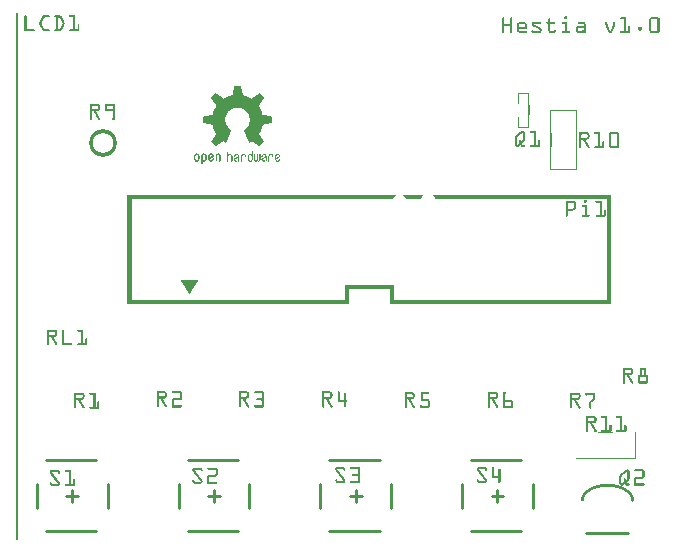
<source format=gto>
G04 MADE WITH FRITZING*
G04 WWW.FRITZING.ORG*
G04 DOUBLE SIDED*
G04 HOLES PLATED*
G04 CONTOUR ON CENTER OF CONTOUR VECTOR*
%ASAXBY*%
%FSLAX23Y23*%
%MOIN*%
%OFA0B0*%
%SFA1.0B1.0*%
%ADD10C,0.092000X0.068*%
%ADD11C,0.010000*%
%ADD12R,0.001000X0.001000*%
%LNSILK1*%
G90*
G70*
G54D10*
X294Y1329D03*
G54D11*
X73Y113D02*
X73Y192D01*
D02*
X270Y34D02*
X102Y34D01*
D02*
X270Y270D02*
X102Y270D01*
D02*
X309Y113D02*
X309Y192D01*
D02*
X191Y133D02*
X191Y172D01*
D02*
X171Y152D02*
X211Y152D01*
D02*
X545Y113D02*
X545Y192D01*
D02*
X742Y34D02*
X575Y34D01*
D02*
X742Y270D02*
X575Y270D01*
D02*
X781Y113D02*
X781Y192D01*
D02*
X663Y133D02*
X663Y172D01*
D02*
X644Y152D02*
X683Y152D01*
D02*
X2044Y27D02*
X1904Y27D01*
D02*
X1018Y113D02*
X1018Y192D01*
D02*
X1215Y34D02*
X1047Y34D01*
D02*
X1215Y270D02*
X1047Y270D01*
D02*
X1254Y113D02*
X1254Y192D01*
D02*
X1136Y133D02*
X1136Y172D01*
D02*
X1116Y152D02*
X1155Y152D01*
D02*
X1490Y113D02*
X1490Y192D01*
D02*
X1687Y34D02*
X1520Y34D01*
D02*
X1687Y270D02*
X1520Y270D01*
D02*
X1726Y113D02*
X1726Y192D01*
D02*
X1608Y133D02*
X1608Y172D01*
D02*
X1589Y152D02*
X1628Y152D01*
G54D12*
X4Y1760D02*
X11Y1760D01*
X4Y1759D02*
X11Y1759D01*
X4Y1758D02*
X11Y1758D01*
X4Y1757D02*
X11Y1757D01*
X4Y1756D02*
X11Y1756D01*
X4Y1755D02*
X11Y1755D01*
X4Y1754D02*
X11Y1754D01*
X4Y1753D02*
X11Y1753D01*
X33Y1753D02*
X37Y1753D01*
X95Y1753D02*
X114Y1753D01*
X133Y1753D02*
X151Y1753D01*
X182Y1753D02*
X201Y1753D01*
X4Y1752D02*
X11Y1752D01*
X33Y1752D02*
X38Y1752D01*
X94Y1752D02*
X115Y1752D01*
X132Y1752D02*
X153Y1752D01*
X182Y1752D02*
X201Y1752D01*
X4Y1751D02*
X11Y1751D01*
X32Y1751D02*
X38Y1751D01*
X92Y1751D02*
X115Y1751D01*
X132Y1751D02*
X154Y1751D01*
X181Y1751D02*
X201Y1751D01*
X4Y1750D02*
X11Y1750D01*
X32Y1750D02*
X38Y1750D01*
X91Y1750D02*
X115Y1750D01*
X132Y1750D02*
X155Y1750D01*
X181Y1750D02*
X201Y1750D01*
X1833Y1750D02*
X1838Y1750D01*
X4Y1749D02*
X11Y1749D01*
X32Y1749D02*
X38Y1749D01*
X91Y1749D02*
X115Y1749D01*
X132Y1749D02*
X156Y1749D01*
X182Y1749D02*
X201Y1749D01*
X1832Y1749D02*
X1839Y1749D01*
X4Y1748D02*
X11Y1748D01*
X32Y1748D02*
X38Y1748D01*
X90Y1748D02*
X114Y1748D01*
X133Y1748D02*
X156Y1748D01*
X182Y1748D02*
X201Y1748D01*
X1831Y1748D02*
X1840Y1748D01*
X4Y1747D02*
X11Y1747D01*
X32Y1747D02*
X38Y1747D01*
X90Y1747D02*
X98Y1747D01*
X138Y1747D02*
X145Y1747D01*
X148Y1747D02*
X157Y1747D01*
X194Y1747D02*
X201Y1747D01*
X1626Y1747D02*
X1628Y1747D01*
X1653Y1747D02*
X1655Y1747D01*
X1831Y1747D02*
X1840Y1747D01*
X2019Y1747D02*
X2036Y1747D01*
X2120Y1747D02*
X2143Y1747D01*
X4Y1746D02*
X11Y1746D01*
X32Y1746D02*
X38Y1746D01*
X89Y1746D02*
X96Y1746D01*
X138Y1746D02*
X144Y1746D01*
X150Y1746D02*
X157Y1746D01*
X195Y1746D02*
X201Y1746D01*
X1625Y1746D02*
X1629Y1746D01*
X1652Y1746D02*
X1656Y1746D01*
X1831Y1746D02*
X1840Y1746D01*
X2018Y1746D02*
X2036Y1746D01*
X2118Y1746D02*
X2145Y1746D01*
X4Y1745D02*
X11Y1745D01*
X32Y1745D02*
X38Y1745D01*
X89Y1745D02*
X96Y1745D01*
X138Y1745D02*
X144Y1745D01*
X151Y1745D02*
X158Y1745D01*
X195Y1745D02*
X201Y1745D01*
X1624Y1745D02*
X1630Y1745D01*
X1651Y1745D02*
X1657Y1745D01*
X1831Y1745D02*
X1840Y1745D01*
X2017Y1745D02*
X2036Y1745D01*
X2117Y1745D02*
X2146Y1745D01*
X4Y1744D02*
X11Y1744D01*
X32Y1744D02*
X38Y1744D01*
X88Y1744D02*
X95Y1744D01*
X138Y1744D02*
X144Y1744D01*
X151Y1744D02*
X158Y1744D01*
X195Y1744D02*
X201Y1744D01*
X1624Y1744D02*
X1630Y1744D01*
X1651Y1744D02*
X1657Y1744D01*
X1780Y1744D02*
X1782Y1744D01*
X1831Y1744D02*
X1840Y1744D01*
X2017Y1744D02*
X2036Y1744D01*
X2116Y1744D02*
X2147Y1744D01*
X4Y1743D02*
X11Y1743D01*
X32Y1743D02*
X38Y1743D01*
X88Y1743D02*
X95Y1743D01*
X138Y1743D02*
X144Y1743D01*
X152Y1743D02*
X159Y1743D01*
X195Y1743D02*
X201Y1743D01*
X1624Y1743D02*
X1630Y1743D01*
X1651Y1743D02*
X1657Y1743D01*
X1779Y1743D02*
X1783Y1743D01*
X1831Y1743D02*
X1840Y1743D01*
X2017Y1743D02*
X2036Y1743D01*
X2116Y1743D02*
X2148Y1743D01*
X4Y1742D02*
X11Y1742D01*
X32Y1742D02*
X38Y1742D01*
X87Y1742D02*
X94Y1742D01*
X138Y1742D02*
X144Y1742D01*
X152Y1742D02*
X159Y1742D01*
X195Y1742D02*
X201Y1742D01*
X1624Y1742D02*
X1630Y1742D01*
X1651Y1742D02*
X1657Y1742D01*
X1778Y1742D02*
X1784Y1742D01*
X1831Y1742D02*
X1839Y1742D01*
X2018Y1742D02*
X2036Y1742D01*
X2116Y1742D02*
X2148Y1742D01*
X4Y1741D02*
X11Y1741D01*
X32Y1741D02*
X38Y1741D01*
X87Y1741D02*
X94Y1741D01*
X138Y1741D02*
X144Y1741D01*
X153Y1741D02*
X160Y1741D01*
X195Y1741D02*
X201Y1741D01*
X1624Y1741D02*
X1630Y1741D01*
X1651Y1741D02*
X1657Y1741D01*
X1778Y1741D02*
X1784Y1741D01*
X1832Y1741D02*
X1838Y1741D01*
X2019Y1741D02*
X2036Y1741D01*
X2115Y1741D02*
X2148Y1741D01*
X4Y1740D02*
X11Y1740D01*
X32Y1740D02*
X38Y1740D01*
X86Y1740D02*
X93Y1740D01*
X138Y1740D02*
X144Y1740D01*
X153Y1740D02*
X160Y1740D01*
X195Y1740D02*
X201Y1740D01*
X1624Y1740D02*
X1630Y1740D01*
X1651Y1740D02*
X1657Y1740D01*
X1778Y1740D02*
X1784Y1740D01*
X2031Y1740D02*
X2036Y1740D01*
X2115Y1740D02*
X2121Y1740D01*
X2142Y1740D02*
X2148Y1740D01*
X4Y1739D02*
X11Y1739D01*
X32Y1739D02*
X38Y1739D01*
X86Y1739D02*
X93Y1739D01*
X138Y1739D02*
X144Y1739D01*
X154Y1739D02*
X161Y1739D01*
X195Y1739D02*
X201Y1739D01*
X1624Y1739D02*
X1630Y1739D01*
X1651Y1739D02*
X1657Y1739D01*
X1778Y1739D02*
X1784Y1739D01*
X2031Y1739D02*
X2036Y1739D01*
X2115Y1739D02*
X2121Y1739D01*
X2142Y1739D02*
X2148Y1739D01*
X4Y1738D02*
X11Y1738D01*
X32Y1738D02*
X38Y1738D01*
X85Y1738D02*
X92Y1738D01*
X138Y1738D02*
X144Y1738D01*
X154Y1738D02*
X161Y1738D01*
X195Y1738D02*
X201Y1738D01*
X1624Y1738D02*
X1630Y1738D01*
X1651Y1738D02*
X1657Y1738D01*
X1778Y1738D02*
X1784Y1738D01*
X2031Y1738D02*
X2036Y1738D01*
X2115Y1738D02*
X2121Y1738D01*
X2142Y1738D02*
X2148Y1738D01*
X4Y1737D02*
X11Y1737D01*
X32Y1737D02*
X38Y1737D01*
X85Y1737D02*
X92Y1737D01*
X138Y1737D02*
X144Y1737D01*
X155Y1737D02*
X162Y1737D01*
X195Y1737D02*
X201Y1737D01*
X1624Y1737D02*
X1630Y1737D01*
X1651Y1737D02*
X1657Y1737D01*
X1778Y1737D02*
X1784Y1737D01*
X2031Y1737D02*
X2036Y1737D01*
X2115Y1737D02*
X2121Y1737D01*
X2142Y1737D02*
X2148Y1737D01*
X4Y1736D02*
X11Y1736D01*
X32Y1736D02*
X38Y1736D01*
X84Y1736D02*
X91Y1736D01*
X138Y1736D02*
X144Y1736D01*
X155Y1736D02*
X162Y1736D01*
X195Y1736D02*
X201Y1736D01*
X1624Y1736D02*
X1630Y1736D01*
X1651Y1736D02*
X1657Y1736D01*
X1778Y1736D02*
X1784Y1736D01*
X2031Y1736D02*
X2036Y1736D01*
X2115Y1736D02*
X2121Y1736D01*
X2142Y1736D02*
X2148Y1736D01*
X4Y1735D02*
X11Y1735D01*
X32Y1735D02*
X38Y1735D01*
X84Y1735D02*
X91Y1735D01*
X138Y1735D02*
X144Y1735D01*
X156Y1735D02*
X163Y1735D01*
X195Y1735D02*
X201Y1735D01*
X1624Y1735D02*
X1630Y1735D01*
X1651Y1735D02*
X1657Y1735D01*
X1778Y1735D02*
X1784Y1735D01*
X2031Y1735D02*
X2036Y1735D01*
X2115Y1735D02*
X2121Y1735D01*
X2142Y1735D02*
X2148Y1735D01*
X4Y1734D02*
X11Y1734D01*
X32Y1734D02*
X38Y1734D01*
X83Y1734D02*
X90Y1734D01*
X138Y1734D02*
X144Y1734D01*
X156Y1734D02*
X163Y1734D01*
X195Y1734D02*
X201Y1734D01*
X1624Y1734D02*
X1630Y1734D01*
X1651Y1734D02*
X1657Y1734D01*
X1778Y1734D02*
X1784Y1734D01*
X2031Y1734D02*
X2036Y1734D01*
X2115Y1734D02*
X2121Y1734D01*
X2142Y1734D02*
X2148Y1734D01*
X4Y1733D02*
X11Y1733D01*
X32Y1733D02*
X38Y1733D01*
X83Y1733D02*
X90Y1733D01*
X138Y1733D02*
X144Y1733D01*
X157Y1733D02*
X164Y1733D01*
X195Y1733D02*
X201Y1733D01*
X1624Y1733D02*
X1630Y1733D01*
X1651Y1733D02*
X1657Y1733D01*
X1778Y1733D02*
X1784Y1733D01*
X2031Y1733D02*
X2036Y1733D01*
X2115Y1733D02*
X2121Y1733D01*
X2142Y1733D02*
X2148Y1733D01*
X4Y1732D02*
X11Y1732D01*
X32Y1732D02*
X38Y1732D01*
X83Y1732D02*
X89Y1732D01*
X138Y1732D02*
X144Y1732D01*
X157Y1732D02*
X164Y1732D01*
X195Y1732D02*
X201Y1732D01*
X1624Y1732D02*
X1630Y1732D01*
X1651Y1732D02*
X1657Y1732D01*
X1682Y1732D02*
X1698Y1732D01*
X1728Y1732D02*
X1750Y1732D01*
X1773Y1732D02*
X1800Y1732D01*
X1825Y1732D02*
X1839Y1732D01*
X1878Y1732D02*
X1896Y1732D01*
X1969Y1732D02*
X1973Y1732D01*
X1996Y1732D02*
X2000Y1732D01*
X2031Y1732D02*
X2036Y1732D01*
X2115Y1732D02*
X2121Y1732D01*
X2142Y1732D02*
X2148Y1732D01*
X4Y1731D02*
X11Y1731D01*
X32Y1731D02*
X38Y1731D01*
X82Y1731D02*
X89Y1731D01*
X138Y1731D02*
X144Y1731D01*
X158Y1731D02*
X164Y1731D01*
X195Y1731D02*
X201Y1731D01*
X1624Y1731D02*
X1630Y1731D01*
X1651Y1731D02*
X1657Y1731D01*
X1680Y1731D02*
X1699Y1731D01*
X1726Y1731D02*
X1751Y1731D01*
X1772Y1731D02*
X1800Y1731D01*
X1824Y1731D02*
X1840Y1731D01*
X1877Y1731D02*
X1898Y1731D01*
X1968Y1731D02*
X1973Y1731D01*
X1995Y1731D02*
X2000Y1731D01*
X2031Y1731D02*
X2036Y1731D01*
X2115Y1731D02*
X2121Y1731D01*
X2142Y1731D02*
X2148Y1731D01*
X4Y1730D02*
X11Y1730D01*
X32Y1730D02*
X38Y1730D01*
X82Y1730D02*
X88Y1730D01*
X138Y1730D02*
X144Y1730D01*
X158Y1730D02*
X164Y1730D01*
X195Y1730D02*
X201Y1730D01*
X1624Y1730D02*
X1630Y1730D01*
X1651Y1730D02*
X1657Y1730D01*
X1679Y1730D02*
X1700Y1730D01*
X1725Y1730D02*
X1752Y1730D01*
X1772Y1730D02*
X1801Y1730D01*
X1824Y1730D02*
X1840Y1730D01*
X1876Y1730D02*
X1899Y1730D01*
X1968Y1730D02*
X1974Y1730D01*
X1995Y1730D02*
X2001Y1730D01*
X2031Y1730D02*
X2036Y1730D01*
X2115Y1730D02*
X2121Y1730D01*
X2142Y1730D02*
X2148Y1730D01*
X4Y1729D02*
X11Y1729D01*
X32Y1729D02*
X38Y1729D01*
X82Y1729D02*
X88Y1729D01*
X138Y1729D02*
X144Y1729D01*
X159Y1729D02*
X165Y1729D01*
X195Y1729D02*
X201Y1729D01*
X1624Y1729D02*
X1630Y1729D01*
X1651Y1729D02*
X1657Y1729D01*
X1677Y1729D02*
X1702Y1729D01*
X1724Y1729D02*
X1753Y1729D01*
X1772Y1729D02*
X1801Y1729D01*
X1824Y1729D02*
X1840Y1729D01*
X1876Y1729D02*
X1900Y1729D01*
X1968Y1729D02*
X1974Y1729D01*
X1995Y1729D02*
X2001Y1729D01*
X2031Y1729D02*
X2036Y1729D01*
X2115Y1729D02*
X2121Y1729D01*
X2142Y1729D02*
X2148Y1729D01*
X4Y1728D02*
X11Y1728D01*
X32Y1728D02*
X38Y1728D01*
X82Y1728D02*
X88Y1728D01*
X138Y1728D02*
X144Y1728D01*
X159Y1728D02*
X165Y1728D01*
X195Y1728D02*
X201Y1728D01*
X1624Y1728D02*
X1630Y1728D01*
X1651Y1728D02*
X1657Y1728D01*
X1676Y1728D02*
X1703Y1728D01*
X1724Y1728D02*
X1754Y1728D01*
X1772Y1728D02*
X1800Y1728D01*
X1824Y1728D02*
X1840Y1728D01*
X1877Y1728D02*
X1901Y1728D01*
X1968Y1728D02*
X1974Y1728D01*
X1995Y1728D02*
X2001Y1728D01*
X2031Y1728D02*
X2036Y1728D01*
X2115Y1728D02*
X2121Y1728D01*
X2142Y1728D02*
X2148Y1728D01*
X4Y1727D02*
X11Y1727D01*
X32Y1727D02*
X38Y1727D01*
X82Y1727D02*
X88Y1727D01*
X138Y1727D02*
X144Y1727D01*
X159Y1727D02*
X165Y1727D01*
X195Y1727D02*
X201Y1727D01*
X1624Y1727D02*
X1630Y1727D01*
X1651Y1727D02*
X1657Y1727D01*
X1675Y1727D02*
X1704Y1727D01*
X1723Y1727D02*
X1754Y1727D01*
X1773Y1727D02*
X1800Y1727D01*
X1825Y1727D02*
X1840Y1727D01*
X1877Y1727D02*
X1901Y1727D01*
X1968Y1727D02*
X1974Y1727D01*
X1995Y1727D02*
X2001Y1727D01*
X2031Y1727D02*
X2036Y1727D01*
X2115Y1727D02*
X2121Y1727D01*
X2142Y1727D02*
X2148Y1727D01*
X4Y1726D02*
X11Y1726D01*
X32Y1726D02*
X38Y1726D01*
X82Y1726D02*
X88Y1726D01*
X138Y1726D02*
X144Y1726D01*
X159Y1726D02*
X165Y1726D01*
X195Y1726D02*
X201Y1726D01*
X1624Y1726D02*
X1630Y1726D01*
X1651Y1726D02*
X1657Y1726D01*
X1675Y1726D02*
X1684Y1726D01*
X1695Y1726D02*
X1704Y1726D01*
X1723Y1726D02*
X1731Y1726D01*
X1747Y1726D02*
X1754Y1726D01*
X1778Y1726D02*
X1784Y1726D01*
X1834Y1726D02*
X1840Y1726D01*
X1893Y1726D02*
X1902Y1726D01*
X1968Y1726D02*
X1974Y1726D01*
X1995Y1726D02*
X2001Y1726D01*
X2031Y1726D02*
X2036Y1726D01*
X2115Y1726D02*
X2121Y1726D01*
X2142Y1726D02*
X2148Y1726D01*
X4Y1725D02*
X11Y1725D01*
X32Y1725D02*
X38Y1725D01*
X82Y1725D02*
X88Y1725D01*
X138Y1725D02*
X144Y1725D01*
X158Y1725D02*
X165Y1725D01*
X195Y1725D02*
X201Y1725D01*
X1624Y1725D02*
X1630Y1725D01*
X1651Y1725D02*
X1657Y1725D01*
X1674Y1725D02*
X1682Y1725D01*
X1697Y1725D02*
X1705Y1725D01*
X1723Y1725D02*
X1729Y1725D01*
X1749Y1725D02*
X1754Y1725D01*
X1778Y1725D02*
X1784Y1725D01*
X1834Y1725D02*
X1840Y1725D01*
X1895Y1725D02*
X1902Y1725D01*
X1968Y1725D02*
X1974Y1725D01*
X1995Y1725D02*
X2001Y1725D01*
X2031Y1725D02*
X2036Y1725D01*
X2115Y1725D02*
X2121Y1725D01*
X2142Y1725D02*
X2148Y1725D01*
X4Y1724D02*
X11Y1724D01*
X32Y1724D02*
X38Y1724D01*
X82Y1724D02*
X88Y1724D01*
X138Y1724D02*
X144Y1724D01*
X158Y1724D02*
X164Y1724D01*
X195Y1724D02*
X201Y1724D01*
X210Y1724D02*
X213Y1724D01*
X1624Y1724D02*
X1657Y1724D01*
X1674Y1724D02*
X1681Y1724D01*
X1698Y1724D02*
X1705Y1724D01*
X1723Y1724D02*
X1729Y1724D01*
X1750Y1724D02*
X1753Y1724D01*
X1778Y1724D02*
X1784Y1724D01*
X1834Y1724D02*
X1840Y1724D01*
X1895Y1724D02*
X1902Y1724D01*
X1968Y1724D02*
X1974Y1724D01*
X1995Y1724D02*
X2001Y1724D01*
X2031Y1724D02*
X2036Y1724D01*
X2115Y1724D02*
X2121Y1724D01*
X2142Y1724D02*
X2148Y1724D01*
X4Y1723D02*
X11Y1723D01*
X32Y1723D02*
X38Y1723D01*
X82Y1723D02*
X89Y1723D01*
X138Y1723D02*
X144Y1723D01*
X158Y1723D02*
X164Y1723D01*
X195Y1723D02*
X201Y1723D01*
X209Y1723D02*
X214Y1723D01*
X1624Y1723D02*
X1657Y1723D01*
X1673Y1723D02*
X1680Y1723D01*
X1699Y1723D02*
X1706Y1723D01*
X1723Y1723D02*
X1729Y1723D01*
X1778Y1723D02*
X1784Y1723D01*
X1834Y1723D02*
X1840Y1723D01*
X1896Y1723D02*
X1902Y1723D01*
X1968Y1723D02*
X1975Y1723D01*
X1994Y1723D02*
X2001Y1723D01*
X2031Y1723D02*
X2036Y1723D01*
X2115Y1723D02*
X2121Y1723D01*
X2142Y1723D02*
X2148Y1723D01*
X4Y1722D02*
X11Y1722D01*
X32Y1722D02*
X38Y1722D01*
X83Y1722D02*
X89Y1722D01*
X138Y1722D02*
X144Y1722D01*
X157Y1722D02*
X164Y1722D01*
X195Y1722D02*
X201Y1722D01*
X209Y1722D02*
X214Y1722D01*
X1624Y1722D02*
X1657Y1722D01*
X1673Y1722D02*
X1679Y1722D01*
X1700Y1722D02*
X1706Y1722D01*
X1723Y1722D02*
X1731Y1722D01*
X1778Y1722D02*
X1784Y1722D01*
X1834Y1722D02*
X1840Y1722D01*
X1896Y1722D02*
X1902Y1722D01*
X1968Y1722D02*
X1975Y1722D01*
X1994Y1722D02*
X2000Y1722D01*
X2031Y1722D02*
X2036Y1722D01*
X2115Y1722D02*
X2121Y1722D01*
X2142Y1722D02*
X2148Y1722D01*
X4Y1721D02*
X11Y1721D01*
X32Y1721D02*
X38Y1721D01*
X83Y1721D02*
X90Y1721D01*
X138Y1721D02*
X144Y1721D01*
X157Y1721D02*
X163Y1721D01*
X195Y1721D02*
X201Y1721D01*
X209Y1721D02*
X214Y1721D01*
X1624Y1721D02*
X1657Y1721D01*
X1673Y1721D02*
X1679Y1721D01*
X1700Y1721D02*
X1706Y1721D01*
X1724Y1721D02*
X1733Y1721D01*
X1778Y1721D02*
X1784Y1721D01*
X1834Y1721D02*
X1840Y1721D01*
X1896Y1721D02*
X1902Y1721D01*
X1969Y1721D02*
X1975Y1721D01*
X1993Y1721D02*
X2000Y1721D01*
X2031Y1721D02*
X2036Y1721D01*
X2115Y1721D02*
X2121Y1721D01*
X2142Y1721D02*
X2148Y1721D01*
X4Y1720D02*
X11Y1720D01*
X32Y1720D02*
X38Y1720D01*
X84Y1720D02*
X90Y1720D01*
X138Y1720D02*
X144Y1720D01*
X156Y1720D02*
X163Y1720D01*
X195Y1720D02*
X201Y1720D01*
X209Y1720D02*
X214Y1720D01*
X1624Y1720D02*
X1657Y1720D01*
X1673Y1720D02*
X1679Y1720D01*
X1700Y1720D02*
X1706Y1720D01*
X1724Y1720D02*
X1736Y1720D01*
X1778Y1720D02*
X1784Y1720D01*
X1834Y1720D02*
X1840Y1720D01*
X1896Y1720D02*
X1902Y1720D01*
X1969Y1720D02*
X1976Y1720D01*
X1993Y1720D02*
X2000Y1720D01*
X2031Y1720D02*
X2036Y1720D01*
X2115Y1720D02*
X2121Y1720D01*
X2142Y1720D02*
X2148Y1720D01*
X4Y1719D02*
X11Y1719D01*
X32Y1719D02*
X38Y1719D01*
X84Y1719D02*
X91Y1719D01*
X138Y1719D02*
X144Y1719D01*
X156Y1719D02*
X163Y1719D01*
X195Y1719D02*
X201Y1719D01*
X209Y1719D02*
X214Y1719D01*
X1624Y1719D02*
X1657Y1719D01*
X1673Y1719D02*
X1679Y1719D01*
X1700Y1719D02*
X1706Y1719D01*
X1725Y1719D02*
X1738Y1719D01*
X1778Y1719D02*
X1784Y1719D01*
X1834Y1719D02*
X1840Y1719D01*
X1896Y1719D02*
X1902Y1719D01*
X1970Y1719D02*
X1976Y1719D01*
X1993Y1719D02*
X1999Y1719D01*
X2031Y1719D02*
X2036Y1719D01*
X2115Y1719D02*
X2121Y1719D01*
X2142Y1719D02*
X2148Y1719D01*
X4Y1718D02*
X11Y1718D01*
X32Y1718D02*
X38Y1718D01*
X84Y1718D02*
X91Y1718D01*
X138Y1718D02*
X144Y1718D01*
X155Y1718D02*
X162Y1718D01*
X195Y1718D02*
X201Y1718D01*
X209Y1718D02*
X214Y1718D01*
X1624Y1718D02*
X1657Y1718D01*
X1673Y1718D02*
X1679Y1718D01*
X1700Y1718D02*
X1706Y1718D01*
X1726Y1718D02*
X1740Y1718D01*
X1778Y1718D02*
X1784Y1718D01*
X1834Y1718D02*
X1840Y1718D01*
X1877Y1718D02*
X1902Y1718D01*
X1970Y1718D02*
X1977Y1718D01*
X1992Y1718D02*
X1999Y1718D01*
X2031Y1718D02*
X2036Y1718D01*
X2046Y1718D02*
X2048Y1718D01*
X2115Y1718D02*
X2121Y1718D01*
X2142Y1718D02*
X2148Y1718D01*
X4Y1717D02*
X11Y1717D01*
X32Y1717D02*
X38Y1717D01*
X85Y1717D02*
X92Y1717D01*
X138Y1717D02*
X144Y1717D01*
X155Y1717D02*
X162Y1717D01*
X195Y1717D02*
X201Y1717D01*
X209Y1717D02*
X214Y1717D01*
X1624Y1717D02*
X1630Y1717D01*
X1651Y1717D02*
X1657Y1717D01*
X1673Y1717D02*
X1679Y1717D01*
X1700Y1717D02*
X1706Y1717D01*
X1727Y1717D02*
X1743Y1717D01*
X1778Y1717D02*
X1784Y1717D01*
X1834Y1717D02*
X1840Y1717D01*
X1875Y1717D02*
X1902Y1717D01*
X1971Y1717D02*
X1977Y1717D01*
X1992Y1717D02*
X1998Y1717D01*
X2031Y1717D02*
X2036Y1717D01*
X2045Y1717D02*
X2049Y1717D01*
X2115Y1717D02*
X2121Y1717D01*
X2142Y1717D02*
X2148Y1717D01*
X4Y1716D02*
X11Y1716D01*
X32Y1716D02*
X38Y1716D01*
X85Y1716D02*
X92Y1716D01*
X138Y1716D02*
X144Y1716D01*
X154Y1716D02*
X161Y1716D01*
X195Y1716D02*
X201Y1716D01*
X209Y1716D02*
X214Y1716D01*
X1624Y1716D02*
X1630Y1716D01*
X1651Y1716D02*
X1657Y1716D01*
X1673Y1716D02*
X1679Y1716D01*
X1700Y1716D02*
X1706Y1716D01*
X1729Y1716D02*
X1745Y1716D01*
X1778Y1716D02*
X1784Y1716D01*
X1834Y1716D02*
X1840Y1716D01*
X1873Y1716D02*
X1902Y1716D01*
X1971Y1716D02*
X1978Y1716D01*
X1991Y1716D02*
X1998Y1716D01*
X2031Y1716D02*
X2036Y1716D01*
X2044Y1716D02*
X2050Y1716D01*
X2115Y1716D02*
X2121Y1716D01*
X2142Y1716D02*
X2148Y1716D01*
X4Y1715D02*
X11Y1715D01*
X32Y1715D02*
X38Y1715D01*
X86Y1715D02*
X93Y1715D01*
X138Y1715D02*
X144Y1715D01*
X154Y1715D02*
X161Y1715D01*
X195Y1715D02*
X201Y1715D01*
X209Y1715D02*
X214Y1715D01*
X1624Y1715D02*
X1630Y1715D01*
X1651Y1715D02*
X1657Y1715D01*
X1673Y1715D02*
X1706Y1715D01*
X1731Y1715D02*
X1747Y1715D01*
X1778Y1715D02*
X1784Y1715D01*
X1834Y1715D02*
X1840Y1715D01*
X1872Y1715D02*
X1902Y1715D01*
X1971Y1715D02*
X1978Y1715D01*
X1991Y1715D02*
X1997Y1715D01*
X2031Y1715D02*
X2036Y1715D01*
X2044Y1715D02*
X2050Y1715D01*
X2078Y1715D02*
X2087Y1715D01*
X2115Y1715D02*
X2121Y1715D01*
X2142Y1715D02*
X2148Y1715D01*
X4Y1714D02*
X11Y1714D01*
X32Y1714D02*
X38Y1714D01*
X86Y1714D02*
X93Y1714D01*
X138Y1714D02*
X144Y1714D01*
X153Y1714D02*
X160Y1714D01*
X195Y1714D02*
X201Y1714D01*
X209Y1714D02*
X214Y1714D01*
X1624Y1714D02*
X1630Y1714D01*
X1651Y1714D02*
X1657Y1714D01*
X1673Y1714D02*
X1706Y1714D01*
X1733Y1714D02*
X1749Y1714D01*
X1778Y1714D02*
X1784Y1714D01*
X1834Y1714D02*
X1840Y1714D01*
X1871Y1714D02*
X1902Y1714D01*
X1972Y1714D02*
X1978Y1714D01*
X1990Y1714D02*
X1997Y1714D01*
X2031Y1714D02*
X2036Y1714D01*
X2044Y1714D02*
X2050Y1714D01*
X2077Y1714D02*
X2088Y1714D01*
X2115Y1714D02*
X2121Y1714D01*
X2142Y1714D02*
X2148Y1714D01*
X4Y1713D02*
X11Y1713D01*
X32Y1713D02*
X38Y1713D01*
X87Y1713D02*
X94Y1713D01*
X138Y1713D02*
X144Y1713D01*
X153Y1713D02*
X160Y1713D01*
X195Y1713D02*
X201Y1713D01*
X209Y1713D02*
X214Y1713D01*
X1624Y1713D02*
X1630Y1713D01*
X1651Y1713D02*
X1657Y1713D01*
X1673Y1713D02*
X1706Y1713D01*
X1736Y1713D02*
X1751Y1713D01*
X1778Y1713D02*
X1784Y1713D01*
X1834Y1713D02*
X1840Y1713D01*
X1871Y1713D02*
X1902Y1713D01*
X1972Y1713D02*
X1979Y1713D01*
X1990Y1713D02*
X1996Y1713D01*
X2031Y1713D02*
X2036Y1713D01*
X2044Y1713D02*
X2050Y1713D01*
X2076Y1713D02*
X2089Y1713D01*
X2115Y1713D02*
X2121Y1713D01*
X2142Y1713D02*
X2148Y1713D01*
X4Y1712D02*
X11Y1712D01*
X32Y1712D02*
X38Y1712D01*
X87Y1712D02*
X94Y1712D01*
X138Y1712D02*
X144Y1712D01*
X152Y1712D02*
X159Y1712D01*
X195Y1712D02*
X201Y1712D01*
X209Y1712D02*
X214Y1712D01*
X1624Y1712D02*
X1630Y1712D01*
X1651Y1712D02*
X1657Y1712D01*
X1673Y1712D02*
X1706Y1712D01*
X1738Y1712D02*
X1752Y1712D01*
X1778Y1712D02*
X1784Y1712D01*
X1834Y1712D02*
X1840Y1712D01*
X1870Y1712D02*
X1902Y1712D01*
X1973Y1712D02*
X1979Y1712D01*
X1990Y1712D02*
X1996Y1712D01*
X2031Y1712D02*
X2036Y1712D01*
X2044Y1712D02*
X2050Y1712D01*
X2076Y1712D02*
X2089Y1712D01*
X2115Y1712D02*
X2121Y1712D01*
X2142Y1712D02*
X2148Y1712D01*
X4Y1711D02*
X11Y1711D01*
X32Y1711D02*
X38Y1711D01*
X88Y1711D02*
X95Y1711D01*
X138Y1711D02*
X144Y1711D01*
X152Y1711D02*
X159Y1711D01*
X195Y1711D02*
X201Y1711D01*
X209Y1711D02*
X214Y1711D01*
X1624Y1711D02*
X1630Y1711D01*
X1651Y1711D02*
X1657Y1711D01*
X1673Y1711D02*
X1706Y1711D01*
X1740Y1711D02*
X1753Y1711D01*
X1778Y1711D02*
X1784Y1711D01*
X1834Y1711D02*
X1840Y1711D01*
X1870Y1711D02*
X1877Y1711D01*
X1895Y1711D02*
X1902Y1711D01*
X1973Y1711D02*
X1980Y1711D01*
X1989Y1711D02*
X1996Y1711D01*
X2031Y1711D02*
X2036Y1711D01*
X2044Y1711D02*
X2050Y1711D01*
X2076Y1711D02*
X2089Y1711D01*
X2115Y1711D02*
X2121Y1711D01*
X2142Y1711D02*
X2148Y1711D01*
X4Y1710D02*
X11Y1710D01*
X32Y1710D02*
X38Y1710D01*
X89Y1710D02*
X95Y1710D01*
X138Y1710D02*
X144Y1710D01*
X151Y1710D02*
X158Y1710D01*
X195Y1710D02*
X201Y1710D01*
X209Y1710D02*
X214Y1710D01*
X1624Y1710D02*
X1630Y1710D01*
X1651Y1710D02*
X1657Y1710D01*
X1673Y1710D02*
X1705Y1710D01*
X1743Y1710D02*
X1754Y1710D01*
X1778Y1710D02*
X1784Y1710D01*
X1834Y1710D02*
X1840Y1710D01*
X1870Y1710D02*
X1876Y1710D01*
X1896Y1710D02*
X1902Y1710D01*
X1974Y1710D02*
X1980Y1710D01*
X1989Y1710D02*
X1995Y1710D01*
X2031Y1710D02*
X2036Y1710D01*
X2044Y1710D02*
X2050Y1710D01*
X2076Y1710D02*
X2089Y1710D01*
X2115Y1710D02*
X2121Y1710D01*
X2142Y1710D02*
X2148Y1710D01*
X4Y1709D02*
X11Y1709D01*
X32Y1709D02*
X38Y1709D01*
X89Y1709D02*
X96Y1709D01*
X138Y1709D02*
X144Y1709D01*
X151Y1709D02*
X158Y1709D01*
X195Y1709D02*
X201Y1709D01*
X209Y1709D02*
X214Y1709D01*
X1624Y1709D02*
X1630Y1709D01*
X1651Y1709D02*
X1657Y1709D01*
X1673Y1709D02*
X1704Y1709D01*
X1745Y1709D02*
X1754Y1709D01*
X1778Y1709D02*
X1784Y1709D01*
X1834Y1709D02*
X1840Y1709D01*
X1870Y1709D02*
X1876Y1709D01*
X1896Y1709D02*
X1902Y1709D01*
X1974Y1709D02*
X1981Y1709D01*
X1988Y1709D02*
X1995Y1709D01*
X2031Y1709D02*
X2036Y1709D01*
X2044Y1709D02*
X2050Y1709D01*
X2076Y1709D02*
X2089Y1709D01*
X2115Y1709D02*
X2121Y1709D01*
X2142Y1709D02*
X2148Y1709D01*
X4Y1708D02*
X11Y1708D01*
X32Y1708D02*
X38Y1708D01*
X90Y1708D02*
X97Y1708D01*
X138Y1708D02*
X144Y1708D01*
X150Y1708D02*
X157Y1708D01*
X195Y1708D02*
X201Y1708D01*
X209Y1708D02*
X214Y1708D01*
X1624Y1708D02*
X1630Y1708D01*
X1651Y1708D02*
X1657Y1708D01*
X1673Y1708D02*
X1679Y1708D01*
X1747Y1708D02*
X1754Y1708D01*
X1778Y1708D02*
X1784Y1708D01*
X1834Y1708D02*
X1840Y1708D01*
X1870Y1708D02*
X1876Y1708D01*
X1896Y1708D02*
X1902Y1708D01*
X1975Y1708D02*
X1981Y1708D01*
X1988Y1708D02*
X1994Y1708D01*
X2031Y1708D02*
X2036Y1708D01*
X2044Y1708D02*
X2050Y1708D01*
X2076Y1708D02*
X2089Y1708D01*
X2115Y1708D02*
X2121Y1708D01*
X2142Y1708D02*
X2148Y1708D01*
X4Y1707D02*
X11Y1707D01*
X32Y1707D02*
X63Y1707D01*
X90Y1707D02*
X113Y1707D01*
X134Y1707D02*
X157Y1707D01*
X183Y1707D02*
X214Y1707D01*
X1624Y1707D02*
X1630Y1707D01*
X1651Y1707D02*
X1657Y1707D01*
X1673Y1707D02*
X1679Y1707D01*
X1748Y1707D02*
X1755Y1707D01*
X1778Y1707D02*
X1784Y1707D01*
X1834Y1707D02*
X1840Y1707D01*
X1870Y1707D02*
X1876Y1707D01*
X1896Y1707D02*
X1902Y1707D01*
X1975Y1707D02*
X1981Y1707D01*
X1987Y1707D02*
X1994Y1707D01*
X2031Y1707D02*
X2036Y1707D01*
X2044Y1707D02*
X2050Y1707D01*
X2076Y1707D02*
X2089Y1707D01*
X2115Y1707D02*
X2121Y1707D01*
X2142Y1707D02*
X2148Y1707D01*
X4Y1706D02*
X11Y1706D01*
X32Y1706D02*
X65Y1706D01*
X91Y1706D02*
X114Y1706D01*
X132Y1706D02*
X156Y1706D01*
X182Y1706D02*
X214Y1706D01*
X1624Y1706D02*
X1630Y1706D01*
X1651Y1706D02*
X1657Y1706D01*
X1673Y1706D02*
X1679Y1706D01*
X1749Y1706D02*
X1755Y1706D01*
X1778Y1706D02*
X1784Y1706D01*
X1800Y1706D02*
X1803Y1706D01*
X1834Y1706D02*
X1840Y1706D01*
X1870Y1706D02*
X1876Y1706D01*
X1896Y1706D02*
X1902Y1706D01*
X1975Y1706D02*
X1982Y1706D01*
X1987Y1706D02*
X1993Y1706D01*
X2031Y1706D02*
X2036Y1706D01*
X2044Y1706D02*
X2050Y1706D01*
X2076Y1706D02*
X2089Y1706D01*
X2115Y1706D02*
X2121Y1706D01*
X2142Y1706D02*
X2148Y1706D01*
X4Y1705D02*
X11Y1705D01*
X32Y1705D02*
X65Y1705D01*
X91Y1705D02*
X115Y1705D01*
X132Y1705D02*
X156Y1705D01*
X181Y1705D02*
X214Y1705D01*
X1624Y1705D02*
X1630Y1705D01*
X1651Y1705D02*
X1657Y1705D01*
X1673Y1705D02*
X1679Y1705D01*
X1749Y1705D02*
X1755Y1705D01*
X1778Y1705D02*
X1784Y1705D01*
X1799Y1705D02*
X1804Y1705D01*
X1834Y1705D02*
X1840Y1705D01*
X1870Y1705D02*
X1876Y1705D01*
X1896Y1705D02*
X1902Y1705D01*
X1976Y1705D02*
X1982Y1705D01*
X1986Y1705D02*
X1993Y1705D01*
X2031Y1705D02*
X2036Y1705D01*
X2044Y1705D02*
X2050Y1705D01*
X2077Y1705D02*
X2089Y1705D01*
X2115Y1705D02*
X2121Y1705D01*
X2142Y1705D02*
X2148Y1705D01*
X4Y1704D02*
X11Y1704D01*
X32Y1704D02*
X65Y1704D01*
X92Y1704D02*
X115Y1704D01*
X132Y1704D02*
X155Y1704D01*
X181Y1704D02*
X214Y1704D01*
X1624Y1704D02*
X1630Y1704D01*
X1651Y1704D02*
X1657Y1704D01*
X1673Y1704D02*
X1680Y1704D01*
X1749Y1704D02*
X1755Y1704D01*
X1778Y1704D02*
X1784Y1704D01*
X1798Y1704D02*
X1804Y1704D01*
X1834Y1704D02*
X1840Y1704D01*
X1870Y1704D02*
X1876Y1704D01*
X1894Y1704D02*
X1902Y1704D01*
X1976Y1704D02*
X1983Y1704D01*
X1986Y1704D02*
X1993Y1704D01*
X2031Y1704D02*
X2036Y1704D01*
X2044Y1704D02*
X2050Y1704D01*
X2077Y1704D02*
X2088Y1704D01*
X2115Y1704D02*
X2121Y1704D01*
X2142Y1704D02*
X2148Y1704D01*
X4Y1703D02*
X11Y1703D01*
X32Y1703D02*
X65Y1703D01*
X93Y1703D02*
X115Y1703D01*
X132Y1703D02*
X154Y1703D01*
X181Y1703D02*
X214Y1703D01*
X1624Y1703D02*
X1630Y1703D01*
X1651Y1703D02*
X1657Y1703D01*
X1674Y1703D02*
X1681Y1703D01*
X1723Y1703D02*
X1727Y1703D01*
X1749Y1703D02*
X1755Y1703D01*
X1778Y1703D02*
X1784Y1703D01*
X1798Y1703D02*
X1804Y1703D01*
X1834Y1703D02*
X1840Y1703D01*
X1870Y1703D02*
X1876Y1703D01*
X1892Y1703D02*
X1902Y1703D01*
X1977Y1703D02*
X1983Y1703D01*
X1986Y1703D02*
X1992Y1703D01*
X2031Y1703D02*
X2036Y1703D01*
X2044Y1703D02*
X2050Y1703D01*
X2079Y1703D02*
X2086Y1703D01*
X2115Y1703D02*
X2121Y1703D01*
X2142Y1703D02*
X2148Y1703D01*
X4Y1702D02*
X11Y1702D01*
X32Y1702D02*
X65Y1702D01*
X94Y1702D02*
X115Y1702D01*
X132Y1702D02*
X152Y1702D01*
X182Y1702D02*
X214Y1702D01*
X1624Y1702D02*
X1630Y1702D01*
X1651Y1702D02*
X1657Y1702D01*
X1674Y1702D02*
X1683Y1702D01*
X1723Y1702D02*
X1729Y1702D01*
X1748Y1702D02*
X1755Y1702D01*
X1778Y1702D02*
X1785Y1702D01*
X1797Y1702D02*
X1804Y1702D01*
X1834Y1702D02*
X1840Y1702D01*
X1870Y1702D02*
X1877Y1702D01*
X1890Y1702D02*
X1902Y1702D01*
X1977Y1702D02*
X1992Y1702D01*
X2031Y1702D02*
X2036Y1702D01*
X2044Y1702D02*
X2050Y1702D01*
X2115Y1702D02*
X2121Y1702D01*
X2142Y1702D02*
X2148Y1702D01*
X4Y1701D02*
X11Y1701D01*
X32Y1701D02*
X64Y1701D01*
X96Y1701D02*
X114Y1701D01*
X133Y1701D02*
X150Y1701D01*
X183Y1701D02*
X213Y1701D01*
X1624Y1701D02*
X1630Y1701D01*
X1651Y1701D02*
X1657Y1701D01*
X1675Y1701D02*
X1704Y1701D01*
X1722Y1701D02*
X1754Y1701D01*
X1779Y1701D02*
X1804Y1701D01*
X1826Y1701D02*
X1848Y1701D01*
X1870Y1701D02*
X1902Y1701D01*
X1978Y1701D02*
X1991Y1701D01*
X2020Y1701D02*
X2050Y1701D01*
X2115Y1701D02*
X2148Y1701D01*
X4Y1700D02*
X11Y1700D01*
X1624Y1700D02*
X1630Y1700D01*
X1651Y1700D02*
X1657Y1700D01*
X1675Y1700D02*
X1705Y1700D01*
X1722Y1700D02*
X1754Y1700D01*
X1779Y1700D02*
X1803Y1700D01*
X1825Y1700D02*
X1849Y1700D01*
X1871Y1700D02*
X1902Y1700D01*
X1978Y1700D02*
X1991Y1700D01*
X2018Y1700D02*
X2050Y1700D01*
X2116Y1700D02*
X2148Y1700D01*
X4Y1699D02*
X11Y1699D01*
X1624Y1699D02*
X1630Y1699D01*
X1651Y1699D02*
X1657Y1699D01*
X1676Y1699D02*
X1706Y1699D01*
X1723Y1699D02*
X1753Y1699D01*
X1780Y1699D02*
X1803Y1699D01*
X1824Y1699D02*
X1850Y1699D01*
X1871Y1699D02*
X1902Y1699D01*
X1978Y1699D02*
X1990Y1699D01*
X2017Y1699D02*
X2050Y1699D01*
X2116Y1699D02*
X2148Y1699D01*
X4Y1698D02*
X11Y1698D01*
X1624Y1698D02*
X1630Y1698D01*
X1651Y1698D02*
X1657Y1698D01*
X1678Y1698D02*
X1706Y1698D01*
X1723Y1698D02*
X1753Y1698D01*
X1781Y1698D02*
X1802Y1698D01*
X1824Y1698D02*
X1850Y1698D01*
X1872Y1698D02*
X1902Y1698D01*
X1979Y1698D02*
X1990Y1698D01*
X2017Y1698D02*
X2050Y1698D01*
X2116Y1698D02*
X2148Y1698D01*
X4Y1697D02*
X11Y1697D01*
X1624Y1697D02*
X1630Y1697D01*
X1651Y1697D02*
X1657Y1697D01*
X1679Y1697D02*
X1706Y1697D01*
X1725Y1697D02*
X1752Y1697D01*
X1781Y1697D02*
X1801Y1697D01*
X1824Y1697D02*
X1850Y1697D01*
X1873Y1697D02*
X1895Y1697D01*
X1897Y1697D02*
X1902Y1697D01*
X1979Y1697D02*
X1989Y1697D01*
X2017Y1697D02*
X2050Y1697D01*
X2117Y1697D02*
X2147Y1697D01*
X4Y1696D02*
X11Y1696D01*
X1624Y1696D02*
X1629Y1696D01*
X1651Y1696D02*
X1656Y1696D01*
X1680Y1696D02*
X1705Y1696D01*
X1726Y1696D02*
X1750Y1696D01*
X1783Y1696D02*
X1800Y1696D01*
X1824Y1696D02*
X1850Y1696D01*
X1874Y1696D02*
X1893Y1696D01*
X1897Y1696D02*
X1902Y1696D01*
X1980Y1696D02*
X1989Y1696D01*
X2018Y1696D02*
X2050Y1696D01*
X2118Y1696D02*
X2146Y1696D01*
X4Y1695D02*
X11Y1695D01*
X1625Y1695D02*
X1628Y1695D01*
X1652Y1695D02*
X1655Y1695D01*
X1682Y1695D02*
X1705Y1695D01*
X1728Y1695D02*
X1748Y1695D01*
X1785Y1695D02*
X1798Y1695D01*
X1825Y1695D02*
X1849Y1695D01*
X1876Y1695D02*
X1891Y1695D01*
X1898Y1695D02*
X1901Y1695D01*
X1981Y1695D02*
X1988Y1695D01*
X2019Y1695D02*
X2049Y1695D01*
X2119Y1695D02*
X2144Y1695D01*
X4Y1694D02*
X11Y1694D01*
X4Y1693D02*
X10Y1693D01*
X4Y1692D02*
X10Y1692D01*
X4Y1691D02*
X10Y1691D01*
X4Y1690D02*
X10Y1690D01*
X4Y1689D02*
X10Y1689D01*
X4Y1688D02*
X10Y1688D01*
X4Y1687D02*
X10Y1687D01*
X4Y1686D02*
X10Y1686D01*
X4Y1685D02*
X10Y1685D01*
X4Y1684D02*
X10Y1684D01*
X4Y1683D02*
X10Y1683D01*
X4Y1682D02*
X10Y1682D01*
X4Y1681D02*
X10Y1681D01*
X4Y1680D02*
X10Y1680D01*
X4Y1679D02*
X10Y1679D01*
X4Y1678D02*
X10Y1678D01*
X4Y1677D02*
X10Y1677D01*
X4Y1676D02*
X10Y1676D01*
X4Y1675D02*
X10Y1675D01*
X4Y1674D02*
X10Y1674D01*
X4Y1673D02*
X10Y1673D01*
X4Y1672D02*
X10Y1672D01*
X4Y1671D02*
X10Y1671D01*
X4Y1670D02*
X10Y1670D01*
X4Y1669D02*
X10Y1669D01*
X4Y1668D02*
X10Y1668D01*
X4Y1667D02*
X10Y1667D01*
X4Y1666D02*
X10Y1666D01*
X4Y1665D02*
X10Y1665D01*
X4Y1664D02*
X10Y1664D01*
X4Y1663D02*
X10Y1663D01*
X4Y1662D02*
X10Y1662D01*
X4Y1661D02*
X10Y1661D01*
X4Y1660D02*
X10Y1660D01*
X4Y1659D02*
X10Y1659D01*
X4Y1658D02*
X10Y1658D01*
X4Y1657D02*
X10Y1657D01*
X4Y1656D02*
X10Y1656D01*
X4Y1655D02*
X10Y1655D01*
X4Y1654D02*
X10Y1654D01*
X4Y1653D02*
X10Y1653D01*
X4Y1652D02*
X10Y1652D01*
X4Y1651D02*
X10Y1651D01*
X4Y1650D02*
X10Y1650D01*
X4Y1649D02*
X10Y1649D01*
X4Y1648D02*
X10Y1648D01*
X4Y1647D02*
X10Y1647D01*
X4Y1646D02*
X10Y1646D01*
X4Y1645D02*
X10Y1645D01*
X4Y1644D02*
X10Y1644D01*
X4Y1643D02*
X10Y1643D01*
X4Y1642D02*
X10Y1642D01*
X4Y1641D02*
X10Y1641D01*
X4Y1640D02*
X10Y1640D01*
X4Y1639D02*
X10Y1639D01*
X4Y1638D02*
X10Y1638D01*
X4Y1637D02*
X10Y1637D01*
X4Y1636D02*
X10Y1636D01*
X4Y1635D02*
X10Y1635D01*
X4Y1634D02*
X10Y1634D01*
X4Y1633D02*
X10Y1633D01*
X4Y1632D02*
X10Y1632D01*
X4Y1631D02*
X10Y1631D01*
X4Y1630D02*
X10Y1630D01*
X4Y1629D02*
X10Y1629D01*
X4Y1628D02*
X10Y1628D01*
X4Y1627D02*
X10Y1627D01*
X4Y1626D02*
X10Y1626D01*
X4Y1625D02*
X10Y1625D01*
X4Y1624D02*
X10Y1624D01*
X4Y1623D02*
X10Y1623D01*
X4Y1622D02*
X10Y1622D01*
X4Y1621D02*
X10Y1621D01*
X4Y1620D02*
X10Y1620D01*
X4Y1619D02*
X10Y1619D01*
X4Y1618D02*
X10Y1618D01*
X4Y1617D02*
X10Y1617D01*
X4Y1616D02*
X10Y1616D01*
X4Y1615D02*
X10Y1615D01*
X4Y1614D02*
X10Y1614D01*
X4Y1613D02*
X10Y1613D01*
X4Y1612D02*
X10Y1612D01*
X4Y1611D02*
X10Y1611D01*
X4Y1610D02*
X10Y1610D01*
X4Y1609D02*
X11Y1609D01*
X4Y1608D02*
X11Y1608D01*
X4Y1607D02*
X11Y1607D01*
X4Y1606D02*
X11Y1606D01*
X4Y1605D02*
X11Y1605D01*
X4Y1604D02*
X11Y1604D01*
X4Y1603D02*
X11Y1603D01*
X4Y1602D02*
X11Y1602D01*
X4Y1601D02*
X11Y1601D01*
X4Y1600D02*
X11Y1600D01*
X4Y1599D02*
X11Y1599D01*
X4Y1598D02*
X11Y1598D01*
X4Y1597D02*
X11Y1597D01*
X4Y1596D02*
X11Y1596D01*
X4Y1595D02*
X11Y1595D01*
X4Y1594D02*
X11Y1594D01*
X4Y1593D02*
X11Y1593D01*
X4Y1592D02*
X11Y1592D01*
X4Y1591D02*
X11Y1591D01*
X4Y1590D02*
X11Y1590D01*
X4Y1589D02*
X11Y1589D01*
X4Y1588D02*
X11Y1588D01*
X4Y1587D02*
X11Y1587D01*
X4Y1586D02*
X11Y1586D01*
X4Y1585D02*
X11Y1585D01*
X4Y1584D02*
X11Y1584D01*
X4Y1583D02*
X11Y1583D01*
X4Y1582D02*
X11Y1582D01*
X4Y1581D02*
X11Y1581D01*
X4Y1580D02*
X11Y1580D01*
X4Y1579D02*
X11Y1579D01*
X4Y1578D02*
X11Y1578D01*
X4Y1577D02*
X11Y1577D01*
X4Y1576D02*
X11Y1576D01*
X4Y1575D02*
X11Y1575D01*
X4Y1574D02*
X11Y1574D01*
X4Y1573D02*
X11Y1573D01*
X4Y1572D02*
X11Y1572D01*
X4Y1571D02*
X11Y1571D01*
X4Y1570D02*
X11Y1570D01*
X4Y1569D02*
X11Y1569D01*
X4Y1568D02*
X11Y1568D01*
X4Y1567D02*
X11Y1567D01*
X4Y1566D02*
X11Y1566D01*
X4Y1565D02*
X11Y1565D01*
X4Y1564D02*
X11Y1564D01*
X4Y1563D02*
X11Y1563D01*
X4Y1562D02*
X11Y1562D01*
X4Y1561D02*
X11Y1561D01*
X4Y1560D02*
X11Y1560D01*
X4Y1559D02*
X11Y1559D01*
X4Y1558D02*
X11Y1558D01*
X4Y1557D02*
X11Y1557D01*
X4Y1556D02*
X11Y1556D01*
X4Y1555D02*
X11Y1555D01*
X4Y1554D02*
X11Y1554D01*
X4Y1553D02*
X11Y1553D01*
X4Y1552D02*
X11Y1552D01*
X4Y1551D02*
X11Y1551D01*
X4Y1550D02*
X11Y1550D01*
X4Y1549D02*
X11Y1549D01*
X4Y1548D02*
X11Y1548D01*
X4Y1547D02*
X11Y1547D01*
X4Y1546D02*
X11Y1546D01*
X4Y1545D02*
X11Y1545D01*
X4Y1544D02*
X11Y1544D01*
X4Y1543D02*
X11Y1543D01*
X4Y1542D02*
X11Y1542D01*
X4Y1541D02*
X11Y1541D01*
X4Y1540D02*
X11Y1540D01*
X4Y1539D02*
X11Y1539D01*
X4Y1538D02*
X11Y1538D01*
X4Y1537D02*
X11Y1537D01*
X4Y1536D02*
X11Y1536D01*
X4Y1535D02*
X11Y1535D01*
X4Y1534D02*
X11Y1534D01*
X4Y1533D02*
X11Y1533D01*
X4Y1532D02*
X11Y1532D01*
X4Y1531D02*
X11Y1531D01*
X4Y1530D02*
X11Y1530D01*
X4Y1529D02*
X11Y1529D01*
X4Y1528D02*
X11Y1528D01*
X4Y1527D02*
X11Y1527D01*
X4Y1526D02*
X11Y1526D01*
X4Y1525D02*
X11Y1525D01*
X4Y1524D02*
X11Y1524D01*
X4Y1523D02*
X11Y1523D01*
X4Y1522D02*
X11Y1522D01*
X4Y1521D02*
X11Y1521D01*
X4Y1520D02*
X11Y1520D01*
X4Y1519D02*
X11Y1519D01*
X731Y1519D02*
X753Y1519D01*
X4Y1518D02*
X11Y1518D01*
X731Y1518D02*
X753Y1518D01*
X4Y1517D02*
X11Y1517D01*
X731Y1517D02*
X753Y1517D01*
X4Y1516D02*
X11Y1516D01*
X731Y1516D02*
X753Y1516D01*
X4Y1515D02*
X11Y1515D01*
X730Y1515D02*
X753Y1515D01*
X4Y1514D02*
X11Y1514D01*
X730Y1514D02*
X754Y1514D01*
X4Y1513D02*
X11Y1513D01*
X730Y1513D02*
X754Y1513D01*
X4Y1512D02*
X11Y1512D01*
X730Y1512D02*
X754Y1512D01*
X4Y1511D02*
X11Y1511D01*
X730Y1511D02*
X754Y1511D01*
X4Y1510D02*
X11Y1510D01*
X730Y1510D02*
X754Y1510D01*
X4Y1509D02*
X11Y1509D01*
X729Y1509D02*
X755Y1509D01*
X4Y1508D02*
X11Y1508D01*
X729Y1508D02*
X755Y1508D01*
X4Y1507D02*
X11Y1507D01*
X729Y1507D02*
X755Y1507D01*
X4Y1506D02*
X11Y1506D01*
X729Y1506D02*
X755Y1506D01*
X4Y1505D02*
X11Y1505D01*
X729Y1505D02*
X755Y1505D01*
X4Y1504D02*
X11Y1504D01*
X728Y1504D02*
X755Y1504D01*
X4Y1503D02*
X11Y1503D01*
X728Y1503D02*
X756Y1503D01*
X4Y1502D02*
X11Y1502D01*
X728Y1502D02*
X756Y1502D01*
X4Y1501D02*
X11Y1501D01*
X728Y1501D02*
X756Y1501D01*
X4Y1500D02*
X11Y1500D01*
X728Y1500D02*
X756Y1500D01*
X4Y1499D02*
X11Y1499D01*
X727Y1499D02*
X756Y1499D01*
X4Y1498D02*
X11Y1498D01*
X727Y1498D02*
X757Y1498D01*
X4Y1497D02*
X11Y1497D01*
X727Y1497D02*
X757Y1497D01*
X4Y1496D02*
X11Y1496D01*
X727Y1496D02*
X757Y1496D01*
X4Y1495D02*
X11Y1495D01*
X727Y1495D02*
X757Y1495D01*
X1676Y1495D02*
X1715Y1495D01*
X4Y1494D02*
X11Y1494D01*
X669Y1494D02*
X669Y1494D01*
X727Y1494D02*
X757Y1494D01*
X815Y1494D02*
X815Y1494D01*
X1676Y1494D02*
X1712Y1494D01*
X4Y1493D02*
X11Y1493D01*
X668Y1493D02*
X670Y1493D01*
X726Y1493D02*
X758Y1493D01*
X814Y1493D02*
X816Y1493D01*
X1676Y1493D02*
X1712Y1493D01*
X4Y1492D02*
X11Y1492D01*
X667Y1492D02*
X672Y1492D01*
X726Y1492D02*
X758Y1492D01*
X812Y1492D02*
X817Y1492D01*
X1676Y1492D02*
X1712Y1492D01*
X4Y1491D02*
X11Y1491D01*
X666Y1491D02*
X673Y1491D01*
X726Y1491D02*
X758Y1491D01*
X811Y1491D02*
X818Y1491D01*
X1676Y1491D02*
X1679Y1491D01*
X1712Y1491D02*
X1712Y1491D01*
X4Y1490D02*
X11Y1490D01*
X665Y1490D02*
X675Y1490D01*
X726Y1490D02*
X758Y1490D01*
X809Y1490D02*
X819Y1490D01*
X1676Y1490D02*
X1679Y1490D01*
X1712Y1490D02*
X1712Y1490D01*
X4Y1489D02*
X11Y1489D01*
X664Y1489D02*
X676Y1489D01*
X726Y1489D02*
X758Y1489D01*
X808Y1489D02*
X820Y1489D01*
X1676Y1489D02*
X1679Y1489D01*
X1712Y1489D02*
X1712Y1489D01*
X4Y1488D02*
X11Y1488D01*
X663Y1488D02*
X678Y1488D01*
X725Y1488D02*
X759Y1488D01*
X806Y1488D02*
X821Y1488D01*
X1676Y1488D02*
X1679Y1488D01*
X1712Y1488D02*
X1712Y1488D01*
X4Y1487D02*
X11Y1487D01*
X662Y1487D02*
X679Y1487D01*
X722Y1487D02*
X762Y1487D01*
X805Y1487D02*
X822Y1487D01*
X1676Y1487D02*
X1679Y1487D01*
X1712Y1487D02*
X1712Y1487D01*
X4Y1486D02*
X11Y1486D01*
X661Y1486D02*
X681Y1486D01*
X718Y1486D02*
X765Y1486D01*
X803Y1486D02*
X823Y1486D01*
X1676Y1486D02*
X1679Y1486D01*
X1712Y1486D02*
X1712Y1486D01*
X4Y1485D02*
X11Y1485D01*
X660Y1485D02*
X682Y1485D01*
X715Y1485D02*
X769Y1485D01*
X802Y1485D02*
X824Y1485D01*
X1676Y1485D02*
X1679Y1485D01*
X1712Y1485D02*
X1712Y1485D01*
X4Y1484D02*
X11Y1484D01*
X659Y1484D02*
X683Y1484D01*
X712Y1484D02*
X771Y1484D01*
X800Y1484D02*
X825Y1484D01*
X1676Y1484D02*
X1679Y1484D01*
X1712Y1484D02*
X1712Y1484D01*
X4Y1483D02*
X11Y1483D01*
X658Y1483D02*
X685Y1483D01*
X710Y1483D02*
X774Y1483D01*
X799Y1483D02*
X826Y1483D01*
X1676Y1483D02*
X1679Y1483D01*
X1712Y1483D02*
X1712Y1483D01*
X4Y1482D02*
X11Y1482D01*
X657Y1482D02*
X686Y1482D01*
X708Y1482D02*
X776Y1482D01*
X798Y1482D02*
X827Y1482D01*
X1676Y1482D02*
X1679Y1482D01*
X1712Y1482D02*
X1712Y1482D01*
X4Y1481D02*
X11Y1481D01*
X656Y1481D02*
X688Y1481D01*
X705Y1481D02*
X778Y1481D01*
X796Y1481D02*
X828Y1481D01*
X1676Y1481D02*
X1679Y1481D01*
X1712Y1481D02*
X1712Y1481D01*
X4Y1480D02*
X11Y1480D01*
X655Y1480D02*
X689Y1480D01*
X703Y1480D02*
X780Y1480D01*
X795Y1480D02*
X829Y1480D01*
X1676Y1480D02*
X1679Y1480D01*
X1712Y1480D02*
X1712Y1480D01*
X4Y1479D02*
X11Y1479D01*
X654Y1479D02*
X691Y1479D01*
X702Y1479D02*
X782Y1479D01*
X793Y1479D02*
X830Y1479D01*
X1676Y1479D02*
X1679Y1479D01*
X1712Y1479D02*
X1712Y1479D01*
X4Y1478D02*
X11Y1478D01*
X654Y1478D02*
X692Y1478D01*
X700Y1478D02*
X784Y1478D01*
X792Y1478D02*
X830Y1478D01*
X1676Y1478D02*
X1679Y1478D01*
X1712Y1478D02*
X1712Y1478D01*
X4Y1477D02*
X11Y1477D01*
X655Y1477D02*
X694Y1477D01*
X698Y1477D02*
X786Y1477D01*
X790Y1477D02*
X829Y1477D01*
X1676Y1477D02*
X1679Y1477D01*
X1712Y1477D02*
X1712Y1477D01*
X4Y1476D02*
X11Y1476D01*
X656Y1476D02*
X828Y1476D01*
X1676Y1476D02*
X1679Y1476D01*
X1712Y1476D02*
X1712Y1476D01*
X4Y1475D02*
X11Y1475D01*
X656Y1475D02*
X828Y1475D01*
X1676Y1475D02*
X1679Y1475D01*
X1712Y1475D02*
X1712Y1475D01*
X4Y1474D02*
X11Y1474D01*
X657Y1474D02*
X827Y1474D01*
X1676Y1474D02*
X1679Y1474D01*
X1712Y1474D02*
X1712Y1474D01*
X4Y1473D02*
X11Y1473D01*
X658Y1473D02*
X826Y1473D01*
X1676Y1473D02*
X1679Y1473D01*
X1712Y1473D02*
X1712Y1473D01*
X4Y1472D02*
X11Y1472D01*
X658Y1472D02*
X825Y1472D01*
X1676Y1472D02*
X1679Y1472D01*
X1712Y1472D02*
X1712Y1472D01*
X4Y1471D02*
X11Y1471D01*
X659Y1471D02*
X825Y1471D01*
X1676Y1471D02*
X1679Y1471D01*
X1712Y1471D02*
X1712Y1471D01*
X4Y1470D02*
X11Y1470D01*
X660Y1470D02*
X824Y1470D01*
X1676Y1470D02*
X1679Y1470D01*
X1712Y1470D02*
X1712Y1470D01*
X4Y1469D02*
X11Y1469D01*
X660Y1469D02*
X823Y1469D01*
X1676Y1469D02*
X1679Y1469D01*
X1712Y1469D02*
X1712Y1469D01*
X4Y1468D02*
X11Y1468D01*
X661Y1468D02*
X823Y1468D01*
X1676Y1468D02*
X1679Y1468D01*
X1712Y1468D02*
X1712Y1468D01*
X4Y1467D02*
X11Y1467D01*
X662Y1467D02*
X822Y1467D01*
X1676Y1467D02*
X1679Y1467D01*
X1712Y1467D02*
X1712Y1467D01*
X4Y1466D02*
X11Y1466D01*
X663Y1466D02*
X821Y1466D01*
X1676Y1466D02*
X1679Y1466D01*
X1712Y1466D02*
X1712Y1466D01*
X4Y1465D02*
X11Y1465D01*
X663Y1465D02*
X821Y1465D01*
X1676Y1465D02*
X1679Y1465D01*
X1712Y1465D02*
X1712Y1465D01*
X4Y1464D02*
X11Y1464D01*
X664Y1464D02*
X820Y1464D01*
X1676Y1464D02*
X1679Y1464D01*
X1712Y1464D02*
X1712Y1464D01*
X4Y1463D02*
X11Y1463D01*
X665Y1463D02*
X819Y1463D01*
X1676Y1463D02*
X1679Y1463D01*
X1712Y1463D02*
X1712Y1463D01*
X4Y1462D02*
X11Y1462D01*
X665Y1462D02*
X819Y1462D01*
X1676Y1462D02*
X1679Y1462D01*
X1712Y1462D02*
X1712Y1462D01*
X4Y1461D02*
X11Y1461D01*
X666Y1461D02*
X818Y1461D01*
X1676Y1461D02*
X1679Y1461D01*
X1712Y1461D02*
X1712Y1461D01*
X4Y1460D02*
X11Y1460D01*
X667Y1460D02*
X817Y1460D01*
X1676Y1460D02*
X1679Y1460D01*
X1712Y1460D02*
X1712Y1460D01*
X4Y1459D02*
X11Y1459D01*
X250Y1459D02*
X275Y1459D01*
X302Y1459D02*
X331Y1459D01*
X667Y1459D02*
X817Y1459D01*
X1676Y1459D02*
X1679Y1459D01*
X1712Y1459D02*
X1712Y1459D01*
X4Y1458D02*
X11Y1458D01*
X250Y1458D02*
X278Y1458D01*
X300Y1458D02*
X332Y1458D01*
X668Y1458D02*
X816Y1458D01*
X1676Y1458D02*
X1679Y1458D01*
X1712Y1458D02*
X1712Y1458D01*
X4Y1457D02*
X11Y1457D01*
X250Y1457D02*
X279Y1457D01*
X300Y1457D02*
X333Y1457D01*
X669Y1457D02*
X815Y1457D01*
X1679Y1457D02*
X1679Y1457D01*
X1712Y1457D02*
X1712Y1457D01*
X4Y1456D02*
X11Y1456D01*
X250Y1456D02*
X280Y1456D01*
X300Y1456D02*
X333Y1456D01*
X669Y1456D02*
X815Y1456D01*
X1712Y1456D02*
X1712Y1456D01*
X4Y1455D02*
X11Y1455D01*
X250Y1455D02*
X281Y1455D01*
X300Y1455D02*
X333Y1455D01*
X670Y1455D02*
X814Y1455D01*
X1712Y1455D02*
X1712Y1455D01*
X4Y1454D02*
X11Y1454D01*
X250Y1454D02*
X282Y1454D01*
X300Y1454D02*
X333Y1454D01*
X671Y1454D02*
X813Y1454D01*
X1712Y1454D02*
X1712Y1454D01*
X4Y1453D02*
X11Y1453D01*
X250Y1453D02*
X282Y1453D01*
X300Y1453D02*
X333Y1453D01*
X671Y1453D02*
X812Y1453D01*
X1712Y1453D02*
X1715Y1453D01*
X4Y1452D02*
X11Y1452D01*
X250Y1452D02*
X256Y1452D01*
X275Y1452D02*
X283Y1452D01*
X300Y1452D02*
X306Y1452D01*
X327Y1452D02*
X333Y1452D01*
X672Y1452D02*
X812Y1452D01*
X1712Y1452D02*
X1715Y1452D01*
X4Y1451D02*
X11Y1451D01*
X250Y1451D02*
X256Y1451D01*
X276Y1451D02*
X283Y1451D01*
X300Y1451D02*
X306Y1451D01*
X327Y1451D02*
X333Y1451D01*
X671Y1451D02*
X813Y1451D01*
X1712Y1451D02*
X1715Y1451D01*
X4Y1450D02*
X11Y1450D01*
X250Y1450D02*
X256Y1450D01*
X277Y1450D02*
X283Y1450D01*
X300Y1450D02*
X306Y1450D01*
X327Y1450D02*
X333Y1450D01*
X671Y1450D02*
X813Y1450D01*
X1712Y1450D02*
X1715Y1450D01*
X4Y1449D02*
X11Y1449D01*
X250Y1449D02*
X256Y1449D01*
X277Y1449D02*
X283Y1449D01*
X300Y1449D02*
X306Y1449D01*
X327Y1449D02*
X333Y1449D01*
X670Y1449D02*
X814Y1449D01*
X1712Y1449D02*
X1715Y1449D01*
X4Y1448D02*
X11Y1448D01*
X250Y1448D02*
X256Y1448D01*
X277Y1448D02*
X283Y1448D01*
X300Y1448D02*
X306Y1448D01*
X327Y1448D02*
X333Y1448D01*
X669Y1448D02*
X814Y1448D01*
X1712Y1448D02*
X1715Y1448D01*
X4Y1447D02*
X11Y1447D01*
X250Y1447D02*
X256Y1447D01*
X277Y1447D02*
X283Y1447D01*
X300Y1447D02*
X306Y1447D01*
X327Y1447D02*
X333Y1447D01*
X669Y1447D02*
X815Y1447D01*
X1712Y1447D02*
X1715Y1447D01*
X4Y1446D02*
X11Y1446D01*
X250Y1446D02*
X256Y1446D01*
X277Y1446D02*
X283Y1446D01*
X300Y1446D02*
X306Y1446D01*
X327Y1446D02*
X333Y1446D01*
X668Y1446D02*
X737Y1446D01*
X747Y1446D02*
X816Y1446D01*
X1712Y1446D02*
X1715Y1446D01*
X4Y1445D02*
X11Y1445D01*
X250Y1445D02*
X256Y1445D01*
X277Y1445D02*
X283Y1445D01*
X300Y1445D02*
X306Y1445D01*
X327Y1445D02*
X333Y1445D01*
X668Y1445D02*
X732Y1445D01*
X752Y1445D02*
X816Y1445D01*
X1712Y1445D02*
X1715Y1445D01*
X4Y1444D02*
X11Y1444D01*
X250Y1444D02*
X256Y1444D01*
X277Y1444D02*
X283Y1444D01*
X300Y1444D02*
X306Y1444D01*
X327Y1444D02*
X333Y1444D01*
X667Y1444D02*
X728Y1444D01*
X756Y1444D02*
X817Y1444D01*
X1712Y1444D02*
X1715Y1444D01*
X4Y1443D02*
X11Y1443D01*
X250Y1443D02*
X256Y1443D01*
X276Y1443D02*
X283Y1443D01*
X300Y1443D02*
X306Y1443D01*
X327Y1443D02*
X333Y1443D01*
X667Y1443D02*
X726Y1443D01*
X758Y1443D02*
X817Y1443D01*
X1712Y1443D02*
X1715Y1443D01*
X4Y1442D02*
X11Y1442D01*
X250Y1442D02*
X256Y1442D01*
X275Y1442D02*
X283Y1442D01*
X300Y1442D02*
X306Y1442D01*
X327Y1442D02*
X333Y1442D01*
X666Y1442D02*
X723Y1442D01*
X760Y1442D02*
X818Y1442D01*
X1712Y1442D02*
X1715Y1442D01*
X4Y1441D02*
X11Y1441D01*
X250Y1441D02*
X282Y1441D01*
X300Y1441D02*
X333Y1441D01*
X666Y1441D02*
X722Y1441D01*
X762Y1441D02*
X818Y1441D01*
X1712Y1441D02*
X1715Y1441D01*
X4Y1440D02*
X11Y1440D01*
X250Y1440D02*
X282Y1440D01*
X300Y1440D02*
X333Y1440D01*
X665Y1440D02*
X720Y1440D01*
X764Y1440D02*
X819Y1440D01*
X1712Y1440D02*
X1715Y1440D01*
X4Y1439D02*
X11Y1439D01*
X250Y1439D02*
X281Y1439D01*
X300Y1439D02*
X333Y1439D01*
X665Y1439D02*
X718Y1439D01*
X766Y1439D02*
X819Y1439D01*
X1712Y1439D02*
X1715Y1439D01*
X4Y1438D02*
X11Y1438D01*
X250Y1438D02*
X280Y1438D01*
X300Y1438D02*
X333Y1438D01*
X664Y1438D02*
X717Y1438D01*
X767Y1438D02*
X820Y1438D01*
X1712Y1438D02*
X1715Y1438D01*
X1785Y1438D02*
X1874Y1438D01*
X4Y1437D02*
X11Y1437D01*
X250Y1437D02*
X279Y1437D01*
X300Y1437D02*
X333Y1437D01*
X664Y1437D02*
X716Y1437D01*
X768Y1437D02*
X820Y1437D01*
X1712Y1437D02*
X1715Y1437D01*
X1785Y1437D02*
X1874Y1437D01*
X4Y1436D02*
X11Y1436D01*
X250Y1436D02*
X278Y1436D01*
X301Y1436D02*
X333Y1436D01*
X663Y1436D02*
X714Y1436D01*
X769Y1436D02*
X820Y1436D01*
X1712Y1436D02*
X1715Y1436D01*
X1785Y1436D02*
X1874Y1436D01*
X4Y1435D02*
X11Y1435D01*
X250Y1435D02*
X275Y1435D01*
X302Y1435D02*
X333Y1435D01*
X663Y1435D02*
X713Y1435D01*
X770Y1435D02*
X821Y1435D01*
X1712Y1435D02*
X1715Y1435D01*
X1785Y1435D02*
X1787Y1435D01*
X1872Y1435D02*
X1874Y1435D01*
X4Y1434D02*
X11Y1434D01*
X250Y1434D02*
X256Y1434D01*
X262Y1434D02*
X269Y1434D01*
X327Y1434D02*
X333Y1434D01*
X663Y1434D02*
X712Y1434D01*
X771Y1434D02*
X821Y1434D01*
X1712Y1434D02*
X1715Y1434D01*
X1785Y1434D02*
X1787Y1434D01*
X1872Y1434D02*
X1874Y1434D01*
X4Y1433D02*
X11Y1433D01*
X250Y1433D02*
X256Y1433D01*
X263Y1433D02*
X270Y1433D01*
X327Y1433D02*
X333Y1433D01*
X662Y1433D02*
X711Y1433D01*
X772Y1433D02*
X822Y1433D01*
X1712Y1433D02*
X1715Y1433D01*
X1785Y1433D02*
X1787Y1433D01*
X1872Y1433D02*
X1874Y1433D01*
X4Y1432D02*
X11Y1432D01*
X250Y1432D02*
X256Y1432D01*
X263Y1432D02*
X270Y1432D01*
X327Y1432D02*
X333Y1432D01*
X662Y1432D02*
X711Y1432D01*
X773Y1432D02*
X822Y1432D01*
X1712Y1432D02*
X1715Y1432D01*
X1785Y1432D02*
X1787Y1432D01*
X1872Y1432D02*
X1874Y1432D01*
X4Y1431D02*
X11Y1431D01*
X250Y1431D02*
X256Y1431D01*
X264Y1431D02*
X271Y1431D01*
X327Y1431D02*
X333Y1431D01*
X662Y1431D02*
X710Y1431D01*
X774Y1431D02*
X822Y1431D01*
X1712Y1431D02*
X1715Y1431D01*
X1785Y1431D02*
X1787Y1431D01*
X1872Y1431D02*
X1874Y1431D01*
X4Y1430D02*
X11Y1430D01*
X250Y1430D02*
X256Y1430D01*
X264Y1430D02*
X272Y1430D01*
X327Y1430D02*
X333Y1430D01*
X661Y1430D02*
X709Y1430D01*
X775Y1430D02*
X823Y1430D01*
X1712Y1430D02*
X1715Y1430D01*
X1785Y1430D02*
X1787Y1430D01*
X1872Y1430D02*
X1874Y1430D01*
X4Y1429D02*
X11Y1429D01*
X250Y1429D02*
X256Y1429D01*
X265Y1429D02*
X272Y1429D01*
X327Y1429D02*
X333Y1429D01*
X661Y1429D02*
X708Y1429D01*
X776Y1429D02*
X823Y1429D01*
X1712Y1429D02*
X1715Y1429D01*
X1785Y1429D02*
X1787Y1429D01*
X1872Y1429D02*
X1874Y1429D01*
X4Y1428D02*
X11Y1428D01*
X250Y1428D02*
X256Y1428D01*
X266Y1428D02*
X273Y1428D01*
X327Y1428D02*
X333Y1428D01*
X661Y1428D02*
X708Y1428D01*
X776Y1428D02*
X823Y1428D01*
X1712Y1428D02*
X1715Y1428D01*
X1785Y1428D02*
X1787Y1428D01*
X1872Y1428D02*
X1874Y1428D01*
X4Y1427D02*
X11Y1427D01*
X250Y1427D02*
X256Y1427D01*
X266Y1427D02*
X273Y1427D01*
X327Y1427D02*
X333Y1427D01*
X660Y1427D02*
X707Y1427D01*
X777Y1427D02*
X823Y1427D01*
X1712Y1427D02*
X1715Y1427D01*
X1785Y1427D02*
X1787Y1427D01*
X1872Y1427D02*
X1874Y1427D01*
X4Y1426D02*
X11Y1426D01*
X250Y1426D02*
X256Y1426D01*
X267Y1426D02*
X274Y1426D01*
X327Y1426D02*
X333Y1426D01*
X660Y1426D02*
X706Y1426D01*
X778Y1426D02*
X824Y1426D01*
X1712Y1426D02*
X1715Y1426D01*
X1785Y1426D02*
X1787Y1426D01*
X1872Y1426D02*
X1874Y1426D01*
X4Y1425D02*
X11Y1425D01*
X250Y1425D02*
X256Y1425D01*
X267Y1425D02*
X274Y1425D01*
X327Y1425D02*
X333Y1425D01*
X660Y1425D02*
X706Y1425D01*
X778Y1425D02*
X824Y1425D01*
X1712Y1425D02*
X1715Y1425D01*
X1785Y1425D02*
X1787Y1425D01*
X1872Y1425D02*
X1874Y1425D01*
X4Y1424D02*
X11Y1424D01*
X250Y1424D02*
X256Y1424D01*
X268Y1424D02*
X275Y1424D01*
X327Y1424D02*
X333Y1424D01*
X660Y1424D02*
X705Y1424D01*
X779Y1424D02*
X824Y1424D01*
X1712Y1424D02*
X1715Y1424D01*
X1785Y1424D02*
X1787Y1424D01*
X1872Y1424D02*
X1874Y1424D01*
X4Y1423D02*
X11Y1423D01*
X250Y1423D02*
X256Y1423D01*
X269Y1423D02*
X276Y1423D01*
X327Y1423D02*
X333Y1423D01*
X659Y1423D02*
X705Y1423D01*
X779Y1423D02*
X824Y1423D01*
X1712Y1423D02*
X1715Y1423D01*
X1785Y1423D02*
X1787Y1423D01*
X1872Y1423D02*
X1874Y1423D01*
X4Y1422D02*
X11Y1422D01*
X250Y1422D02*
X256Y1422D01*
X269Y1422D02*
X276Y1422D01*
X327Y1422D02*
X333Y1422D01*
X656Y1422D02*
X704Y1422D01*
X780Y1422D02*
X827Y1422D01*
X1712Y1422D02*
X1715Y1422D01*
X1785Y1422D02*
X1787Y1422D01*
X1872Y1422D02*
X1874Y1422D01*
X4Y1421D02*
X11Y1421D01*
X250Y1421D02*
X256Y1421D01*
X270Y1421D02*
X277Y1421D01*
X327Y1421D02*
X333Y1421D01*
X651Y1421D02*
X704Y1421D01*
X780Y1421D02*
X833Y1421D01*
X1712Y1421D02*
X1715Y1421D01*
X1785Y1421D02*
X1787Y1421D01*
X1872Y1421D02*
X1874Y1421D01*
X4Y1420D02*
X11Y1420D01*
X250Y1420D02*
X256Y1420D01*
X270Y1420D02*
X277Y1420D01*
X327Y1420D02*
X333Y1420D01*
X646Y1420D02*
X703Y1420D01*
X780Y1420D02*
X838Y1420D01*
X1712Y1420D02*
X1712Y1420D01*
X1785Y1420D02*
X1787Y1420D01*
X1872Y1420D02*
X1874Y1420D01*
X4Y1419D02*
X11Y1419D01*
X250Y1419D02*
X256Y1419D01*
X271Y1419D02*
X278Y1419D01*
X327Y1419D02*
X333Y1419D01*
X640Y1419D02*
X703Y1419D01*
X781Y1419D02*
X844Y1419D01*
X1712Y1419D02*
X1712Y1419D01*
X1785Y1419D02*
X1787Y1419D01*
X1872Y1419D02*
X1874Y1419D01*
X4Y1418D02*
X11Y1418D01*
X250Y1418D02*
X256Y1418D01*
X271Y1418D02*
X279Y1418D01*
X327Y1418D02*
X333Y1418D01*
X635Y1418D02*
X703Y1418D01*
X781Y1418D02*
X849Y1418D01*
X1712Y1418D02*
X1712Y1418D01*
X1785Y1418D02*
X1787Y1418D01*
X1872Y1418D02*
X1874Y1418D01*
X4Y1417D02*
X11Y1417D01*
X250Y1417D02*
X256Y1417D01*
X272Y1417D02*
X279Y1417D01*
X327Y1417D02*
X333Y1417D01*
X630Y1417D02*
X702Y1417D01*
X781Y1417D02*
X854Y1417D01*
X1712Y1417D02*
X1712Y1417D01*
X1785Y1417D02*
X1787Y1417D01*
X1872Y1417D02*
X1874Y1417D01*
X4Y1416D02*
X11Y1416D01*
X250Y1416D02*
X256Y1416D01*
X273Y1416D02*
X280Y1416D01*
X327Y1416D02*
X333Y1416D01*
X628Y1416D02*
X702Y1416D01*
X782Y1416D02*
X856Y1416D01*
X1679Y1416D02*
X1679Y1416D01*
X1712Y1416D02*
X1712Y1416D01*
X1785Y1416D02*
X1787Y1416D01*
X1872Y1416D02*
X1874Y1416D01*
X4Y1415D02*
X11Y1415D01*
X250Y1415D02*
X256Y1415D01*
X273Y1415D02*
X280Y1415D01*
X327Y1415D02*
X333Y1415D01*
X628Y1415D02*
X702Y1415D01*
X782Y1415D02*
X856Y1415D01*
X1676Y1415D02*
X1679Y1415D01*
X1712Y1415D02*
X1712Y1415D01*
X1785Y1415D02*
X1787Y1415D01*
X1872Y1415D02*
X1874Y1415D01*
X4Y1414D02*
X11Y1414D01*
X250Y1414D02*
X256Y1414D01*
X274Y1414D02*
X281Y1414D01*
X327Y1414D02*
X333Y1414D01*
X628Y1414D02*
X702Y1414D01*
X782Y1414D02*
X856Y1414D01*
X1676Y1414D02*
X1679Y1414D01*
X1712Y1414D02*
X1712Y1414D01*
X1785Y1414D02*
X1787Y1414D01*
X1872Y1414D02*
X1874Y1414D01*
X4Y1413D02*
X11Y1413D01*
X250Y1413D02*
X256Y1413D01*
X274Y1413D02*
X281Y1413D01*
X327Y1413D02*
X333Y1413D01*
X628Y1413D02*
X701Y1413D01*
X782Y1413D02*
X856Y1413D01*
X1676Y1413D02*
X1679Y1413D01*
X1712Y1413D02*
X1712Y1413D01*
X1785Y1413D02*
X1787Y1413D01*
X1872Y1413D02*
X1874Y1413D01*
X4Y1412D02*
X11Y1412D01*
X250Y1412D02*
X256Y1412D01*
X275Y1412D02*
X282Y1412D01*
X325Y1412D02*
X333Y1412D01*
X628Y1412D02*
X701Y1412D01*
X783Y1412D02*
X856Y1412D01*
X1676Y1412D02*
X1679Y1412D01*
X1712Y1412D02*
X1712Y1412D01*
X1785Y1412D02*
X1787Y1412D01*
X1872Y1412D02*
X1874Y1412D01*
X4Y1411D02*
X11Y1411D01*
X250Y1411D02*
X256Y1411D01*
X276Y1411D02*
X283Y1411D01*
X324Y1411D02*
X333Y1411D01*
X628Y1411D02*
X701Y1411D01*
X783Y1411D02*
X856Y1411D01*
X1676Y1411D02*
X1679Y1411D01*
X1712Y1411D02*
X1712Y1411D01*
X1785Y1411D02*
X1787Y1411D01*
X1872Y1411D02*
X1874Y1411D01*
X4Y1410D02*
X11Y1410D01*
X250Y1410D02*
X256Y1410D01*
X276Y1410D02*
X283Y1410D01*
X324Y1410D02*
X333Y1410D01*
X628Y1410D02*
X701Y1410D01*
X783Y1410D02*
X856Y1410D01*
X1676Y1410D02*
X1679Y1410D01*
X1712Y1410D02*
X1712Y1410D01*
X1785Y1410D02*
X1787Y1410D01*
X1872Y1410D02*
X1874Y1410D01*
X4Y1409D02*
X11Y1409D01*
X250Y1409D02*
X256Y1409D01*
X277Y1409D02*
X283Y1409D01*
X324Y1409D02*
X333Y1409D01*
X628Y1409D02*
X701Y1409D01*
X783Y1409D02*
X856Y1409D01*
X1676Y1409D02*
X1679Y1409D01*
X1712Y1409D02*
X1712Y1409D01*
X1785Y1409D02*
X1787Y1409D01*
X1872Y1409D02*
X1874Y1409D01*
X4Y1408D02*
X11Y1408D01*
X250Y1408D02*
X256Y1408D01*
X277Y1408D02*
X283Y1408D01*
X324Y1408D02*
X333Y1408D01*
X628Y1408D02*
X701Y1408D01*
X783Y1408D02*
X856Y1408D01*
X1676Y1408D02*
X1679Y1408D01*
X1712Y1408D02*
X1712Y1408D01*
X1785Y1408D02*
X1787Y1408D01*
X1872Y1408D02*
X1874Y1408D01*
X4Y1407D02*
X11Y1407D01*
X251Y1407D02*
X255Y1407D01*
X278Y1407D02*
X282Y1407D01*
X324Y1407D02*
X332Y1407D01*
X628Y1407D02*
X701Y1407D01*
X783Y1407D02*
X856Y1407D01*
X1676Y1407D02*
X1679Y1407D01*
X1712Y1407D02*
X1712Y1407D01*
X1785Y1407D02*
X1787Y1407D01*
X1872Y1407D02*
X1874Y1407D01*
X4Y1406D02*
X11Y1406D01*
X252Y1406D02*
X254Y1406D01*
X279Y1406D02*
X281Y1406D01*
X325Y1406D02*
X331Y1406D01*
X628Y1406D02*
X701Y1406D01*
X783Y1406D02*
X856Y1406D01*
X1676Y1406D02*
X1679Y1406D01*
X1712Y1406D02*
X1712Y1406D01*
X1785Y1406D02*
X1787Y1406D01*
X1872Y1406D02*
X1874Y1406D01*
X4Y1405D02*
X11Y1405D01*
X628Y1405D02*
X701Y1405D01*
X783Y1405D02*
X856Y1405D01*
X1676Y1405D02*
X1679Y1405D01*
X1712Y1405D02*
X1712Y1405D01*
X1785Y1405D02*
X1787Y1405D01*
X1872Y1405D02*
X1874Y1405D01*
X4Y1404D02*
X11Y1404D01*
X628Y1404D02*
X701Y1404D01*
X783Y1404D02*
X856Y1404D01*
X1676Y1404D02*
X1679Y1404D01*
X1712Y1404D02*
X1712Y1404D01*
X1785Y1404D02*
X1787Y1404D01*
X1872Y1404D02*
X1874Y1404D01*
X4Y1403D02*
X11Y1403D01*
X628Y1403D02*
X701Y1403D01*
X783Y1403D02*
X856Y1403D01*
X1676Y1403D02*
X1679Y1403D01*
X1712Y1403D02*
X1712Y1403D01*
X1785Y1403D02*
X1787Y1403D01*
X1872Y1403D02*
X1874Y1403D01*
X4Y1402D02*
X11Y1402D01*
X628Y1402D02*
X701Y1402D01*
X783Y1402D02*
X856Y1402D01*
X1676Y1402D02*
X1679Y1402D01*
X1712Y1402D02*
X1712Y1402D01*
X1785Y1402D02*
X1787Y1402D01*
X1872Y1402D02*
X1874Y1402D01*
X4Y1401D02*
X11Y1401D01*
X628Y1401D02*
X701Y1401D01*
X783Y1401D02*
X856Y1401D01*
X1676Y1401D02*
X1679Y1401D01*
X1712Y1401D02*
X1712Y1401D01*
X1785Y1401D02*
X1787Y1401D01*
X1872Y1401D02*
X1874Y1401D01*
X4Y1400D02*
X11Y1400D01*
X628Y1400D02*
X701Y1400D01*
X783Y1400D02*
X856Y1400D01*
X1676Y1400D02*
X1679Y1400D01*
X1712Y1400D02*
X1712Y1400D01*
X1785Y1400D02*
X1787Y1400D01*
X1872Y1400D02*
X1874Y1400D01*
X4Y1399D02*
X11Y1399D01*
X628Y1399D02*
X701Y1399D01*
X783Y1399D02*
X856Y1399D01*
X1676Y1399D02*
X1679Y1399D01*
X1712Y1399D02*
X1712Y1399D01*
X1785Y1399D02*
X1787Y1399D01*
X1872Y1399D02*
X1874Y1399D01*
X4Y1398D02*
X11Y1398D01*
X628Y1398D02*
X701Y1398D01*
X782Y1398D02*
X856Y1398D01*
X1676Y1398D02*
X1679Y1398D01*
X1712Y1398D02*
X1712Y1398D01*
X1785Y1398D02*
X1787Y1398D01*
X1872Y1398D02*
X1874Y1398D01*
X4Y1397D02*
X11Y1397D01*
X628Y1397D02*
X702Y1397D01*
X782Y1397D02*
X856Y1397D01*
X1676Y1397D02*
X1679Y1397D01*
X1712Y1397D02*
X1712Y1397D01*
X1785Y1397D02*
X1787Y1397D01*
X1872Y1397D02*
X1874Y1397D01*
X4Y1396D02*
X11Y1396D01*
X628Y1396D02*
X702Y1396D01*
X782Y1396D02*
X856Y1396D01*
X1676Y1396D02*
X1679Y1396D01*
X1712Y1396D02*
X1712Y1396D01*
X1785Y1396D02*
X1787Y1396D01*
X1872Y1396D02*
X1874Y1396D01*
X4Y1395D02*
X11Y1395D01*
X628Y1395D02*
X702Y1395D01*
X782Y1395D02*
X856Y1395D01*
X1676Y1395D02*
X1679Y1395D01*
X1712Y1395D02*
X1712Y1395D01*
X1785Y1395D02*
X1787Y1395D01*
X1872Y1395D02*
X1874Y1395D01*
X4Y1394D02*
X11Y1394D01*
X632Y1394D02*
X702Y1394D01*
X781Y1394D02*
X852Y1394D01*
X1676Y1394D02*
X1679Y1394D01*
X1712Y1394D02*
X1712Y1394D01*
X1785Y1394D02*
X1787Y1394D01*
X1872Y1394D02*
X1874Y1394D01*
X4Y1393D02*
X11Y1393D01*
X637Y1393D02*
X703Y1393D01*
X781Y1393D02*
X847Y1393D01*
X1676Y1393D02*
X1679Y1393D01*
X1712Y1393D02*
X1712Y1393D01*
X1785Y1393D02*
X1787Y1393D01*
X1872Y1393D02*
X1874Y1393D01*
X4Y1392D02*
X11Y1392D01*
X642Y1392D02*
X703Y1392D01*
X781Y1392D02*
X842Y1392D01*
X1676Y1392D02*
X1679Y1392D01*
X1712Y1392D02*
X1712Y1392D01*
X1785Y1392D02*
X1787Y1392D01*
X1872Y1392D02*
X1874Y1392D01*
X4Y1391D02*
X11Y1391D01*
X648Y1391D02*
X703Y1391D01*
X780Y1391D02*
X836Y1391D01*
X1676Y1391D02*
X1679Y1391D01*
X1712Y1391D02*
X1712Y1391D01*
X1785Y1391D02*
X1787Y1391D01*
X1872Y1391D02*
X1874Y1391D01*
X4Y1390D02*
X11Y1390D01*
X653Y1390D02*
X704Y1390D01*
X780Y1390D02*
X831Y1390D01*
X1676Y1390D02*
X1679Y1390D01*
X1712Y1390D02*
X1712Y1390D01*
X1785Y1390D02*
X1787Y1390D01*
X1872Y1390D02*
X1874Y1390D01*
X4Y1389D02*
X11Y1389D01*
X658Y1389D02*
X704Y1389D01*
X780Y1389D02*
X826Y1389D01*
X1676Y1389D02*
X1679Y1389D01*
X1712Y1389D02*
X1712Y1389D01*
X1785Y1389D02*
X1787Y1389D01*
X1872Y1389D02*
X1874Y1389D01*
X4Y1388D02*
X11Y1388D01*
X659Y1388D02*
X705Y1388D01*
X779Y1388D02*
X825Y1388D01*
X1676Y1388D02*
X1679Y1388D01*
X1712Y1388D02*
X1712Y1388D01*
X1785Y1388D02*
X1787Y1388D01*
X1872Y1388D02*
X1874Y1388D01*
X4Y1387D02*
X11Y1387D01*
X659Y1387D02*
X705Y1387D01*
X779Y1387D02*
X825Y1387D01*
X1676Y1387D02*
X1679Y1387D01*
X1712Y1387D02*
X1712Y1387D01*
X1785Y1387D02*
X1787Y1387D01*
X1872Y1387D02*
X1874Y1387D01*
X4Y1386D02*
X11Y1386D01*
X659Y1386D02*
X706Y1386D01*
X778Y1386D02*
X825Y1386D01*
X1676Y1386D02*
X1679Y1386D01*
X1712Y1386D02*
X1712Y1386D01*
X1785Y1386D02*
X1787Y1386D01*
X1872Y1386D02*
X1874Y1386D01*
X4Y1385D02*
X11Y1385D01*
X660Y1385D02*
X706Y1385D01*
X778Y1385D02*
X824Y1385D01*
X1676Y1385D02*
X1679Y1385D01*
X1712Y1385D02*
X1712Y1385D01*
X1785Y1385D02*
X1787Y1385D01*
X1872Y1385D02*
X1874Y1385D01*
X4Y1384D02*
X11Y1384D01*
X660Y1384D02*
X707Y1384D01*
X777Y1384D02*
X824Y1384D01*
X1676Y1384D02*
X1679Y1384D01*
X1712Y1384D02*
X1712Y1384D01*
X1785Y1384D02*
X1787Y1384D01*
X1872Y1384D02*
X1874Y1384D01*
X4Y1383D02*
X11Y1383D01*
X660Y1383D02*
X708Y1383D01*
X776Y1383D02*
X824Y1383D01*
X1676Y1383D02*
X1679Y1383D01*
X1712Y1383D02*
X1712Y1383D01*
X1785Y1383D02*
X1787Y1383D01*
X1872Y1383D02*
X1874Y1383D01*
X4Y1382D02*
X11Y1382D01*
X660Y1382D02*
X708Y1382D01*
X776Y1382D02*
X824Y1382D01*
X1676Y1382D02*
X1679Y1382D01*
X1712Y1382D02*
X1712Y1382D01*
X1785Y1382D02*
X1787Y1382D01*
X1872Y1382D02*
X1874Y1382D01*
X4Y1381D02*
X11Y1381D01*
X661Y1381D02*
X709Y1381D01*
X775Y1381D02*
X823Y1381D01*
X1676Y1381D02*
X1712Y1381D01*
X1785Y1381D02*
X1787Y1381D01*
X1872Y1381D02*
X1874Y1381D01*
X4Y1380D02*
X11Y1380D01*
X661Y1380D02*
X710Y1380D01*
X774Y1380D02*
X823Y1380D01*
X1676Y1380D02*
X1712Y1380D01*
X1785Y1380D02*
X1787Y1380D01*
X1872Y1380D02*
X1874Y1380D01*
X4Y1379D02*
X11Y1379D01*
X661Y1379D02*
X711Y1379D01*
X773Y1379D02*
X823Y1379D01*
X1676Y1379D02*
X1712Y1379D01*
X1785Y1379D02*
X1787Y1379D01*
X1872Y1379D02*
X1874Y1379D01*
X4Y1378D02*
X11Y1378D01*
X661Y1378D02*
X711Y1378D01*
X772Y1378D02*
X822Y1378D01*
X1677Y1378D02*
X1715Y1378D01*
X1785Y1378D02*
X1787Y1378D01*
X1872Y1378D02*
X1874Y1378D01*
X4Y1377D02*
X11Y1377D01*
X662Y1377D02*
X712Y1377D01*
X771Y1377D02*
X822Y1377D01*
X1785Y1377D02*
X1787Y1377D01*
X1872Y1377D02*
X1874Y1377D01*
X4Y1376D02*
X11Y1376D01*
X662Y1376D02*
X713Y1376D01*
X770Y1376D02*
X822Y1376D01*
X1785Y1376D02*
X1787Y1376D01*
X1872Y1376D02*
X1874Y1376D01*
X4Y1375D02*
X11Y1375D01*
X663Y1375D02*
X714Y1375D01*
X769Y1375D02*
X821Y1375D01*
X1785Y1375D02*
X1787Y1375D01*
X1872Y1375D02*
X1874Y1375D01*
X4Y1374D02*
X11Y1374D01*
X663Y1374D02*
X716Y1374D01*
X768Y1374D02*
X821Y1374D01*
X1785Y1374D02*
X1787Y1374D01*
X1872Y1374D02*
X1874Y1374D01*
X4Y1373D02*
X11Y1373D01*
X663Y1373D02*
X717Y1373D01*
X767Y1373D02*
X821Y1373D01*
X1785Y1373D02*
X1787Y1373D01*
X1872Y1373D02*
X1874Y1373D01*
X4Y1372D02*
X11Y1372D01*
X664Y1372D02*
X718Y1372D01*
X766Y1372D02*
X820Y1372D01*
X1785Y1372D02*
X1787Y1372D01*
X1872Y1372D02*
X1874Y1372D01*
X4Y1371D02*
X11Y1371D01*
X664Y1371D02*
X720Y1371D01*
X764Y1371D02*
X820Y1371D01*
X1785Y1371D02*
X1787Y1371D01*
X1872Y1371D02*
X1874Y1371D01*
X4Y1370D02*
X11Y1370D01*
X665Y1370D02*
X720Y1370D01*
X764Y1370D02*
X819Y1370D01*
X1785Y1370D02*
X1787Y1370D01*
X1872Y1370D02*
X1874Y1370D01*
X4Y1369D02*
X11Y1369D01*
X665Y1369D02*
X720Y1369D01*
X764Y1369D02*
X819Y1369D01*
X1690Y1369D02*
X1693Y1369D01*
X1718Y1369D02*
X1735Y1369D01*
X1785Y1369D02*
X1787Y1369D01*
X1872Y1369D02*
X1874Y1369D01*
X4Y1368D02*
X11Y1368D01*
X665Y1368D02*
X719Y1368D01*
X765Y1368D02*
X818Y1368D01*
X1688Y1368D02*
X1695Y1368D01*
X1717Y1368D02*
X1735Y1368D01*
X1785Y1368D02*
X1787Y1368D01*
X1872Y1368D02*
X1874Y1368D01*
X4Y1367D02*
X11Y1367D01*
X666Y1367D02*
X719Y1367D01*
X765Y1367D02*
X818Y1367D01*
X1686Y1367D02*
X1696Y1367D01*
X1716Y1367D02*
X1735Y1367D01*
X1785Y1367D02*
X1787Y1367D01*
X1872Y1367D02*
X1874Y1367D01*
X4Y1366D02*
X11Y1366D01*
X666Y1366D02*
X718Y1366D01*
X766Y1366D02*
X817Y1366D01*
X1685Y1366D02*
X1697Y1366D01*
X1716Y1366D02*
X1735Y1366D01*
X1785Y1366D02*
X1787Y1366D01*
X1872Y1366D02*
X1874Y1366D01*
X4Y1365D02*
X11Y1365D01*
X667Y1365D02*
X718Y1365D01*
X766Y1365D02*
X817Y1365D01*
X1684Y1365D02*
X1698Y1365D01*
X1716Y1365D02*
X1735Y1365D01*
X1785Y1365D02*
X1787Y1365D01*
X1872Y1365D02*
X1874Y1365D01*
X4Y1364D02*
X11Y1364D01*
X668Y1364D02*
X717Y1364D01*
X766Y1364D02*
X816Y1364D01*
X1683Y1364D02*
X1699Y1364D01*
X1716Y1364D02*
X1735Y1364D01*
X1785Y1364D02*
X1787Y1364D01*
X1872Y1364D02*
X1874Y1364D01*
X1882Y1364D02*
X1906Y1364D01*
X1934Y1364D02*
X1950Y1364D01*
X1987Y1364D02*
X2008Y1364D01*
X4Y1363D02*
X11Y1363D01*
X668Y1363D02*
X717Y1363D01*
X767Y1363D02*
X816Y1363D01*
X1682Y1363D02*
X1699Y1363D01*
X1717Y1363D02*
X1735Y1363D01*
X1785Y1363D02*
X1787Y1363D01*
X1872Y1363D02*
X1874Y1363D01*
X1881Y1363D02*
X1909Y1363D01*
X1932Y1363D02*
X1951Y1363D01*
X1984Y1363D02*
X2011Y1363D01*
X4Y1362D02*
X11Y1362D01*
X669Y1362D02*
X717Y1362D01*
X767Y1362D02*
X815Y1362D01*
X1680Y1362D02*
X1690Y1362D01*
X1693Y1362D02*
X1699Y1362D01*
X1729Y1362D02*
X1735Y1362D01*
X1785Y1362D02*
X1788Y1362D01*
X1871Y1362D02*
X1874Y1362D01*
X1881Y1362D02*
X1911Y1362D01*
X1931Y1362D02*
X1951Y1362D01*
X1983Y1362D02*
X2012Y1362D01*
X4Y1361D02*
X11Y1361D01*
X669Y1361D02*
X716Y1361D01*
X768Y1361D02*
X815Y1361D01*
X1679Y1361D02*
X1689Y1361D01*
X1693Y1361D02*
X1699Y1361D01*
X1729Y1361D02*
X1735Y1361D01*
X1785Y1361D02*
X1788Y1361D01*
X1871Y1361D02*
X1874Y1361D01*
X1881Y1361D02*
X1912Y1361D01*
X1931Y1361D02*
X1951Y1361D01*
X1982Y1361D02*
X2013Y1361D01*
X4Y1360D02*
X11Y1360D01*
X670Y1360D02*
X716Y1360D01*
X768Y1360D02*
X814Y1360D01*
X1678Y1360D02*
X1688Y1360D01*
X1693Y1360D02*
X1699Y1360D01*
X1729Y1360D02*
X1735Y1360D01*
X1785Y1360D02*
X1788Y1360D01*
X1871Y1360D02*
X1874Y1360D01*
X1881Y1360D02*
X1913Y1360D01*
X1931Y1360D02*
X1951Y1360D01*
X1981Y1360D02*
X2013Y1360D01*
X4Y1359D02*
X11Y1359D01*
X670Y1359D02*
X715Y1359D01*
X769Y1359D02*
X813Y1359D01*
X1677Y1359D02*
X1687Y1359D01*
X1693Y1359D02*
X1699Y1359D01*
X1729Y1359D02*
X1735Y1359D01*
X1785Y1359D02*
X1788Y1359D01*
X1871Y1359D02*
X1874Y1359D01*
X1881Y1359D02*
X1913Y1359D01*
X1932Y1359D02*
X1951Y1359D01*
X1981Y1359D02*
X2014Y1359D01*
X4Y1358D02*
X11Y1358D01*
X671Y1358D02*
X715Y1358D01*
X769Y1358D02*
X813Y1358D01*
X1676Y1358D02*
X1685Y1358D01*
X1693Y1358D02*
X1699Y1358D01*
X1729Y1358D02*
X1735Y1358D01*
X1785Y1358D02*
X1788Y1358D01*
X1871Y1358D02*
X1874Y1358D01*
X1881Y1358D02*
X1914Y1358D01*
X1932Y1358D02*
X1951Y1358D01*
X1981Y1358D02*
X2014Y1358D01*
X4Y1357D02*
X11Y1357D01*
X670Y1357D02*
X715Y1357D01*
X769Y1357D02*
X813Y1357D01*
X1674Y1357D02*
X1684Y1357D01*
X1693Y1357D02*
X1699Y1357D01*
X1729Y1357D02*
X1735Y1357D01*
X1785Y1357D02*
X1788Y1357D01*
X1871Y1357D02*
X1874Y1357D01*
X1881Y1357D02*
X1888Y1357D01*
X1906Y1357D02*
X1914Y1357D01*
X1945Y1357D02*
X1951Y1357D01*
X1981Y1357D02*
X1987Y1357D01*
X2008Y1357D02*
X2014Y1357D01*
X4Y1356D02*
X11Y1356D01*
X670Y1356D02*
X714Y1356D01*
X770Y1356D02*
X814Y1356D01*
X1673Y1356D02*
X1683Y1356D01*
X1693Y1356D02*
X1699Y1356D01*
X1729Y1356D02*
X1735Y1356D01*
X1785Y1356D02*
X1788Y1356D01*
X1871Y1356D02*
X1874Y1356D01*
X1881Y1356D02*
X1887Y1356D01*
X1908Y1356D02*
X1914Y1356D01*
X1945Y1356D02*
X1951Y1356D01*
X1981Y1356D02*
X1987Y1356D01*
X2008Y1356D02*
X2014Y1356D01*
X4Y1355D02*
X11Y1355D01*
X669Y1355D02*
X714Y1355D01*
X770Y1355D02*
X815Y1355D01*
X1672Y1355D02*
X1682Y1355D01*
X1693Y1355D02*
X1699Y1355D01*
X1729Y1355D02*
X1735Y1355D01*
X1785Y1355D02*
X1788Y1355D01*
X1871Y1355D02*
X1874Y1355D01*
X1881Y1355D02*
X1887Y1355D01*
X1908Y1355D02*
X1915Y1355D01*
X1945Y1355D02*
X1951Y1355D01*
X1981Y1355D02*
X1987Y1355D01*
X2008Y1355D02*
X2014Y1355D01*
X4Y1354D02*
X11Y1354D01*
X668Y1354D02*
X713Y1354D01*
X771Y1354D02*
X815Y1354D01*
X1671Y1354D02*
X1681Y1354D01*
X1693Y1354D02*
X1699Y1354D01*
X1729Y1354D02*
X1735Y1354D01*
X1785Y1354D02*
X1788Y1354D01*
X1871Y1354D02*
X1874Y1354D01*
X1881Y1354D02*
X1887Y1354D01*
X1909Y1354D02*
X1915Y1354D01*
X1945Y1354D02*
X1951Y1354D01*
X1981Y1354D02*
X1987Y1354D01*
X2008Y1354D02*
X2014Y1354D01*
X4Y1353D02*
X11Y1353D01*
X668Y1353D02*
X713Y1353D01*
X771Y1353D02*
X816Y1353D01*
X1670Y1353D02*
X1679Y1353D01*
X1693Y1353D02*
X1699Y1353D01*
X1729Y1353D02*
X1735Y1353D01*
X1785Y1353D02*
X1788Y1353D01*
X1871Y1353D02*
X1874Y1353D01*
X1881Y1353D02*
X1887Y1353D01*
X1909Y1353D02*
X1915Y1353D01*
X1945Y1353D02*
X1951Y1353D01*
X1981Y1353D02*
X1987Y1353D01*
X2008Y1353D02*
X2014Y1353D01*
X4Y1352D02*
X11Y1352D01*
X667Y1352D02*
X712Y1352D01*
X771Y1352D02*
X817Y1352D01*
X1669Y1352D02*
X1678Y1352D01*
X1693Y1352D02*
X1699Y1352D01*
X1729Y1352D02*
X1735Y1352D01*
X1785Y1352D02*
X1788Y1352D01*
X1871Y1352D02*
X1874Y1352D01*
X1881Y1352D02*
X1887Y1352D01*
X1909Y1352D02*
X1915Y1352D01*
X1945Y1352D02*
X1951Y1352D01*
X1981Y1352D02*
X1987Y1352D01*
X2008Y1352D02*
X2014Y1352D01*
X4Y1351D02*
X11Y1351D01*
X666Y1351D02*
X712Y1351D01*
X772Y1351D02*
X818Y1351D01*
X1668Y1351D02*
X1677Y1351D01*
X1693Y1351D02*
X1699Y1351D01*
X1729Y1351D02*
X1735Y1351D01*
X1785Y1351D02*
X1788Y1351D01*
X1871Y1351D02*
X1874Y1351D01*
X1881Y1351D02*
X1887Y1351D01*
X1909Y1351D02*
X1915Y1351D01*
X1945Y1351D02*
X1951Y1351D01*
X1981Y1351D02*
X1987Y1351D01*
X2008Y1351D02*
X2014Y1351D01*
X4Y1350D02*
X11Y1350D01*
X666Y1350D02*
X712Y1350D01*
X772Y1350D02*
X818Y1350D01*
X1668Y1350D02*
X1676Y1350D01*
X1693Y1350D02*
X1699Y1350D01*
X1729Y1350D02*
X1735Y1350D01*
X1785Y1350D02*
X1788Y1350D01*
X1871Y1350D02*
X1874Y1350D01*
X1881Y1350D02*
X1887Y1350D01*
X1909Y1350D02*
X1915Y1350D01*
X1945Y1350D02*
X1951Y1350D01*
X1981Y1350D02*
X1987Y1350D01*
X2008Y1350D02*
X2014Y1350D01*
X4Y1349D02*
X11Y1349D01*
X665Y1349D02*
X711Y1349D01*
X773Y1349D02*
X819Y1349D01*
X1667Y1349D02*
X1675Y1349D01*
X1693Y1349D02*
X1699Y1349D01*
X1729Y1349D02*
X1735Y1349D01*
X1785Y1349D02*
X1788Y1349D01*
X1871Y1349D02*
X1874Y1349D01*
X1881Y1349D02*
X1887Y1349D01*
X1909Y1349D02*
X1915Y1349D01*
X1945Y1349D02*
X1951Y1349D01*
X1981Y1349D02*
X1987Y1349D01*
X2008Y1349D02*
X2014Y1349D01*
X4Y1348D02*
X11Y1348D01*
X664Y1348D02*
X711Y1348D01*
X773Y1348D02*
X820Y1348D01*
X1667Y1348D02*
X1674Y1348D01*
X1693Y1348D02*
X1699Y1348D01*
X1729Y1348D02*
X1735Y1348D01*
X1785Y1348D02*
X1788Y1348D01*
X1871Y1348D02*
X1874Y1348D01*
X1881Y1348D02*
X1887Y1348D01*
X1908Y1348D02*
X1915Y1348D01*
X1945Y1348D02*
X1951Y1348D01*
X1981Y1348D02*
X1987Y1348D01*
X2008Y1348D02*
X2014Y1348D01*
X4Y1347D02*
X11Y1347D01*
X664Y1347D02*
X710Y1347D01*
X773Y1347D02*
X820Y1347D01*
X1667Y1347D02*
X1673Y1347D01*
X1693Y1347D02*
X1699Y1347D01*
X1729Y1347D02*
X1735Y1347D01*
X1785Y1347D02*
X1788Y1347D01*
X1871Y1347D02*
X1874Y1347D01*
X1881Y1347D02*
X1887Y1347D01*
X1907Y1347D02*
X1914Y1347D01*
X1945Y1347D02*
X1951Y1347D01*
X1981Y1347D02*
X1987Y1347D01*
X2008Y1347D02*
X2014Y1347D01*
X4Y1346D02*
X11Y1346D01*
X663Y1346D02*
X710Y1346D01*
X774Y1346D02*
X821Y1346D01*
X1666Y1346D02*
X1673Y1346D01*
X1693Y1346D02*
X1699Y1346D01*
X1729Y1346D02*
X1735Y1346D01*
X1785Y1346D02*
X1788Y1346D01*
X1871Y1346D02*
X1874Y1346D01*
X1881Y1346D02*
X1914Y1346D01*
X1945Y1346D02*
X1951Y1346D01*
X1981Y1346D02*
X1987Y1346D01*
X2008Y1346D02*
X2014Y1346D01*
X4Y1345D02*
X11Y1345D01*
X662Y1345D02*
X710Y1345D01*
X774Y1345D02*
X822Y1345D01*
X1666Y1345D02*
X1672Y1345D01*
X1693Y1345D02*
X1699Y1345D01*
X1729Y1345D02*
X1735Y1345D01*
X1785Y1345D02*
X1788Y1345D01*
X1871Y1345D02*
X1874Y1345D01*
X1881Y1345D02*
X1913Y1345D01*
X1945Y1345D02*
X1951Y1345D01*
X1981Y1345D02*
X1987Y1345D01*
X2008Y1345D02*
X2014Y1345D01*
X4Y1344D02*
X11Y1344D01*
X662Y1344D02*
X709Y1344D01*
X775Y1344D02*
X822Y1344D01*
X1666Y1344D02*
X1672Y1344D01*
X1693Y1344D02*
X1699Y1344D01*
X1729Y1344D02*
X1735Y1344D01*
X1785Y1344D02*
X1788Y1344D01*
X1871Y1344D02*
X1874Y1344D01*
X1881Y1344D02*
X1913Y1344D01*
X1945Y1344D02*
X1951Y1344D01*
X1981Y1344D02*
X1987Y1344D01*
X2008Y1344D02*
X2014Y1344D01*
X4Y1343D02*
X11Y1343D01*
X661Y1343D02*
X709Y1343D01*
X775Y1343D02*
X823Y1343D01*
X1666Y1343D02*
X1672Y1343D01*
X1693Y1343D02*
X1699Y1343D01*
X1729Y1343D02*
X1735Y1343D01*
X1785Y1343D02*
X1788Y1343D01*
X1871Y1343D02*
X1874Y1343D01*
X1881Y1343D02*
X1912Y1343D01*
X1945Y1343D02*
X1951Y1343D01*
X1981Y1343D02*
X1987Y1343D01*
X2008Y1343D02*
X2014Y1343D01*
X4Y1342D02*
X11Y1342D01*
X660Y1342D02*
X708Y1342D01*
X776Y1342D02*
X824Y1342D01*
X1666Y1342D02*
X1672Y1342D01*
X1693Y1342D02*
X1699Y1342D01*
X1729Y1342D02*
X1735Y1342D01*
X1785Y1342D02*
X1788Y1342D01*
X1871Y1342D02*
X1874Y1342D01*
X1881Y1342D02*
X1911Y1342D01*
X1945Y1342D02*
X1951Y1342D01*
X1981Y1342D02*
X1987Y1342D01*
X2008Y1342D02*
X2014Y1342D01*
X4Y1341D02*
X11Y1341D01*
X660Y1341D02*
X708Y1341D01*
X776Y1341D02*
X824Y1341D01*
X1666Y1341D02*
X1672Y1341D01*
X1693Y1341D02*
X1699Y1341D01*
X1729Y1341D02*
X1735Y1341D01*
X1785Y1341D02*
X1788Y1341D01*
X1871Y1341D02*
X1874Y1341D01*
X1881Y1341D02*
X1909Y1341D01*
X1945Y1341D02*
X1951Y1341D01*
X1981Y1341D02*
X1987Y1341D01*
X2008Y1341D02*
X2014Y1341D01*
X4Y1340D02*
X11Y1340D01*
X659Y1340D02*
X708Y1340D01*
X776Y1340D02*
X825Y1340D01*
X1666Y1340D02*
X1672Y1340D01*
X1683Y1340D02*
X1683Y1340D01*
X1693Y1340D02*
X1699Y1340D01*
X1729Y1340D02*
X1735Y1340D01*
X1746Y1340D02*
X1746Y1340D01*
X1785Y1340D02*
X1788Y1340D01*
X1871Y1340D02*
X1874Y1340D01*
X1881Y1340D02*
X1907Y1340D01*
X1945Y1340D02*
X1951Y1340D01*
X1981Y1340D02*
X1987Y1340D01*
X2008Y1340D02*
X2014Y1340D01*
X4Y1339D02*
X11Y1339D01*
X658Y1339D02*
X707Y1339D01*
X777Y1339D02*
X826Y1339D01*
X1666Y1339D02*
X1672Y1339D01*
X1681Y1339D02*
X1685Y1339D01*
X1693Y1339D02*
X1699Y1339D01*
X1729Y1339D02*
X1735Y1339D01*
X1744Y1339D02*
X1748Y1339D01*
X1785Y1339D02*
X1788Y1339D01*
X1871Y1339D02*
X1874Y1339D01*
X1881Y1339D02*
X1887Y1339D01*
X1894Y1339D02*
X1901Y1339D01*
X1945Y1339D02*
X1951Y1339D01*
X1981Y1339D02*
X1987Y1339D01*
X2008Y1339D02*
X2014Y1339D01*
X4Y1338D02*
X11Y1338D01*
X657Y1338D02*
X707Y1338D01*
X777Y1338D02*
X826Y1338D01*
X1666Y1338D02*
X1672Y1338D01*
X1680Y1338D02*
X1685Y1338D01*
X1693Y1338D02*
X1699Y1338D01*
X1729Y1338D02*
X1735Y1338D01*
X1743Y1338D02*
X1749Y1338D01*
X1785Y1338D02*
X1788Y1338D01*
X1871Y1338D02*
X1874Y1338D01*
X1881Y1338D02*
X1887Y1338D01*
X1894Y1338D02*
X1901Y1338D01*
X1945Y1338D02*
X1951Y1338D01*
X1981Y1338D02*
X1987Y1338D01*
X2008Y1338D02*
X2014Y1338D01*
X4Y1337D02*
X11Y1337D01*
X657Y1337D02*
X706Y1337D01*
X778Y1337D02*
X827Y1337D01*
X1666Y1337D02*
X1672Y1337D01*
X1680Y1337D02*
X1686Y1337D01*
X1692Y1337D02*
X1699Y1337D01*
X1729Y1337D02*
X1735Y1337D01*
X1743Y1337D02*
X1749Y1337D01*
X1785Y1337D02*
X1788Y1337D01*
X1871Y1337D02*
X1874Y1337D01*
X1881Y1337D02*
X1887Y1337D01*
X1895Y1337D02*
X1902Y1337D01*
X1945Y1337D02*
X1951Y1337D01*
X1981Y1337D02*
X1987Y1337D01*
X2008Y1337D02*
X2014Y1337D01*
X4Y1336D02*
X11Y1336D01*
X656Y1336D02*
X706Y1336D01*
X778Y1336D02*
X828Y1336D01*
X1666Y1336D02*
X1672Y1336D01*
X1680Y1336D02*
X1686Y1336D01*
X1691Y1336D02*
X1698Y1336D01*
X1729Y1336D02*
X1735Y1336D01*
X1743Y1336D02*
X1749Y1336D01*
X1785Y1336D02*
X1788Y1336D01*
X1871Y1336D02*
X1874Y1336D01*
X1881Y1336D02*
X1887Y1336D01*
X1895Y1336D02*
X1902Y1336D01*
X1945Y1336D02*
X1951Y1336D01*
X1981Y1336D02*
X1987Y1336D01*
X2008Y1336D02*
X2014Y1336D01*
X4Y1335D02*
X11Y1335D01*
X655Y1335D02*
X705Y1335D01*
X778Y1335D02*
X828Y1335D01*
X1666Y1335D02*
X1672Y1335D01*
X1680Y1335D02*
X1687Y1335D01*
X1690Y1335D02*
X1698Y1335D01*
X1729Y1335D02*
X1735Y1335D01*
X1743Y1335D02*
X1749Y1335D01*
X1785Y1335D02*
X1788Y1335D01*
X1871Y1335D02*
X1874Y1335D01*
X1881Y1335D02*
X1887Y1335D01*
X1896Y1335D02*
X1903Y1335D01*
X1945Y1335D02*
X1951Y1335D01*
X1981Y1335D02*
X1987Y1335D01*
X2008Y1335D02*
X2014Y1335D01*
X4Y1334D02*
X11Y1334D01*
X655Y1334D02*
X705Y1334D01*
X779Y1334D02*
X829Y1334D01*
X1666Y1334D02*
X1672Y1334D01*
X1680Y1334D02*
X1687Y1334D01*
X1689Y1334D02*
X1697Y1334D01*
X1729Y1334D02*
X1735Y1334D01*
X1743Y1334D02*
X1749Y1334D01*
X1785Y1334D02*
X1788Y1334D01*
X1871Y1334D02*
X1874Y1334D01*
X1881Y1334D02*
X1887Y1334D01*
X1896Y1334D02*
X1904Y1334D01*
X1945Y1334D02*
X1951Y1334D01*
X1960Y1334D02*
X1963Y1334D01*
X1981Y1334D02*
X1987Y1334D01*
X2008Y1334D02*
X2014Y1334D01*
X4Y1333D02*
X11Y1333D01*
X654Y1333D02*
X692Y1333D01*
X696Y1333D02*
X705Y1333D01*
X779Y1333D02*
X788Y1333D01*
X792Y1333D02*
X830Y1333D01*
X1666Y1333D02*
X1672Y1333D01*
X1681Y1333D02*
X1697Y1333D01*
X1729Y1333D02*
X1735Y1333D01*
X1743Y1333D02*
X1749Y1333D01*
X1785Y1333D02*
X1788Y1333D01*
X1871Y1333D02*
X1874Y1333D01*
X1881Y1333D02*
X1887Y1333D01*
X1897Y1333D02*
X1904Y1333D01*
X1945Y1333D02*
X1951Y1333D01*
X1959Y1333D02*
X1964Y1333D01*
X1981Y1333D02*
X1987Y1333D01*
X2008Y1333D02*
X2014Y1333D01*
X4Y1332D02*
X11Y1332D01*
X655Y1332D02*
X690Y1332D01*
X698Y1332D02*
X704Y1332D01*
X780Y1332D02*
X786Y1332D01*
X794Y1332D02*
X829Y1332D01*
X1666Y1332D02*
X1672Y1332D01*
X1681Y1332D02*
X1696Y1332D01*
X1729Y1332D02*
X1735Y1332D01*
X1743Y1332D02*
X1749Y1332D01*
X1785Y1332D02*
X1788Y1332D01*
X1871Y1332D02*
X1874Y1332D01*
X1881Y1332D02*
X1887Y1332D01*
X1898Y1332D02*
X1905Y1332D01*
X1945Y1332D02*
X1951Y1332D01*
X1959Y1332D02*
X1964Y1332D01*
X1981Y1332D02*
X1987Y1332D01*
X2008Y1332D02*
X2014Y1332D01*
X4Y1331D02*
X11Y1331D01*
X656Y1331D02*
X689Y1331D01*
X699Y1331D02*
X704Y1331D01*
X780Y1331D02*
X785Y1331D01*
X795Y1331D02*
X828Y1331D01*
X1666Y1331D02*
X1672Y1331D01*
X1682Y1331D02*
X1695Y1331D01*
X1729Y1331D02*
X1735Y1331D01*
X1743Y1331D02*
X1749Y1331D01*
X1785Y1331D02*
X1788Y1331D01*
X1871Y1331D02*
X1874Y1331D01*
X1881Y1331D02*
X1887Y1331D01*
X1898Y1331D02*
X1905Y1331D01*
X1945Y1331D02*
X1951Y1331D01*
X1958Y1331D02*
X1964Y1331D01*
X1981Y1331D02*
X1987Y1331D01*
X2008Y1331D02*
X2014Y1331D01*
X4Y1330D02*
X11Y1330D01*
X657Y1330D02*
X687Y1330D01*
X701Y1330D02*
X703Y1330D01*
X781Y1330D02*
X783Y1330D01*
X797Y1330D02*
X827Y1330D01*
X1666Y1330D02*
X1672Y1330D01*
X1682Y1330D02*
X1694Y1330D01*
X1729Y1330D02*
X1735Y1330D01*
X1743Y1330D02*
X1749Y1330D01*
X1785Y1330D02*
X1788Y1330D01*
X1871Y1330D02*
X1874Y1330D01*
X1881Y1330D02*
X1887Y1330D01*
X1899Y1330D02*
X1906Y1330D01*
X1945Y1330D02*
X1951Y1330D01*
X1958Y1330D02*
X1964Y1330D01*
X1981Y1330D02*
X1987Y1330D01*
X2008Y1330D02*
X2014Y1330D01*
X4Y1329D02*
X11Y1329D01*
X658Y1329D02*
X686Y1329D01*
X703Y1329D02*
X703Y1329D01*
X781Y1329D02*
X781Y1329D01*
X798Y1329D02*
X826Y1329D01*
X1666Y1329D02*
X1672Y1329D01*
X1682Y1329D02*
X1693Y1329D01*
X1729Y1329D02*
X1735Y1329D01*
X1743Y1329D02*
X1749Y1329D01*
X1785Y1329D02*
X1788Y1329D01*
X1871Y1329D02*
X1874Y1329D01*
X1881Y1329D02*
X1887Y1329D01*
X1899Y1329D02*
X1907Y1329D01*
X1945Y1329D02*
X1951Y1329D01*
X1958Y1329D02*
X1964Y1329D01*
X1981Y1329D02*
X1987Y1329D01*
X2008Y1329D02*
X2014Y1329D01*
X4Y1328D02*
X11Y1328D01*
X659Y1328D02*
X684Y1328D01*
X800Y1328D02*
X825Y1328D01*
X1666Y1328D02*
X1672Y1328D01*
X1682Y1328D02*
X1691Y1328D01*
X1729Y1328D02*
X1735Y1328D01*
X1743Y1328D02*
X1749Y1328D01*
X1785Y1328D02*
X1788Y1328D01*
X1871Y1328D02*
X1874Y1328D01*
X1881Y1328D02*
X1887Y1328D01*
X1900Y1328D02*
X1907Y1328D01*
X1945Y1328D02*
X1951Y1328D01*
X1958Y1328D02*
X1964Y1328D01*
X1981Y1328D02*
X1987Y1328D01*
X2008Y1328D02*
X2014Y1328D01*
X4Y1327D02*
X11Y1327D01*
X660Y1327D02*
X683Y1327D01*
X801Y1327D02*
X824Y1327D01*
X1666Y1327D02*
X1672Y1327D01*
X1680Y1327D02*
X1690Y1327D01*
X1729Y1327D02*
X1735Y1327D01*
X1743Y1327D02*
X1749Y1327D01*
X1785Y1327D02*
X1788Y1327D01*
X1871Y1327D02*
X1874Y1327D01*
X1881Y1327D02*
X1887Y1327D01*
X1901Y1327D02*
X1908Y1327D01*
X1945Y1327D02*
X1951Y1327D01*
X1958Y1327D02*
X1964Y1327D01*
X1981Y1327D02*
X1987Y1327D01*
X2008Y1327D02*
X2014Y1327D01*
X4Y1326D02*
X11Y1326D01*
X661Y1326D02*
X681Y1326D01*
X802Y1326D02*
X823Y1326D01*
X1666Y1326D02*
X1672Y1326D01*
X1679Y1326D02*
X1690Y1326D01*
X1729Y1326D02*
X1735Y1326D01*
X1743Y1326D02*
X1749Y1326D01*
X1785Y1326D02*
X1788Y1326D01*
X1871Y1326D02*
X1874Y1326D01*
X1881Y1326D02*
X1887Y1326D01*
X1901Y1326D02*
X1908Y1326D01*
X1945Y1326D02*
X1951Y1326D01*
X1958Y1326D02*
X1964Y1326D01*
X1981Y1326D02*
X1987Y1326D01*
X2008Y1326D02*
X2014Y1326D01*
X4Y1325D02*
X11Y1325D01*
X662Y1325D02*
X680Y1325D01*
X804Y1325D02*
X822Y1325D01*
X1666Y1325D02*
X1672Y1325D01*
X1678Y1325D02*
X1690Y1325D01*
X1729Y1325D02*
X1735Y1325D01*
X1743Y1325D02*
X1749Y1325D01*
X1785Y1325D02*
X1788Y1325D01*
X1871Y1325D02*
X1874Y1325D01*
X1881Y1325D02*
X1887Y1325D01*
X1902Y1325D02*
X1909Y1325D01*
X1945Y1325D02*
X1951Y1325D01*
X1958Y1325D02*
X1964Y1325D01*
X1981Y1325D02*
X1987Y1325D01*
X2008Y1325D02*
X2014Y1325D01*
X4Y1324D02*
X11Y1324D01*
X663Y1324D02*
X679Y1324D01*
X805Y1324D02*
X821Y1324D01*
X1666Y1324D02*
X1672Y1324D01*
X1677Y1324D02*
X1691Y1324D01*
X1729Y1324D02*
X1735Y1324D01*
X1743Y1324D02*
X1749Y1324D01*
X1785Y1324D02*
X1788Y1324D01*
X1871Y1324D02*
X1874Y1324D01*
X1881Y1324D02*
X1887Y1324D01*
X1902Y1324D02*
X1909Y1324D01*
X1945Y1324D02*
X1951Y1324D01*
X1958Y1324D02*
X1964Y1324D01*
X1981Y1324D02*
X1987Y1324D01*
X2008Y1324D02*
X2014Y1324D01*
X4Y1323D02*
X11Y1323D01*
X664Y1323D02*
X677Y1323D01*
X807Y1323D02*
X820Y1323D01*
X1666Y1323D02*
X1672Y1323D01*
X1676Y1323D02*
X1691Y1323D01*
X1729Y1323D02*
X1735Y1323D01*
X1743Y1323D02*
X1749Y1323D01*
X1785Y1323D02*
X1788Y1323D01*
X1871Y1323D02*
X1874Y1323D01*
X1881Y1323D02*
X1887Y1323D01*
X1903Y1323D02*
X1910Y1323D01*
X1945Y1323D02*
X1951Y1323D01*
X1958Y1323D02*
X1964Y1323D01*
X1981Y1323D02*
X1987Y1323D01*
X2008Y1323D02*
X2014Y1323D01*
X4Y1322D02*
X11Y1322D01*
X665Y1322D02*
X676Y1322D01*
X808Y1322D02*
X819Y1322D01*
X1666Y1322D02*
X1698Y1322D01*
X1717Y1322D02*
X1749Y1322D01*
X1785Y1322D02*
X1788Y1322D01*
X1871Y1322D02*
X1874Y1322D01*
X1881Y1322D02*
X1887Y1322D01*
X1903Y1322D02*
X1911Y1322D01*
X1945Y1322D02*
X1951Y1322D01*
X1958Y1322D02*
X1964Y1322D01*
X1981Y1322D02*
X1987Y1322D01*
X2008Y1322D02*
X2014Y1322D01*
X4Y1321D02*
X11Y1321D01*
X666Y1321D02*
X674Y1321D01*
X810Y1321D02*
X818Y1321D01*
X1667Y1321D02*
X1683Y1321D01*
X1685Y1321D02*
X1699Y1321D01*
X1716Y1321D02*
X1749Y1321D01*
X1785Y1321D02*
X1788Y1321D01*
X1871Y1321D02*
X1874Y1321D01*
X1881Y1321D02*
X1887Y1321D01*
X1904Y1321D02*
X1911Y1321D01*
X1945Y1321D02*
X1951Y1321D01*
X1958Y1321D02*
X1964Y1321D01*
X1981Y1321D02*
X1987Y1321D01*
X2008Y1321D02*
X2014Y1321D01*
X4Y1320D02*
X11Y1320D01*
X667Y1320D02*
X673Y1320D01*
X811Y1320D02*
X817Y1320D01*
X1667Y1320D02*
X1682Y1320D01*
X1686Y1320D02*
X1699Y1320D01*
X1716Y1320D02*
X1749Y1320D01*
X1785Y1320D02*
X1788Y1320D01*
X1871Y1320D02*
X1874Y1320D01*
X1881Y1320D02*
X1887Y1320D01*
X1905Y1320D02*
X1912Y1320D01*
X1945Y1320D02*
X1951Y1320D01*
X1958Y1320D02*
X1964Y1320D01*
X1981Y1320D02*
X1987Y1320D01*
X2008Y1320D02*
X2014Y1320D01*
X4Y1319D02*
X11Y1319D01*
X668Y1319D02*
X671Y1319D01*
X813Y1319D02*
X816Y1319D01*
X1668Y1319D02*
X1681Y1319D01*
X1686Y1319D02*
X1699Y1319D01*
X1716Y1319D02*
X1749Y1319D01*
X1785Y1319D02*
X1788Y1319D01*
X1871Y1319D02*
X1874Y1319D01*
X1881Y1319D02*
X1887Y1319D01*
X1905Y1319D02*
X1912Y1319D01*
X1945Y1319D02*
X1951Y1319D01*
X1958Y1319D02*
X1964Y1319D01*
X1981Y1319D02*
X1987Y1319D01*
X2008Y1319D02*
X2014Y1319D01*
X4Y1318D02*
X11Y1318D01*
X669Y1318D02*
X670Y1318D01*
X814Y1318D02*
X815Y1318D01*
X1669Y1318D02*
X1679Y1318D01*
X1687Y1318D02*
X1699Y1318D01*
X1716Y1318D02*
X1749Y1318D01*
X1785Y1318D02*
X1788Y1318D01*
X1871Y1318D02*
X1874Y1318D01*
X1881Y1318D02*
X1887Y1318D01*
X1906Y1318D02*
X1913Y1318D01*
X1945Y1318D02*
X1951Y1318D01*
X1958Y1318D02*
X1964Y1318D01*
X1981Y1318D02*
X1987Y1318D01*
X2008Y1318D02*
X2014Y1318D01*
X4Y1317D02*
X11Y1317D01*
X1670Y1317D02*
X1678Y1317D01*
X1687Y1317D02*
X1699Y1317D01*
X1716Y1317D02*
X1748Y1317D01*
X1785Y1317D02*
X1788Y1317D01*
X1871Y1317D02*
X1874Y1317D01*
X1881Y1317D02*
X1887Y1317D01*
X1906Y1317D02*
X1914Y1317D01*
X1933Y1317D02*
X1964Y1317D01*
X1981Y1317D02*
X2014Y1317D01*
X4Y1316D02*
X11Y1316D01*
X1672Y1316D02*
X1676Y1316D01*
X1687Y1316D02*
X1697Y1316D01*
X1718Y1316D02*
X1747Y1316D01*
X1785Y1316D02*
X1788Y1316D01*
X1871Y1316D02*
X1874Y1316D01*
X1881Y1316D02*
X1887Y1316D01*
X1907Y1316D02*
X1914Y1316D01*
X1932Y1316D02*
X1964Y1316D01*
X1981Y1316D02*
X2014Y1316D01*
X4Y1315D02*
X11Y1315D01*
X1785Y1315D02*
X1788Y1315D01*
X1871Y1315D02*
X1874Y1315D01*
X1881Y1315D02*
X1887Y1315D01*
X1908Y1315D02*
X1915Y1315D01*
X1931Y1315D02*
X1964Y1315D01*
X1981Y1315D02*
X2014Y1315D01*
X4Y1314D02*
X11Y1314D01*
X1785Y1314D02*
X1788Y1314D01*
X1871Y1314D02*
X1874Y1314D01*
X1881Y1314D02*
X1887Y1314D01*
X1908Y1314D02*
X1915Y1314D01*
X1931Y1314D02*
X1964Y1314D01*
X1982Y1314D02*
X2013Y1314D01*
X4Y1313D02*
X11Y1313D01*
X1785Y1313D02*
X1787Y1313D01*
X1872Y1313D02*
X1874Y1313D01*
X1882Y1313D02*
X1887Y1313D01*
X1909Y1313D02*
X1915Y1313D01*
X1931Y1313D02*
X1964Y1313D01*
X1983Y1313D02*
X2012Y1313D01*
X4Y1312D02*
X11Y1312D01*
X1785Y1312D02*
X1787Y1312D01*
X1872Y1312D02*
X1874Y1312D01*
X1882Y1312D02*
X1887Y1312D01*
X1909Y1312D02*
X1914Y1312D01*
X1932Y1312D02*
X1964Y1312D01*
X1984Y1312D02*
X2011Y1312D01*
X4Y1311D02*
X11Y1311D01*
X1785Y1311D02*
X1787Y1311D01*
X1872Y1311D02*
X1874Y1311D01*
X1883Y1311D02*
X1886Y1311D01*
X1910Y1311D02*
X1913Y1311D01*
X1933Y1311D02*
X1963Y1311D01*
X1985Y1311D02*
X2010Y1311D01*
X4Y1310D02*
X11Y1310D01*
X1785Y1310D02*
X1787Y1310D01*
X1872Y1310D02*
X1874Y1310D01*
X4Y1309D02*
X11Y1309D01*
X1785Y1309D02*
X1787Y1309D01*
X1872Y1309D02*
X1874Y1309D01*
X4Y1308D02*
X11Y1308D01*
X1785Y1308D02*
X1787Y1308D01*
X1872Y1308D02*
X1874Y1308D01*
X4Y1307D02*
X11Y1307D01*
X1785Y1307D02*
X1787Y1307D01*
X1872Y1307D02*
X1874Y1307D01*
X4Y1306D02*
X11Y1306D01*
X1785Y1306D02*
X1787Y1306D01*
X1872Y1306D02*
X1874Y1306D01*
X4Y1305D02*
X11Y1305D01*
X1785Y1305D02*
X1787Y1305D01*
X1872Y1305D02*
X1874Y1305D01*
X4Y1304D02*
X11Y1304D01*
X1785Y1304D02*
X1787Y1304D01*
X1872Y1304D02*
X1874Y1304D01*
X4Y1303D02*
X11Y1303D01*
X1785Y1303D02*
X1787Y1303D01*
X1872Y1303D02*
X1874Y1303D01*
X4Y1302D02*
X11Y1302D01*
X1785Y1302D02*
X1787Y1302D01*
X1872Y1302D02*
X1874Y1302D01*
X4Y1301D02*
X11Y1301D01*
X1785Y1301D02*
X1787Y1301D01*
X1872Y1301D02*
X1874Y1301D01*
X4Y1300D02*
X11Y1300D01*
X711Y1300D02*
X711Y1300D01*
X792Y1300D02*
X793Y1300D01*
X1785Y1300D02*
X1787Y1300D01*
X1872Y1300D02*
X1874Y1300D01*
X4Y1299D02*
X11Y1299D01*
X709Y1299D02*
X711Y1299D01*
X790Y1299D02*
X793Y1299D01*
X1785Y1299D02*
X1787Y1299D01*
X1872Y1299D02*
X1874Y1299D01*
X4Y1298D02*
X11Y1298D01*
X708Y1298D02*
X711Y1298D01*
X790Y1298D02*
X793Y1298D01*
X1785Y1298D02*
X1787Y1298D01*
X1872Y1298D02*
X1874Y1298D01*
X4Y1297D02*
X11Y1297D01*
X708Y1297D02*
X711Y1297D01*
X790Y1297D02*
X793Y1297D01*
X1785Y1297D02*
X1787Y1297D01*
X1872Y1297D02*
X1874Y1297D01*
X4Y1296D02*
X11Y1296D01*
X708Y1296D02*
X711Y1296D01*
X790Y1296D02*
X793Y1296D01*
X1785Y1296D02*
X1787Y1296D01*
X1872Y1296D02*
X1874Y1296D01*
X4Y1295D02*
X11Y1295D01*
X708Y1295D02*
X711Y1295D01*
X790Y1295D02*
X793Y1295D01*
X1785Y1295D02*
X1787Y1295D01*
X1872Y1295D02*
X1874Y1295D01*
X4Y1294D02*
X11Y1294D01*
X708Y1294D02*
X711Y1294D01*
X790Y1294D02*
X793Y1294D01*
X1785Y1294D02*
X1787Y1294D01*
X1872Y1294D02*
X1874Y1294D01*
X4Y1293D02*
X11Y1293D01*
X604Y1293D02*
X607Y1293D01*
X628Y1293D02*
X631Y1293D01*
X652Y1293D02*
X655Y1293D01*
X676Y1293D02*
X679Y1293D01*
X708Y1293D02*
X711Y1293D01*
X790Y1293D02*
X793Y1293D01*
X1785Y1293D02*
X1787Y1293D01*
X1872Y1293D02*
X1874Y1293D01*
X4Y1292D02*
X11Y1292D01*
X602Y1292D02*
X610Y1292D01*
X626Y1292D02*
X634Y1292D01*
X649Y1292D02*
X658Y1292D01*
X673Y1292D02*
X682Y1292D01*
X708Y1292D02*
X711Y1292D01*
X790Y1292D02*
X793Y1292D01*
X1785Y1292D02*
X1787Y1292D01*
X1872Y1292D02*
X1874Y1292D01*
X4Y1291D02*
X11Y1291D01*
X600Y1291D02*
X611Y1291D01*
X624Y1291D02*
X635Y1291D01*
X648Y1291D02*
X659Y1291D01*
X672Y1291D02*
X683Y1291D01*
X708Y1291D02*
X711Y1291D01*
X713Y1291D02*
X720Y1291D01*
X736Y1291D02*
X742Y1291D01*
X759Y1291D02*
X765Y1291D01*
X782Y1291D02*
X788Y1291D01*
X790Y1291D02*
X793Y1291D01*
X799Y1291D02*
X800Y1291D01*
X808Y1291D02*
X809Y1291D01*
X817Y1291D02*
X818Y1291D01*
X827Y1291D02*
X833Y1291D01*
X850Y1291D02*
X856Y1291D01*
X873Y1291D02*
X879Y1291D01*
X1785Y1291D02*
X1787Y1291D01*
X1872Y1291D02*
X1874Y1291D01*
X4Y1290D02*
X11Y1290D01*
X599Y1290D02*
X612Y1290D01*
X623Y1290D02*
X636Y1290D01*
X647Y1290D02*
X660Y1290D01*
X671Y1290D02*
X684Y1290D01*
X708Y1290D02*
X721Y1290D01*
X735Y1290D02*
X744Y1290D01*
X757Y1290D02*
X767Y1290D01*
X780Y1290D02*
X793Y1290D01*
X797Y1290D02*
X800Y1290D01*
X806Y1290D02*
X809Y1290D01*
X815Y1290D02*
X818Y1290D01*
X826Y1290D02*
X835Y1290D01*
X848Y1290D02*
X858Y1290D01*
X871Y1290D02*
X880Y1290D01*
X1785Y1290D02*
X1787Y1290D01*
X1872Y1290D02*
X1874Y1290D01*
X4Y1289D02*
X11Y1289D01*
X598Y1289D02*
X613Y1289D01*
X622Y1289D02*
X637Y1289D01*
X646Y1289D02*
X661Y1289D01*
X670Y1289D02*
X685Y1289D01*
X708Y1289D02*
X722Y1289D01*
X734Y1289D02*
X745Y1289D01*
X756Y1289D02*
X768Y1289D01*
X779Y1289D02*
X793Y1289D01*
X797Y1289D02*
X800Y1289D01*
X806Y1289D02*
X809Y1289D01*
X815Y1289D02*
X818Y1289D01*
X825Y1289D02*
X836Y1289D01*
X847Y1289D02*
X859Y1289D01*
X870Y1289D02*
X881Y1289D01*
X1785Y1289D02*
X1787Y1289D01*
X1872Y1289D02*
X1874Y1289D01*
X4Y1288D02*
X11Y1288D01*
X598Y1288D02*
X614Y1288D01*
X622Y1288D02*
X638Y1288D01*
X646Y1288D02*
X662Y1288D01*
X670Y1288D02*
X685Y1288D01*
X708Y1288D02*
X716Y1288D01*
X718Y1288D02*
X723Y1288D01*
X733Y1288D02*
X738Y1288D01*
X740Y1288D02*
X746Y1288D01*
X755Y1288D02*
X761Y1288D01*
X763Y1288D02*
X769Y1288D01*
X778Y1288D02*
X784Y1288D01*
X786Y1288D02*
X793Y1288D01*
X797Y1288D02*
X800Y1288D01*
X806Y1288D02*
X809Y1288D01*
X815Y1288D02*
X818Y1288D01*
X824Y1288D02*
X829Y1288D01*
X831Y1288D02*
X837Y1288D01*
X846Y1288D02*
X852Y1288D01*
X854Y1288D02*
X860Y1288D01*
X869Y1288D02*
X875Y1288D01*
X877Y1288D02*
X882Y1288D01*
X1785Y1288D02*
X1787Y1288D01*
X1872Y1288D02*
X1874Y1288D01*
X4Y1287D02*
X11Y1287D01*
X597Y1287D02*
X603Y1287D01*
X609Y1287D02*
X614Y1287D01*
X621Y1287D02*
X626Y1287D01*
X633Y1287D02*
X638Y1287D01*
X645Y1287D02*
X650Y1287D01*
X657Y1287D02*
X662Y1287D01*
X669Y1287D02*
X674Y1287D01*
X681Y1287D02*
X686Y1287D01*
X708Y1287D02*
X713Y1287D01*
X720Y1287D02*
X724Y1287D01*
X732Y1287D02*
X736Y1287D01*
X743Y1287D02*
X747Y1287D01*
X755Y1287D02*
X758Y1287D01*
X766Y1287D02*
X769Y1287D01*
X778Y1287D02*
X781Y1287D01*
X788Y1287D02*
X793Y1287D01*
X797Y1287D02*
X800Y1287D01*
X806Y1287D02*
X809Y1287D01*
X815Y1287D02*
X818Y1287D01*
X823Y1287D02*
X827Y1287D01*
X834Y1287D02*
X837Y1287D01*
X846Y1287D02*
X849Y1287D01*
X856Y1287D02*
X860Y1287D01*
X868Y1287D02*
X872Y1287D01*
X879Y1287D02*
X883Y1287D01*
X1785Y1287D02*
X1787Y1287D01*
X1872Y1287D02*
X1874Y1287D01*
X4Y1286D02*
X11Y1286D01*
X597Y1286D02*
X602Y1286D01*
X610Y1286D02*
X614Y1286D01*
X621Y1286D02*
X626Y1286D01*
X634Y1286D02*
X638Y1286D01*
X645Y1286D02*
X649Y1286D01*
X658Y1286D02*
X662Y1286D01*
X669Y1286D02*
X673Y1286D01*
X682Y1286D02*
X686Y1286D01*
X708Y1286D02*
X712Y1286D01*
X721Y1286D02*
X724Y1286D01*
X732Y1286D02*
X735Y1286D01*
X744Y1286D02*
X747Y1286D01*
X754Y1286D02*
X757Y1286D01*
X766Y1286D02*
X770Y1286D01*
X777Y1286D02*
X780Y1286D01*
X789Y1286D02*
X793Y1286D01*
X797Y1286D02*
X800Y1286D01*
X806Y1286D02*
X809Y1286D01*
X815Y1286D02*
X818Y1286D01*
X823Y1286D02*
X826Y1286D01*
X835Y1286D02*
X838Y1286D01*
X845Y1286D02*
X848Y1286D01*
X857Y1286D02*
X861Y1286D01*
X868Y1286D02*
X871Y1286D01*
X880Y1286D02*
X883Y1286D01*
X1785Y1286D02*
X1787Y1286D01*
X1872Y1286D02*
X1874Y1286D01*
X4Y1285D02*
X11Y1285D01*
X597Y1285D02*
X601Y1285D01*
X610Y1285D02*
X615Y1285D01*
X621Y1285D02*
X625Y1285D01*
X634Y1285D02*
X638Y1285D01*
X645Y1285D02*
X649Y1285D01*
X658Y1285D02*
X662Y1285D01*
X669Y1285D02*
X673Y1285D01*
X682Y1285D02*
X686Y1285D01*
X708Y1285D02*
X711Y1285D01*
X722Y1285D02*
X724Y1285D01*
X731Y1285D02*
X734Y1285D01*
X744Y1285D02*
X747Y1285D01*
X754Y1285D02*
X757Y1285D01*
X767Y1285D02*
X770Y1285D01*
X777Y1285D02*
X780Y1285D01*
X790Y1285D02*
X793Y1285D01*
X797Y1285D02*
X800Y1285D01*
X806Y1285D02*
X809Y1285D01*
X815Y1285D02*
X818Y1285D01*
X822Y1285D02*
X825Y1285D01*
X835Y1285D02*
X838Y1285D01*
X845Y1285D02*
X848Y1285D01*
X858Y1285D02*
X861Y1285D01*
X868Y1285D02*
X871Y1285D01*
X881Y1285D02*
X884Y1285D01*
X1785Y1285D02*
X1787Y1285D01*
X1872Y1285D02*
X1874Y1285D01*
X4Y1284D02*
X11Y1284D01*
X597Y1284D02*
X601Y1284D01*
X610Y1284D02*
X615Y1284D01*
X621Y1284D02*
X625Y1284D01*
X634Y1284D02*
X639Y1284D01*
X645Y1284D02*
X649Y1284D01*
X657Y1284D02*
X662Y1284D01*
X669Y1284D02*
X673Y1284D01*
X682Y1284D02*
X686Y1284D01*
X708Y1284D02*
X711Y1284D01*
X722Y1284D02*
X725Y1284D01*
X731Y1284D02*
X734Y1284D01*
X745Y1284D02*
X747Y1284D01*
X754Y1284D02*
X757Y1284D01*
X767Y1284D02*
X770Y1284D01*
X777Y1284D02*
X779Y1284D01*
X790Y1284D02*
X793Y1284D01*
X797Y1284D02*
X800Y1284D01*
X806Y1284D02*
X809Y1284D01*
X815Y1284D02*
X818Y1284D01*
X822Y1284D02*
X825Y1284D01*
X836Y1284D02*
X838Y1284D01*
X845Y1284D02*
X848Y1284D01*
X858Y1284D02*
X861Y1284D01*
X868Y1284D02*
X870Y1284D01*
X881Y1284D02*
X884Y1284D01*
X1785Y1284D02*
X1787Y1284D01*
X1872Y1284D02*
X1874Y1284D01*
X4Y1283D02*
X11Y1283D01*
X597Y1283D02*
X601Y1283D01*
X610Y1283D02*
X615Y1283D01*
X621Y1283D02*
X625Y1283D01*
X634Y1283D02*
X639Y1283D01*
X645Y1283D02*
X649Y1283D01*
X655Y1283D02*
X662Y1283D01*
X669Y1283D02*
X673Y1283D01*
X682Y1283D02*
X686Y1283D01*
X708Y1283D02*
X711Y1283D01*
X722Y1283D02*
X725Y1283D01*
X731Y1283D02*
X734Y1283D01*
X744Y1283D02*
X747Y1283D01*
X754Y1283D02*
X757Y1283D01*
X767Y1283D02*
X770Y1283D01*
X777Y1283D02*
X779Y1283D01*
X790Y1283D02*
X793Y1283D01*
X797Y1283D02*
X800Y1283D01*
X806Y1283D02*
X809Y1283D01*
X815Y1283D02*
X818Y1283D01*
X822Y1283D02*
X825Y1283D01*
X835Y1283D02*
X838Y1283D01*
X845Y1283D02*
X847Y1283D01*
X858Y1283D02*
X861Y1283D01*
X868Y1283D02*
X870Y1283D01*
X880Y1283D02*
X884Y1283D01*
X1785Y1283D02*
X1787Y1283D01*
X1872Y1283D02*
X1874Y1283D01*
X4Y1282D02*
X11Y1282D01*
X597Y1282D02*
X601Y1282D01*
X610Y1282D02*
X615Y1282D01*
X621Y1282D02*
X625Y1282D01*
X634Y1282D02*
X639Y1282D01*
X645Y1282D02*
X649Y1282D01*
X652Y1282D02*
X662Y1282D01*
X669Y1282D02*
X673Y1282D01*
X682Y1282D02*
X686Y1282D01*
X708Y1282D02*
X711Y1282D01*
X722Y1282D02*
X725Y1282D01*
X731Y1282D02*
X732Y1282D01*
X742Y1282D02*
X747Y1282D01*
X754Y1282D02*
X757Y1282D01*
X767Y1282D02*
X768Y1282D01*
X777Y1282D02*
X779Y1282D01*
X790Y1282D02*
X793Y1282D01*
X797Y1282D02*
X800Y1282D01*
X806Y1282D02*
X809Y1282D01*
X815Y1282D02*
X818Y1282D01*
X822Y1282D02*
X823Y1282D01*
X833Y1282D02*
X838Y1282D01*
X845Y1282D02*
X847Y1282D01*
X858Y1282D02*
X859Y1282D01*
X868Y1282D02*
X870Y1282D01*
X878Y1282D02*
X884Y1282D01*
X1785Y1282D02*
X1787Y1282D01*
X1872Y1282D02*
X1874Y1282D01*
X4Y1281D02*
X11Y1281D01*
X597Y1281D02*
X601Y1281D01*
X610Y1281D02*
X615Y1281D01*
X621Y1281D02*
X625Y1281D01*
X634Y1281D02*
X639Y1281D01*
X645Y1281D02*
X662Y1281D01*
X669Y1281D02*
X673Y1281D01*
X682Y1281D02*
X686Y1281D01*
X708Y1281D02*
X711Y1281D01*
X722Y1281D02*
X725Y1281D01*
X740Y1281D02*
X747Y1281D01*
X754Y1281D02*
X757Y1281D01*
X777Y1281D02*
X779Y1281D01*
X790Y1281D02*
X793Y1281D01*
X797Y1281D02*
X800Y1281D01*
X806Y1281D02*
X809Y1281D01*
X815Y1281D02*
X818Y1281D01*
X831Y1281D02*
X838Y1281D01*
X845Y1281D02*
X847Y1281D01*
X868Y1281D02*
X870Y1281D01*
X876Y1281D02*
X883Y1281D01*
X1785Y1281D02*
X1787Y1281D01*
X1872Y1281D02*
X1874Y1281D01*
X4Y1280D02*
X11Y1280D01*
X597Y1280D02*
X601Y1280D01*
X610Y1280D02*
X615Y1280D01*
X621Y1280D02*
X625Y1280D01*
X634Y1280D02*
X639Y1280D01*
X645Y1280D02*
X660Y1280D01*
X669Y1280D02*
X673Y1280D01*
X682Y1280D02*
X686Y1280D01*
X708Y1280D02*
X711Y1280D01*
X722Y1280D02*
X725Y1280D01*
X738Y1280D02*
X747Y1280D01*
X754Y1280D02*
X757Y1280D01*
X777Y1280D02*
X779Y1280D01*
X790Y1280D02*
X793Y1280D01*
X797Y1280D02*
X800Y1280D01*
X806Y1280D02*
X809Y1280D01*
X815Y1280D02*
X818Y1280D01*
X829Y1280D02*
X838Y1280D01*
X845Y1280D02*
X847Y1280D01*
X868Y1280D02*
X870Y1280D01*
X874Y1280D02*
X881Y1280D01*
X1785Y1280D02*
X1787Y1280D01*
X1872Y1280D02*
X1874Y1280D01*
X4Y1279D02*
X11Y1279D01*
X597Y1279D02*
X601Y1279D01*
X610Y1279D02*
X615Y1279D01*
X621Y1279D02*
X625Y1279D01*
X634Y1279D02*
X639Y1279D01*
X645Y1279D02*
X657Y1279D01*
X669Y1279D02*
X673Y1279D01*
X682Y1279D02*
X686Y1279D01*
X708Y1279D02*
X711Y1279D01*
X722Y1279D02*
X725Y1279D01*
X735Y1279D02*
X747Y1279D01*
X754Y1279D02*
X757Y1279D01*
X777Y1279D02*
X779Y1279D01*
X790Y1279D02*
X793Y1279D01*
X797Y1279D02*
X800Y1279D01*
X806Y1279D02*
X809Y1279D01*
X815Y1279D02*
X818Y1279D01*
X826Y1279D02*
X838Y1279D01*
X845Y1279D02*
X847Y1279D01*
X868Y1279D02*
X879Y1279D01*
X1785Y1279D02*
X1787Y1279D01*
X1872Y1279D02*
X1874Y1279D01*
X4Y1278D02*
X11Y1278D01*
X597Y1278D02*
X601Y1278D01*
X610Y1278D02*
X615Y1278D01*
X621Y1278D02*
X625Y1278D01*
X634Y1278D02*
X639Y1278D01*
X645Y1278D02*
X655Y1278D01*
X662Y1278D02*
X662Y1278D01*
X669Y1278D02*
X673Y1278D01*
X682Y1278D02*
X686Y1278D01*
X708Y1278D02*
X711Y1278D01*
X722Y1278D02*
X725Y1278D01*
X733Y1278D02*
X741Y1278D01*
X745Y1278D02*
X747Y1278D01*
X754Y1278D02*
X757Y1278D01*
X777Y1278D02*
X779Y1278D01*
X790Y1278D02*
X793Y1278D01*
X797Y1278D02*
X800Y1278D01*
X806Y1278D02*
X809Y1278D01*
X815Y1278D02*
X818Y1278D01*
X824Y1278D02*
X832Y1278D01*
X836Y1278D02*
X838Y1278D01*
X845Y1278D02*
X847Y1278D01*
X868Y1278D02*
X877Y1278D01*
X1785Y1278D02*
X1787Y1278D01*
X1872Y1278D02*
X1874Y1278D01*
X4Y1277D02*
X11Y1277D01*
X597Y1277D02*
X601Y1277D01*
X610Y1277D02*
X615Y1277D01*
X621Y1277D02*
X625Y1277D01*
X634Y1277D02*
X639Y1277D01*
X645Y1277D02*
X653Y1277D01*
X660Y1277D02*
X662Y1277D01*
X669Y1277D02*
X673Y1277D01*
X682Y1277D02*
X686Y1277D01*
X708Y1277D02*
X711Y1277D01*
X722Y1277D02*
X725Y1277D01*
X732Y1277D02*
X739Y1277D01*
X745Y1277D02*
X747Y1277D01*
X754Y1277D02*
X757Y1277D01*
X777Y1277D02*
X779Y1277D01*
X790Y1277D02*
X793Y1277D01*
X797Y1277D02*
X800Y1277D01*
X806Y1277D02*
X809Y1277D01*
X815Y1277D02*
X818Y1277D01*
X823Y1277D02*
X830Y1277D01*
X836Y1277D02*
X838Y1277D01*
X845Y1277D02*
X847Y1277D01*
X868Y1277D02*
X875Y1277D01*
X1785Y1277D02*
X1787Y1277D01*
X1872Y1277D02*
X1874Y1277D01*
X4Y1276D02*
X11Y1276D01*
X597Y1276D02*
X601Y1276D01*
X610Y1276D02*
X615Y1276D01*
X621Y1276D02*
X625Y1276D01*
X634Y1276D02*
X639Y1276D01*
X645Y1276D02*
X651Y1276D01*
X658Y1276D02*
X662Y1276D01*
X669Y1276D02*
X673Y1276D01*
X682Y1276D02*
X686Y1276D01*
X708Y1276D02*
X711Y1276D01*
X722Y1276D02*
X725Y1276D01*
X732Y1276D02*
X736Y1276D01*
X745Y1276D02*
X747Y1276D01*
X754Y1276D02*
X757Y1276D01*
X777Y1276D02*
X779Y1276D01*
X790Y1276D02*
X793Y1276D01*
X797Y1276D02*
X800Y1276D01*
X806Y1276D02*
X809Y1276D01*
X815Y1276D02*
X818Y1276D01*
X823Y1276D02*
X827Y1276D01*
X836Y1276D02*
X838Y1276D01*
X845Y1276D02*
X847Y1276D01*
X868Y1276D02*
X872Y1276D01*
X883Y1276D02*
X884Y1276D01*
X1785Y1276D02*
X1787Y1276D01*
X1872Y1276D02*
X1874Y1276D01*
X4Y1275D02*
X11Y1275D01*
X597Y1275D02*
X601Y1275D01*
X610Y1275D02*
X615Y1275D01*
X621Y1275D02*
X625Y1275D01*
X634Y1275D02*
X639Y1275D01*
X645Y1275D02*
X649Y1275D01*
X658Y1275D02*
X662Y1275D01*
X669Y1275D02*
X673Y1275D01*
X682Y1275D02*
X686Y1275D01*
X708Y1275D02*
X711Y1275D01*
X722Y1275D02*
X725Y1275D01*
X731Y1275D02*
X735Y1275D01*
X745Y1275D02*
X747Y1275D01*
X754Y1275D02*
X757Y1275D01*
X777Y1275D02*
X779Y1275D01*
X790Y1275D02*
X793Y1275D01*
X797Y1275D02*
X800Y1275D01*
X806Y1275D02*
X809Y1275D01*
X815Y1275D02*
X818Y1275D01*
X822Y1275D02*
X826Y1275D01*
X836Y1275D02*
X838Y1275D01*
X845Y1275D02*
X847Y1275D01*
X868Y1275D02*
X870Y1275D01*
X881Y1275D02*
X884Y1275D01*
X1785Y1275D02*
X1787Y1275D01*
X1872Y1275D02*
X1874Y1275D01*
X4Y1274D02*
X11Y1274D01*
X597Y1274D02*
X601Y1274D01*
X610Y1274D02*
X615Y1274D01*
X621Y1274D02*
X625Y1274D01*
X634Y1274D02*
X638Y1274D01*
X645Y1274D02*
X649Y1274D01*
X658Y1274D02*
X662Y1274D01*
X669Y1274D02*
X673Y1274D01*
X682Y1274D02*
X686Y1274D01*
X708Y1274D02*
X711Y1274D01*
X722Y1274D02*
X725Y1274D01*
X731Y1274D02*
X734Y1274D01*
X745Y1274D02*
X747Y1274D01*
X754Y1274D02*
X757Y1274D01*
X777Y1274D02*
X779Y1274D01*
X790Y1274D02*
X793Y1274D01*
X797Y1274D02*
X800Y1274D01*
X806Y1274D02*
X809Y1274D01*
X815Y1274D02*
X818Y1274D01*
X822Y1274D02*
X825Y1274D01*
X836Y1274D02*
X838Y1274D01*
X845Y1274D02*
X847Y1274D01*
X868Y1274D02*
X870Y1274D01*
X881Y1274D02*
X884Y1274D01*
X1785Y1274D02*
X1787Y1274D01*
X1872Y1274D02*
X1874Y1274D01*
X4Y1273D02*
X11Y1273D01*
X597Y1273D02*
X602Y1273D01*
X610Y1273D02*
X614Y1273D01*
X621Y1273D02*
X626Y1273D01*
X634Y1273D02*
X638Y1273D01*
X645Y1273D02*
X650Y1273D01*
X657Y1273D02*
X662Y1273D01*
X669Y1273D02*
X673Y1273D01*
X682Y1273D02*
X686Y1273D01*
X708Y1273D02*
X711Y1273D01*
X722Y1273D02*
X725Y1273D01*
X731Y1273D02*
X734Y1273D01*
X745Y1273D02*
X747Y1273D01*
X754Y1273D02*
X757Y1273D01*
X777Y1273D02*
X780Y1273D01*
X790Y1273D02*
X793Y1273D01*
X797Y1273D02*
X800Y1273D01*
X806Y1273D02*
X809Y1273D01*
X815Y1273D02*
X818Y1273D01*
X822Y1273D02*
X825Y1273D01*
X836Y1273D02*
X838Y1273D01*
X845Y1273D02*
X847Y1273D01*
X868Y1273D02*
X871Y1273D01*
X881Y1273D02*
X884Y1273D01*
X1785Y1273D02*
X1787Y1273D01*
X1872Y1273D02*
X1874Y1273D01*
X4Y1272D02*
X11Y1272D01*
X598Y1272D02*
X603Y1272D01*
X609Y1272D02*
X614Y1272D01*
X621Y1272D02*
X627Y1272D01*
X632Y1272D02*
X638Y1272D01*
X645Y1272D02*
X651Y1272D01*
X656Y1272D02*
X662Y1272D01*
X669Y1272D02*
X673Y1272D01*
X682Y1272D02*
X686Y1272D01*
X708Y1272D02*
X711Y1272D01*
X722Y1272D02*
X725Y1272D01*
X731Y1272D02*
X734Y1272D01*
X745Y1272D02*
X747Y1272D01*
X754Y1272D02*
X757Y1272D01*
X777Y1272D02*
X780Y1272D01*
X789Y1272D02*
X792Y1272D01*
X797Y1272D02*
X800Y1272D01*
X806Y1272D02*
X809Y1272D01*
X815Y1272D02*
X818Y1272D01*
X822Y1272D02*
X825Y1272D01*
X836Y1272D02*
X838Y1272D01*
X845Y1272D02*
X847Y1272D01*
X868Y1272D02*
X871Y1272D01*
X880Y1272D02*
X883Y1272D01*
X1785Y1272D02*
X1787Y1272D01*
X1872Y1272D02*
X1874Y1272D01*
X4Y1271D02*
X11Y1271D01*
X598Y1271D02*
X613Y1271D01*
X621Y1271D02*
X637Y1271D01*
X646Y1271D02*
X661Y1271D01*
X669Y1271D02*
X673Y1271D01*
X682Y1271D02*
X686Y1271D01*
X708Y1271D02*
X711Y1271D01*
X722Y1271D02*
X725Y1271D01*
X731Y1271D02*
X735Y1271D01*
X745Y1271D02*
X747Y1271D01*
X754Y1271D02*
X757Y1271D01*
X777Y1271D02*
X781Y1271D01*
X788Y1271D02*
X792Y1271D01*
X798Y1271D02*
X800Y1271D01*
X806Y1271D02*
X809Y1271D01*
X814Y1271D02*
X817Y1271D01*
X822Y1271D02*
X826Y1271D01*
X836Y1271D02*
X838Y1271D01*
X845Y1271D02*
X847Y1271D01*
X868Y1271D02*
X872Y1271D01*
X879Y1271D02*
X883Y1271D01*
X1785Y1271D02*
X1787Y1271D01*
X1872Y1271D02*
X1874Y1271D01*
X4Y1270D02*
X11Y1270D01*
X599Y1270D02*
X613Y1270D01*
X621Y1270D02*
X637Y1270D01*
X647Y1270D02*
X660Y1270D01*
X669Y1270D02*
X673Y1270D01*
X682Y1270D02*
X686Y1270D01*
X708Y1270D02*
X711Y1270D01*
X722Y1270D02*
X725Y1270D01*
X732Y1270D02*
X737Y1270D01*
X740Y1270D02*
X741Y1270D01*
X745Y1270D02*
X747Y1270D01*
X754Y1270D02*
X757Y1270D01*
X778Y1270D02*
X783Y1270D01*
X786Y1270D02*
X791Y1270D01*
X798Y1270D02*
X802Y1270D01*
X804Y1270D02*
X810Y1270D01*
X813Y1270D02*
X817Y1270D01*
X823Y1270D02*
X828Y1270D01*
X831Y1270D02*
X832Y1270D01*
X836Y1270D02*
X838Y1270D01*
X845Y1270D02*
X847Y1270D01*
X869Y1270D02*
X874Y1270D01*
X877Y1270D02*
X882Y1270D01*
X1785Y1270D02*
X1787Y1270D01*
X1872Y1270D02*
X1874Y1270D01*
X4Y1269D02*
X11Y1269D01*
X600Y1269D02*
X612Y1269D01*
X621Y1269D02*
X636Y1269D01*
X647Y1269D02*
X660Y1269D01*
X669Y1269D02*
X673Y1269D01*
X682Y1269D02*
X686Y1269D01*
X708Y1269D02*
X711Y1269D01*
X722Y1269D02*
X725Y1269D01*
X733Y1269D02*
X741Y1269D01*
X745Y1269D02*
X747Y1269D01*
X754Y1269D02*
X757Y1269D01*
X779Y1269D02*
X791Y1269D01*
X798Y1269D02*
X817Y1269D01*
X824Y1269D02*
X832Y1269D01*
X836Y1269D02*
X838Y1269D01*
X845Y1269D02*
X847Y1269D01*
X870Y1269D02*
X881Y1269D01*
X1785Y1269D02*
X1787Y1269D01*
X1872Y1269D02*
X1874Y1269D01*
X4Y1268D02*
X11Y1268D01*
X601Y1268D02*
X611Y1268D01*
X621Y1268D02*
X635Y1268D01*
X649Y1268D02*
X659Y1268D01*
X669Y1268D02*
X673Y1268D01*
X682Y1268D02*
X686Y1268D01*
X708Y1268D02*
X711Y1268D01*
X722Y1268D02*
X725Y1268D01*
X734Y1268D02*
X742Y1268D01*
X745Y1268D02*
X747Y1268D01*
X754Y1268D02*
X756Y1268D01*
X780Y1268D02*
X790Y1268D01*
X799Y1268D02*
X816Y1268D01*
X825Y1268D02*
X832Y1268D01*
X836Y1268D02*
X838Y1268D01*
X845Y1268D02*
X847Y1268D01*
X871Y1268D02*
X880Y1268D01*
X1785Y1268D02*
X1787Y1268D01*
X1872Y1268D02*
X1874Y1268D01*
X4Y1267D02*
X11Y1267D01*
X602Y1267D02*
X609Y1267D01*
X621Y1267D02*
X633Y1267D01*
X650Y1267D02*
X657Y1267D01*
X669Y1267D02*
X670Y1267D01*
X682Y1267D02*
X684Y1267D01*
X708Y1267D02*
X709Y1267D01*
X722Y1267D02*
X723Y1267D01*
X735Y1267D02*
X741Y1267D01*
X745Y1267D02*
X746Y1267D01*
X754Y1267D02*
X755Y1267D01*
X782Y1267D02*
X788Y1267D01*
X800Y1267D02*
X806Y1267D01*
X809Y1267D02*
X814Y1267D01*
X826Y1267D02*
X832Y1267D01*
X836Y1267D02*
X837Y1267D01*
X845Y1267D02*
X846Y1267D01*
X872Y1267D02*
X879Y1267D01*
X1785Y1267D02*
X1787Y1267D01*
X1872Y1267D02*
X1874Y1267D01*
X4Y1266D02*
X11Y1266D01*
X621Y1266D02*
X625Y1266D01*
X1785Y1266D02*
X1787Y1266D01*
X1872Y1266D02*
X1874Y1266D01*
X4Y1265D02*
X11Y1265D01*
X621Y1265D02*
X625Y1265D01*
X1785Y1265D02*
X1787Y1265D01*
X1872Y1265D02*
X1874Y1265D01*
X4Y1264D02*
X11Y1264D01*
X621Y1264D02*
X625Y1264D01*
X1785Y1264D02*
X1787Y1264D01*
X1872Y1264D02*
X1874Y1264D01*
X4Y1263D02*
X11Y1263D01*
X621Y1263D02*
X625Y1263D01*
X1785Y1263D02*
X1787Y1263D01*
X1872Y1263D02*
X1874Y1263D01*
X4Y1262D02*
X11Y1262D01*
X621Y1262D02*
X625Y1262D01*
X1785Y1262D02*
X1787Y1262D01*
X1872Y1262D02*
X1874Y1262D01*
X4Y1261D02*
X11Y1261D01*
X621Y1261D02*
X625Y1261D01*
X1785Y1261D02*
X1787Y1261D01*
X1872Y1261D02*
X1874Y1261D01*
X4Y1260D02*
X11Y1260D01*
X621Y1260D02*
X625Y1260D01*
X1785Y1260D02*
X1787Y1260D01*
X1872Y1260D02*
X1874Y1260D01*
X4Y1259D02*
X11Y1259D01*
X621Y1259D02*
X625Y1259D01*
X1785Y1259D02*
X1787Y1259D01*
X1872Y1259D02*
X1874Y1259D01*
X4Y1258D02*
X11Y1258D01*
X621Y1258D02*
X623Y1258D01*
X1785Y1258D02*
X1787Y1258D01*
X1872Y1258D02*
X1874Y1258D01*
X4Y1257D02*
X11Y1257D01*
X1785Y1257D02*
X1787Y1257D01*
X1872Y1257D02*
X1874Y1257D01*
X4Y1256D02*
X11Y1256D01*
X1785Y1256D02*
X1787Y1256D01*
X1872Y1256D02*
X1874Y1256D01*
X4Y1255D02*
X11Y1255D01*
X1785Y1255D02*
X1787Y1255D01*
X1872Y1255D02*
X1874Y1255D01*
X4Y1254D02*
X11Y1254D01*
X1785Y1254D02*
X1787Y1254D01*
X1872Y1254D02*
X1874Y1254D01*
X4Y1253D02*
X11Y1253D01*
X1785Y1253D02*
X1787Y1253D01*
X1872Y1253D02*
X1874Y1253D01*
X4Y1252D02*
X11Y1252D01*
X1785Y1252D02*
X1787Y1252D01*
X1872Y1252D02*
X1874Y1252D01*
X4Y1251D02*
X11Y1251D01*
X1785Y1251D02*
X1787Y1251D01*
X1872Y1251D02*
X1874Y1251D01*
X4Y1250D02*
X11Y1250D01*
X1785Y1250D02*
X1787Y1250D01*
X1872Y1250D02*
X1874Y1250D01*
X4Y1249D02*
X11Y1249D01*
X1785Y1249D02*
X1787Y1249D01*
X1872Y1249D02*
X1874Y1249D01*
X4Y1248D02*
X11Y1248D01*
X1785Y1248D02*
X1787Y1248D01*
X1872Y1248D02*
X1874Y1248D01*
X4Y1247D02*
X11Y1247D01*
X1785Y1247D02*
X1787Y1247D01*
X1872Y1247D02*
X1874Y1247D01*
X4Y1246D02*
X11Y1246D01*
X1785Y1246D02*
X1787Y1246D01*
X1872Y1246D02*
X1874Y1246D01*
X4Y1245D02*
X11Y1245D01*
X1785Y1245D02*
X1787Y1245D01*
X1872Y1245D02*
X1874Y1245D01*
X4Y1244D02*
X11Y1244D01*
X1785Y1244D02*
X1787Y1244D01*
X1872Y1244D02*
X1874Y1244D01*
X4Y1243D02*
X11Y1243D01*
X1785Y1243D02*
X1787Y1243D01*
X1872Y1243D02*
X1874Y1243D01*
X4Y1242D02*
X11Y1242D01*
X1785Y1242D02*
X1787Y1242D01*
X1872Y1242D02*
X1874Y1242D01*
X4Y1241D02*
X11Y1241D01*
X1785Y1241D02*
X1787Y1241D01*
X1872Y1241D02*
X1874Y1241D01*
X4Y1240D02*
X11Y1240D01*
X1785Y1240D02*
X1874Y1240D01*
X4Y1239D02*
X11Y1239D01*
X1785Y1239D02*
X1874Y1239D01*
X4Y1238D02*
X11Y1238D01*
X1785Y1238D02*
X1874Y1238D01*
X4Y1237D02*
X11Y1237D01*
X4Y1236D02*
X11Y1236D01*
X4Y1235D02*
X11Y1235D01*
X4Y1234D02*
X11Y1234D01*
X4Y1233D02*
X11Y1233D01*
X4Y1232D02*
X11Y1232D01*
X4Y1231D02*
X11Y1231D01*
X4Y1230D02*
X11Y1230D01*
X4Y1229D02*
X11Y1229D01*
X4Y1228D02*
X11Y1228D01*
X4Y1227D02*
X11Y1227D01*
X4Y1226D02*
X11Y1226D01*
X4Y1225D02*
X11Y1225D01*
X4Y1224D02*
X11Y1224D01*
X4Y1223D02*
X11Y1223D01*
X4Y1222D02*
X11Y1222D01*
X4Y1221D02*
X11Y1221D01*
X4Y1220D02*
X11Y1220D01*
X4Y1219D02*
X11Y1219D01*
X4Y1218D02*
X11Y1218D01*
X4Y1217D02*
X11Y1217D01*
X4Y1216D02*
X11Y1216D01*
X4Y1215D02*
X11Y1215D01*
X4Y1214D02*
X11Y1214D01*
X4Y1213D02*
X11Y1213D01*
X4Y1212D02*
X11Y1212D01*
X4Y1211D02*
X11Y1211D01*
X4Y1210D02*
X11Y1210D01*
X4Y1209D02*
X11Y1209D01*
X4Y1208D02*
X11Y1208D01*
X4Y1207D02*
X11Y1207D01*
X4Y1206D02*
X11Y1206D01*
X4Y1205D02*
X11Y1205D01*
X4Y1204D02*
X11Y1204D01*
X4Y1203D02*
X11Y1203D01*
X4Y1202D02*
X11Y1202D01*
X4Y1201D02*
X11Y1201D01*
X4Y1200D02*
X11Y1200D01*
X4Y1199D02*
X11Y1199D01*
X4Y1198D02*
X11Y1198D01*
X4Y1197D02*
X11Y1197D01*
X4Y1196D02*
X11Y1196D01*
X4Y1195D02*
X11Y1195D01*
X4Y1194D02*
X11Y1194D01*
X4Y1193D02*
X11Y1193D01*
X4Y1192D02*
X11Y1192D01*
X4Y1191D02*
X11Y1191D01*
X4Y1190D02*
X11Y1190D01*
X4Y1189D02*
X11Y1189D01*
X4Y1188D02*
X11Y1188D01*
X4Y1187D02*
X11Y1187D01*
X4Y1186D02*
X11Y1186D01*
X4Y1185D02*
X11Y1185D01*
X4Y1184D02*
X11Y1184D01*
X4Y1183D02*
X11Y1183D01*
X4Y1182D02*
X11Y1182D01*
X4Y1181D02*
X11Y1181D01*
X4Y1180D02*
X11Y1180D01*
X4Y1179D02*
X11Y1179D01*
X4Y1178D02*
X11Y1178D01*
X4Y1177D02*
X11Y1177D01*
X4Y1176D02*
X11Y1176D01*
X4Y1175D02*
X11Y1175D01*
X4Y1174D02*
X11Y1174D01*
X4Y1173D02*
X11Y1173D01*
X4Y1172D02*
X11Y1172D01*
X4Y1171D02*
X11Y1171D01*
X4Y1170D02*
X11Y1170D01*
X4Y1169D02*
X11Y1169D01*
X4Y1168D02*
X11Y1168D01*
X4Y1167D02*
X11Y1167D01*
X4Y1166D02*
X11Y1166D01*
X4Y1165D02*
X11Y1165D01*
X4Y1164D02*
X11Y1164D01*
X4Y1163D02*
X11Y1163D01*
X4Y1162D02*
X11Y1162D01*
X4Y1161D02*
X11Y1161D01*
X4Y1160D02*
X11Y1160D01*
X4Y1159D02*
X11Y1159D01*
X4Y1158D02*
X11Y1158D01*
X4Y1157D02*
X11Y1157D01*
X4Y1156D02*
X11Y1156D01*
X4Y1155D02*
X11Y1155D01*
X375Y1155D02*
X1275Y1155D01*
X1290Y1155D02*
X1362Y1155D01*
X1391Y1155D02*
X1987Y1155D01*
X4Y1154D02*
X11Y1154D01*
X375Y1154D02*
X1273Y1154D01*
X1292Y1154D02*
X1361Y1154D01*
X1393Y1154D02*
X1987Y1154D01*
X4Y1153D02*
X11Y1153D01*
X375Y1153D02*
X1271Y1153D01*
X1294Y1153D02*
X1360Y1153D01*
X1394Y1153D02*
X1987Y1153D01*
X4Y1152D02*
X11Y1152D01*
X375Y1152D02*
X1269Y1152D01*
X1296Y1152D02*
X1359Y1152D01*
X1395Y1152D02*
X1987Y1152D01*
X4Y1151D02*
X11Y1151D01*
X375Y1151D02*
X1268Y1151D01*
X1297Y1151D02*
X1358Y1151D01*
X1396Y1151D02*
X1987Y1151D01*
X4Y1150D02*
X11Y1150D01*
X375Y1150D02*
X1267Y1150D01*
X1298Y1150D02*
X1357Y1150D01*
X1396Y1150D02*
X1987Y1150D01*
X4Y1149D02*
X11Y1149D01*
X375Y1149D02*
X1266Y1149D01*
X1299Y1149D02*
X1357Y1149D01*
X1397Y1149D02*
X1987Y1149D01*
X4Y1148D02*
X11Y1148D01*
X375Y1148D02*
X1265Y1148D01*
X1300Y1148D02*
X1356Y1148D01*
X1398Y1148D02*
X1987Y1148D01*
X4Y1147D02*
X11Y1147D01*
X375Y1147D02*
X1264Y1147D01*
X1301Y1147D02*
X1355Y1147D01*
X1399Y1147D02*
X1987Y1147D01*
X4Y1146D02*
X11Y1146D01*
X375Y1146D02*
X1263Y1146D01*
X1302Y1146D02*
X1355Y1146D01*
X1399Y1146D02*
X1987Y1146D01*
X4Y1145D02*
X11Y1145D01*
X375Y1145D02*
X1262Y1145D01*
X1303Y1145D02*
X1354Y1145D01*
X1400Y1145D02*
X1987Y1145D01*
X4Y1144D02*
X11Y1144D01*
X375Y1144D02*
X1261Y1144D01*
X1304Y1144D02*
X1354Y1144D01*
X1400Y1144D02*
X1987Y1144D01*
X4Y1143D02*
X11Y1143D01*
X375Y1143D02*
X1261Y1143D01*
X1304Y1143D02*
X1353Y1143D01*
X1401Y1143D02*
X1987Y1143D01*
X4Y1142D02*
X11Y1142D01*
X375Y1142D02*
X1260Y1142D01*
X1305Y1142D02*
X1353Y1142D01*
X1401Y1142D02*
X1987Y1142D01*
X4Y1141D02*
X11Y1141D01*
X375Y1141D02*
X388Y1141D01*
X1974Y1141D02*
X1987Y1141D01*
X4Y1140D02*
X11Y1140D01*
X375Y1140D02*
X388Y1140D01*
X1974Y1140D02*
X1987Y1140D01*
X4Y1139D02*
X11Y1139D01*
X375Y1139D02*
X388Y1139D01*
X1974Y1139D02*
X1987Y1139D01*
X4Y1138D02*
X11Y1138D01*
X375Y1138D02*
X388Y1138D01*
X1897Y1138D02*
X1904Y1138D01*
X1974Y1138D02*
X1987Y1138D01*
X4Y1137D02*
X11Y1137D01*
X375Y1137D02*
X388Y1137D01*
X1896Y1137D02*
X1905Y1137D01*
X1974Y1137D02*
X1987Y1137D01*
X4Y1136D02*
X11Y1136D01*
X375Y1136D02*
X388Y1136D01*
X1896Y1136D02*
X1905Y1136D01*
X1974Y1136D02*
X1987Y1136D01*
X4Y1135D02*
X11Y1135D01*
X375Y1135D02*
X388Y1135D01*
X1836Y1135D02*
X1863Y1135D01*
X1896Y1135D02*
X1905Y1135D01*
X1936Y1135D02*
X1955Y1135D01*
X1974Y1135D02*
X1987Y1135D01*
X4Y1134D02*
X11Y1134D01*
X375Y1134D02*
X388Y1134D01*
X1836Y1134D02*
X1865Y1134D01*
X1896Y1134D02*
X1905Y1134D01*
X1936Y1134D02*
X1955Y1134D01*
X1974Y1134D02*
X1987Y1134D01*
X4Y1133D02*
X11Y1133D01*
X375Y1133D02*
X388Y1133D01*
X1836Y1133D02*
X1866Y1133D01*
X1896Y1133D02*
X1905Y1133D01*
X1935Y1133D02*
X1955Y1133D01*
X1974Y1133D02*
X1987Y1133D01*
X4Y1132D02*
X11Y1132D01*
X375Y1132D02*
X388Y1132D01*
X1836Y1132D02*
X1867Y1132D01*
X1896Y1132D02*
X1905Y1132D01*
X1935Y1132D02*
X1955Y1132D01*
X1974Y1132D02*
X1987Y1132D01*
X4Y1131D02*
X11Y1131D01*
X375Y1131D02*
X388Y1131D01*
X1836Y1131D02*
X1868Y1131D01*
X1896Y1131D02*
X1905Y1131D01*
X1936Y1131D02*
X1955Y1131D01*
X1974Y1131D02*
X1987Y1131D01*
X4Y1130D02*
X11Y1130D01*
X375Y1130D02*
X388Y1130D01*
X1836Y1130D02*
X1868Y1130D01*
X1897Y1130D02*
X1904Y1130D01*
X1936Y1130D02*
X1955Y1130D01*
X1974Y1130D02*
X1987Y1130D01*
X4Y1129D02*
X11Y1129D01*
X375Y1129D02*
X388Y1129D01*
X1836Y1129D02*
X1842Y1129D01*
X1860Y1129D02*
X1869Y1129D01*
X1949Y1129D02*
X1955Y1129D01*
X1974Y1129D02*
X1987Y1129D01*
X4Y1128D02*
X11Y1128D01*
X375Y1128D02*
X388Y1128D01*
X1836Y1128D02*
X1842Y1128D01*
X1862Y1128D02*
X1869Y1128D01*
X1949Y1128D02*
X1955Y1128D01*
X1974Y1128D02*
X1987Y1128D01*
X4Y1127D02*
X11Y1127D01*
X375Y1127D02*
X388Y1127D01*
X1836Y1127D02*
X1842Y1127D01*
X1863Y1127D02*
X1869Y1127D01*
X1949Y1127D02*
X1955Y1127D01*
X1974Y1127D02*
X1987Y1127D01*
X4Y1126D02*
X11Y1126D01*
X375Y1126D02*
X388Y1126D01*
X1836Y1126D02*
X1842Y1126D01*
X1863Y1126D02*
X1869Y1126D01*
X1949Y1126D02*
X1955Y1126D01*
X1974Y1126D02*
X1987Y1126D01*
X4Y1125D02*
X11Y1125D01*
X375Y1125D02*
X388Y1125D01*
X1836Y1125D02*
X1842Y1125D01*
X1863Y1125D02*
X1869Y1125D01*
X1949Y1125D02*
X1955Y1125D01*
X1974Y1125D02*
X1987Y1125D01*
X4Y1124D02*
X11Y1124D01*
X375Y1124D02*
X388Y1124D01*
X1836Y1124D02*
X1842Y1124D01*
X1863Y1124D02*
X1869Y1124D01*
X1949Y1124D02*
X1955Y1124D01*
X1974Y1124D02*
X1987Y1124D01*
X4Y1123D02*
X11Y1123D01*
X375Y1123D02*
X388Y1123D01*
X1836Y1123D02*
X1842Y1123D01*
X1863Y1123D02*
X1869Y1123D01*
X1949Y1123D02*
X1955Y1123D01*
X1974Y1123D02*
X1987Y1123D01*
X4Y1122D02*
X11Y1122D01*
X375Y1122D02*
X388Y1122D01*
X1836Y1122D02*
X1842Y1122D01*
X1863Y1122D02*
X1869Y1122D01*
X1949Y1122D02*
X1955Y1122D01*
X1974Y1122D02*
X1987Y1122D01*
X4Y1121D02*
X11Y1121D01*
X375Y1121D02*
X388Y1121D01*
X1836Y1121D02*
X1842Y1121D01*
X1863Y1121D02*
X1869Y1121D01*
X1891Y1121D02*
X1903Y1121D01*
X1949Y1121D02*
X1955Y1121D01*
X1974Y1121D02*
X1987Y1121D01*
X4Y1120D02*
X11Y1120D01*
X375Y1120D02*
X388Y1120D01*
X1836Y1120D02*
X1842Y1120D01*
X1863Y1120D02*
X1869Y1120D01*
X1890Y1120D02*
X1905Y1120D01*
X1949Y1120D02*
X1955Y1120D01*
X1974Y1120D02*
X1987Y1120D01*
X4Y1119D02*
X11Y1119D01*
X375Y1119D02*
X388Y1119D01*
X1836Y1119D02*
X1842Y1119D01*
X1863Y1119D02*
X1869Y1119D01*
X1889Y1119D02*
X1905Y1119D01*
X1949Y1119D02*
X1955Y1119D01*
X1974Y1119D02*
X1987Y1119D01*
X4Y1118D02*
X11Y1118D01*
X375Y1118D02*
X388Y1118D01*
X1836Y1118D02*
X1842Y1118D01*
X1863Y1118D02*
X1869Y1118D01*
X1889Y1118D02*
X1905Y1118D01*
X1949Y1118D02*
X1955Y1118D01*
X1974Y1118D02*
X1987Y1118D01*
X4Y1117D02*
X11Y1117D01*
X375Y1117D02*
X388Y1117D01*
X1836Y1117D02*
X1842Y1117D01*
X1863Y1117D02*
X1869Y1117D01*
X1889Y1117D02*
X1905Y1117D01*
X1949Y1117D02*
X1955Y1117D01*
X1974Y1117D02*
X1987Y1117D01*
X4Y1116D02*
X11Y1116D01*
X375Y1116D02*
X388Y1116D01*
X1836Y1116D02*
X1842Y1116D01*
X1863Y1116D02*
X1869Y1116D01*
X1890Y1116D02*
X1905Y1116D01*
X1949Y1116D02*
X1955Y1116D01*
X1974Y1116D02*
X1987Y1116D01*
X4Y1115D02*
X11Y1115D01*
X375Y1115D02*
X388Y1115D01*
X1836Y1115D02*
X1842Y1115D01*
X1863Y1115D02*
X1869Y1115D01*
X1891Y1115D02*
X1905Y1115D01*
X1949Y1115D02*
X1955Y1115D01*
X1974Y1115D02*
X1987Y1115D01*
X4Y1114D02*
X11Y1114D01*
X375Y1114D02*
X388Y1114D01*
X1836Y1114D02*
X1842Y1114D01*
X1863Y1114D02*
X1869Y1114D01*
X1899Y1114D02*
X1905Y1114D01*
X1949Y1114D02*
X1955Y1114D01*
X1974Y1114D02*
X1987Y1114D01*
X4Y1113D02*
X11Y1113D01*
X375Y1113D02*
X388Y1113D01*
X1836Y1113D02*
X1842Y1113D01*
X1863Y1113D02*
X1869Y1113D01*
X1899Y1113D02*
X1905Y1113D01*
X1949Y1113D02*
X1955Y1113D01*
X1974Y1113D02*
X1987Y1113D01*
X4Y1112D02*
X11Y1112D01*
X375Y1112D02*
X388Y1112D01*
X1836Y1112D02*
X1842Y1112D01*
X1863Y1112D02*
X1869Y1112D01*
X1899Y1112D02*
X1905Y1112D01*
X1949Y1112D02*
X1955Y1112D01*
X1974Y1112D02*
X1987Y1112D01*
X4Y1111D02*
X11Y1111D01*
X375Y1111D02*
X388Y1111D01*
X1836Y1111D02*
X1842Y1111D01*
X1862Y1111D02*
X1869Y1111D01*
X1899Y1111D02*
X1905Y1111D01*
X1949Y1111D02*
X1955Y1111D01*
X1974Y1111D02*
X1987Y1111D01*
X4Y1110D02*
X11Y1110D01*
X375Y1110D02*
X388Y1110D01*
X1836Y1110D02*
X1842Y1110D01*
X1861Y1110D02*
X1869Y1110D01*
X1899Y1110D02*
X1905Y1110D01*
X1949Y1110D02*
X1955Y1110D01*
X1974Y1110D02*
X1987Y1110D01*
X4Y1109D02*
X11Y1109D01*
X375Y1109D02*
X388Y1109D01*
X1836Y1109D02*
X1868Y1109D01*
X1899Y1109D02*
X1905Y1109D01*
X1949Y1109D02*
X1955Y1109D01*
X1974Y1109D02*
X1987Y1109D01*
X4Y1108D02*
X11Y1108D01*
X375Y1108D02*
X388Y1108D01*
X1836Y1108D02*
X1868Y1108D01*
X1899Y1108D02*
X1905Y1108D01*
X1949Y1108D02*
X1955Y1108D01*
X1974Y1108D02*
X1987Y1108D01*
X4Y1107D02*
X11Y1107D01*
X375Y1107D02*
X388Y1107D01*
X1836Y1107D02*
X1867Y1107D01*
X1899Y1107D02*
X1905Y1107D01*
X1949Y1107D02*
X1955Y1107D01*
X1974Y1107D02*
X1987Y1107D01*
X4Y1106D02*
X11Y1106D01*
X375Y1106D02*
X388Y1106D01*
X1836Y1106D02*
X1866Y1106D01*
X1899Y1106D02*
X1905Y1106D01*
X1949Y1106D02*
X1955Y1106D01*
X1964Y1106D02*
X1967Y1106D01*
X1974Y1106D02*
X1987Y1106D01*
X4Y1105D02*
X11Y1105D01*
X375Y1105D02*
X388Y1105D01*
X1836Y1105D02*
X1865Y1105D01*
X1899Y1105D02*
X1905Y1105D01*
X1949Y1105D02*
X1955Y1105D01*
X1963Y1105D02*
X1968Y1105D01*
X1974Y1105D02*
X1987Y1105D01*
X4Y1104D02*
X11Y1104D01*
X375Y1104D02*
X388Y1104D01*
X1836Y1104D02*
X1864Y1104D01*
X1899Y1104D02*
X1905Y1104D01*
X1949Y1104D02*
X1955Y1104D01*
X1963Y1104D02*
X1969Y1104D01*
X1974Y1104D02*
X1987Y1104D01*
X4Y1103D02*
X11Y1103D01*
X375Y1103D02*
X388Y1103D01*
X1836Y1103D02*
X1861Y1103D01*
X1899Y1103D02*
X1905Y1103D01*
X1949Y1103D02*
X1955Y1103D01*
X1963Y1103D02*
X1969Y1103D01*
X1974Y1103D02*
X1987Y1103D01*
X4Y1102D02*
X11Y1102D01*
X375Y1102D02*
X388Y1102D01*
X1836Y1102D02*
X1842Y1102D01*
X1899Y1102D02*
X1905Y1102D01*
X1949Y1102D02*
X1955Y1102D01*
X1963Y1102D02*
X1969Y1102D01*
X1974Y1102D02*
X1987Y1102D01*
X4Y1101D02*
X11Y1101D01*
X375Y1101D02*
X388Y1101D01*
X1836Y1101D02*
X1842Y1101D01*
X1899Y1101D02*
X1905Y1101D01*
X1949Y1101D02*
X1955Y1101D01*
X1963Y1101D02*
X1969Y1101D01*
X1974Y1101D02*
X1987Y1101D01*
X4Y1100D02*
X11Y1100D01*
X375Y1100D02*
X388Y1100D01*
X1836Y1100D02*
X1842Y1100D01*
X1899Y1100D02*
X1905Y1100D01*
X1949Y1100D02*
X1955Y1100D01*
X1963Y1100D02*
X1969Y1100D01*
X1974Y1100D02*
X1987Y1100D01*
X4Y1099D02*
X11Y1099D01*
X375Y1099D02*
X388Y1099D01*
X1836Y1099D02*
X1842Y1099D01*
X1899Y1099D02*
X1905Y1099D01*
X1949Y1099D02*
X1955Y1099D01*
X1963Y1099D02*
X1969Y1099D01*
X1974Y1099D02*
X1987Y1099D01*
X4Y1098D02*
X11Y1098D01*
X375Y1098D02*
X388Y1098D01*
X1836Y1098D02*
X1842Y1098D01*
X1899Y1098D02*
X1905Y1098D01*
X1949Y1098D02*
X1955Y1098D01*
X1963Y1098D02*
X1969Y1098D01*
X1974Y1098D02*
X1987Y1098D01*
X4Y1097D02*
X11Y1097D01*
X375Y1097D02*
X388Y1097D01*
X1836Y1097D02*
X1842Y1097D01*
X1899Y1097D02*
X1905Y1097D01*
X1949Y1097D02*
X1955Y1097D01*
X1963Y1097D02*
X1969Y1097D01*
X1974Y1097D02*
X1987Y1097D01*
X4Y1096D02*
X11Y1096D01*
X375Y1096D02*
X388Y1096D01*
X1836Y1096D02*
X1842Y1096D01*
X1899Y1096D02*
X1905Y1096D01*
X1949Y1096D02*
X1955Y1096D01*
X1963Y1096D02*
X1969Y1096D01*
X1974Y1096D02*
X1987Y1096D01*
X4Y1095D02*
X11Y1095D01*
X375Y1095D02*
X388Y1095D01*
X1836Y1095D02*
X1842Y1095D01*
X1899Y1095D02*
X1905Y1095D01*
X1949Y1095D02*
X1955Y1095D01*
X1963Y1095D02*
X1969Y1095D01*
X1974Y1095D02*
X1987Y1095D01*
X4Y1094D02*
X11Y1094D01*
X375Y1094D02*
X388Y1094D01*
X1836Y1094D02*
X1842Y1094D01*
X1899Y1094D02*
X1905Y1094D01*
X1949Y1094D02*
X1955Y1094D01*
X1963Y1094D02*
X1969Y1094D01*
X1974Y1094D02*
X1987Y1094D01*
X4Y1093D02*
X11Y1093D01*
X375Y1093D02*
X388Y1093D01*
X1836Y1093D02*
X1842Y1093D01*
X1899Y1093D02*
X1905Y1093D01*
X1949Y1093D02*
X1955Y1093D01*
X1963Y1093D02*
X1969Y1093D01*
X1974Y1093D02*
X1987Y1093D01*
X4Y1092D02*
X11Y1092D01*
X375Y1092D02*
X388Y1092D01*
X1836Y1092D02*
X1842Y1092D01*
X1899Y1092D02*
X1905Y1092D01*
X1949Y1092D02*
X1955Y1092D01*
X1963Y1092D02*
X1969Y1092D01*
X1974Y1092D02*
X1987Y1092D01*
X4Y1091D02*
X11Y1091D01*
X375Y1091D02*
X388Y1091D01*
X1836Y1091D02*
X1842Y1091D01*
X1899Y1091D02*
X1905Y1091D01*
X1949Y1091D02*
X1955Y1091D01*
X1963Y1091D02*
X1969Y1091D01*
X1974Y1091D02*
X1987Y1091D01*
X4Y1090D02*
X11Y1090D01*
X375Y1090D02*
X388Y1090D01*
X1836Y1090D02*
X1842Y1090D01*
X1899Y1090D02*
X1905Y1090D01*
X1949Y1090D02*
X1955Y1090D01*
X1963Y1090D02*
X1969Y1090D01*
X1974Y1090D02*
X1987Y1090D01*
X4Y1089D02*
X11Y1089D01*
X375Y1089D02*
X388Y1089D01*
X1836Y1089D02*
X1842Y1089D01*
X1891Y1089D02*
X1913Y1089D01*
X1937Y1089D02*
X1969Y1089D01*
X1974Y1089D02*
X1987Y1089D01*
X4Y1088D02*
X11Y1088D01*
X375Y1088D02*
X388Y1088D01*
X1836Y1088D02*
X1842Y1088D01*
X1890Y1088D02*
X1915Y1088D01*
X1936Y1088D02*
X1969Y1088D01*
X1974Y1088D02*
X1987Y1088D01*
X4Y1087D02*
X11Y1087D01*
X375Y1087D02*
X388Y1087D01*
X1836Y1087D02*
X1842Y1087D01*
X1889Y1087D02*
X1915Y1087D01*
X1936Y1087D02*
X1969Y1087D01*
X1974Y1087D02*
X1987Y1087D01*
X4Y1086D02*
X11Y1086D01*
X375Y1086D02*
X388Y1086D01*
X1836Y1086D02*
X1842Y1086D01*
X1889Y1086D02*
X1916Y1086D01*
X1935Y1086D02*
X1969Y1086D01*
X1974Y1086D02*
X1987Y1086D01*
X4Y1085D02*
X11Y1085D01*
X375Y1085D02*
X388Y1085D01*
X1836Y1085D02*
X1842Y1085D01*
X1889Y1085D02*
X1915Y1085D01*
X1936Y1085D02*
X1969Y1085D01*
X1974Y1085D02*
X1987Y1085D01*
X4Y1084D02*
X11Y1084D01*
X375Y1084D02*
X388Y1084D01*
X1837Y1084D02*
X1841Y1084D01*
X1890Y1084D02*
X1915Y1084D01*
X1936Y1084D02*
X1968Y1084D01*
X1974Y1084D02*
X1987Y1084D01*
X4Y1083D02*
X11Y1083D01*
X375Y1083D02*
X388Y1083D01*
X1838Y1083D02*
X1840Y1083D01*
X1891Y1083D02*
X1914Y1083D01*
X1937Y1083D02*
X1967Y1083D01*
X1974Y1083D02*
X1987Y1083D01*
X4Y1082D02*
X11Y1082D01*
X375Y1082D02*
X388Y1082D01*
X1974Y1082D02*
X1987Y1082D01*
X4Y1081D02*
X11Y1081D01*
X375Y1081D02*
X388Y1081D01*
X1974Y1081D02*
X1987Y1081D01*
X4Y1080D02*
X11Y1080D01*
X375Y1080D02*
X388Y1080D01*
X1974Y1080D02*
X1987Y1080D01*
X4Y1079D02*
X11Y1079D01*
X375Y1079D02*
X388Y1079D01*
X1974Y1079D02*
X1987Y1079D01*
X4Y1078D02*
X11Y1078D01*
X375Y1078D02*
X388Y1078D01*
X1974Y1078D02*
X1987Y1078D01*
X4Y1077D02*
X11Y1077D01*
X375Y1077D02*
X388Y1077D01*
X1974Y1077D02*
X1987Y1077D01*
X4Y1076D02*
X11Y1076D01*
X375Y1076D02*
X388Y1076D01*
X1974Y1076D02*
X1987Y1076D01*
X4Y1075D02*
X11Y1075D01*
X375Y1075D02*
X388Y1075D01*
X1974Y1075D02*
X1987Y1075D01*
X4Y1074D02*
X11Y1074D01*
X375Y1074D02*
X388Y1074D01*
X1974Y1074D02*
X1987Y1074D01*
X4Y1073D02*
X11Y1073D01*
X375Y1073D02*
X388Y1073D01*
X1974Y1073D02*
X1987Y1073D01*
X4Y1072D02*
X11Y1072D01*
X375Y1072D02*
X388Y1072D01*
X1974Y1072D02*
X1987Y1072D01*
X4Y1071D02*
X11Y1071D01*
X375Y1071D02*
X388Y1071D01*
X1974Y1071D02*
X1987Y1071D01*
X4Y1070D02*
X11Y1070D01*
X375Y1070D02*
X388Y1070D01*
X1974Y1070D02*
X1987Y1070D01*
X4Y1069D02*
X11Y1069D01*
X375Y1069D02*
X388Y1069D01*
X1974Y1069D02*
X1987Y1069D01*
X4Y1068D02*
X11Y1068D01*
X375Y1068D02*
X388Y1068D01*
X1974Y1068D02*
X1987Y1068D01*
X4Y1067D02*
X11Y1067D01*
X375Y1067D02*
X388Y1067D01*
X1974Y1067D02*
X1987Y1067D01*
X4Y1066D02*
X11Y1066D01*
X375Y1066D02*
X388Y1066D01*
X1974Y1066D02*
X1987Y1066D01*
X4Y1065D02*
X11Y1065D01*
X375Y1065D02*
X388Y1065D01*
X1974Y1065D02*
X1987Y1065D01*
X4Y1064D02*
X11Y1064D01*
X375Y1064D02*
X388Y1064D01*
X1974Y1064D02*
X1987Y1064D01*
X4Y1063D02*
X11Y1063D01*
X375Y1063D02*
X388Y1063D01*
X1974Y1063D02*
X1987Y1063D01*
X4Y1062D02*
X11Y1062D01*
X375Y1062D02*
X388Y1062D01*
X1974Y1062D02*
X1987Y1062D01*
X4Y1061D02*
X11Y1061D01*
X375Y1061D02*
X388Y1061D01*
X1974Y1061D02*
X1987Y1061D01*
X4Y1060D02*
X11Y1060D01*
X375Y1060D02*
X388Y1060D01*
X1974Y1060D02*
X1987Y1060D01*
X4Y1059D02*
X11Y1059D01*
X375Y1059D02*
X388Y1059D01*
X1974Y1059D02*
X1987Y1059D01*
X4Y1058D02*
X11Y1058D01*
X375Y1058D02*
X388Y1058D01*
X1974Y1058D02*
X1987Y1058D01*
X4Y1057D02*
X11Y1057D01*
X375Y1057D02*
X388Y1057D01*
X1974Y1057D02*
X1987Y1057D01*
X4Y1056D02*
X11Y1056D01*
X375Y1056D02*
X388Y1056D01*
X1974Y1056D02*
X1987Y1056D01*
X4Y1055D02*
X11Y1055D01*
X375Y1055D02*
X388Y1055D01*
X1974Y1055D02*
X1987Y1055D01*
X4Y1054D02*
X11Y1054D01*
X375Y1054D02*
X388Y1054D01*
X1974Y1054D02*
X1987Y1054D01*
X4Y1053D02*
X11Y1053D01*
X375Y1053D02*
X388Y1053D01*
X1974Y1053D02*
X1987Y1053D01*
X4Y1052D02*
X11Y1052D01*
X375Y1052D02*
X388Y1052D01*
X1974Y1052D02*
X1987Y1052D01*
X4Y1051D02*
X11Y1051D01*
X375Y1051D02*
X388Y1051D01*
X1974Y1051D02*
X1987Y1051D01*
X4Y1050D02*
X11Y1050D01*
X375Y1050D02*
X388Y1050D01*
X1974Y1050D02*
X1987Y1050D01*
X4Y1049D02*
X11Y1049D01*
X375Y1049D02*
X388Y1049D01*
X1974Y1049D02*
X1987Y1049D01*
X4Y1048D02*
X11Y1048D01*
X375Y1048D02*
X388Y1048D01*
X1974Y1048D02*
X1987Y1048D01*
X4Y1047D02*
X11Y1047D01*
X375Y1047D02*
X388Y1047D01*
X1974Y1047D02*
X1987Y1047D01*
X4Y1046D02*
X11Y1046D01*
X375Y1046D02*
X388Y1046D01*
X1974Y1046D02*
X1987Y1046D01*
X4Y1045D02*
X11Y1045D01*
X375Y1045D02*
X388Y1045D01*
X1974Y1045D02*
X1987Y1045D01*
X4Y1044D02*
X11Y1044D01*
X375Y1044D02*
X388Y1044D01*
X1974Y1044D02*
X1987Y1044D01*
X4Y1043D02*
X11Y1043D01*
X375Y1043D02*
X388Y1043D01*
X1974Y1043D02*
X1987Y1043D01*
X4Y1042D02*
X11Y1042D01*
X375Y1042D02*
X388Y1042D01*
X1974Y1042D02*
X1987Y1042D01*
X4Y1041D02*
X11Y1041D01*
X375Y1041D02*
X388Y1041D01*
X1974Y1041D02*
X1987Y1041D01*
X4Y1040D02*
X11Y1040D01*
X375Y1040D02*
X388Y1040D01*
X1974Y1040D02*
X1987Y1040D01*
X4Y1039D02*
X11Y1039D01*
X375Y1039D02*
X388Y1039D01*
X1974Y1039D02*
X1987Y1039D01*
X4Y1038D02*
X11Y1038D01*
X375Y1038D02*
X388Y1038D01*
X1974Y1038D02*
X1987Y1038D01*
X4Y1037D02*
X11Y1037D01*
X375Y1037D02*
X388Y1037D01*
X1974Y1037D02*
X1987Y1037D01*
X4Y1036D02*
X11Y1036D01*
X375Y1036D02*
X388Y1036D01*
X1974Y1036D02*
X1987Y1036D01*
X4Y1035D02*
X11Y1035D01*
X375Y1035D02*
X388Y1035D01*
X1974Y1035D02*
X1987Y1035D01*
X4Y1034D02*
X11Y1034D01*
X375Y1034D02*
X388Y1034D01*
X1974Y1034D02*
X1987Y1034D01*
X4Y1033D02*
X11Y1033D01*
X375Y1033D02*
X388Y1033D01*
X1974Y1033D02*
X1987Y1033D01*
X4Y1032D02*
X11Y1032D01*
X375Y1032D02*
X388Y1032D01*
X1974Y1032D02*
X1987Y1032D01*
X4Y1031D02*
X11Y1031D01*
X375Y1031D02*
X388Y1031D01*
X1974Y1031D02*
X1987Y1031D01*
X4Y1030D02*
X11Y1030D01*
X375Y1030D02*
X388Y1030D01*
X1974Y1030D02*
X1987Y1030D01*
X4Y1029D02*
X11Y1029D01*
X375Y1029D02*
X388Y1029D01*
X1974Y1029D02*
X1987Y1029D01*
X4Y1028D02*
X11Y1028D01*
X375Y1028D02*
X388Y1028D01*
X1974Y1028D02*
X1987Y1028D01*
X4Y1027D02*
X11Y1027D01*
X375Y1027D02*
X388Y1027D01*
X1974Y1027D02*
X1987Y1027D01*
X4Y1026D02*
X11Y1026D01*
X375Y1026D02*
X388Y1026D01*
X1974Y1026D02*
X1987Y1026D01*
X4Y1025D02*
X11Y1025D01*
X375Y1025D02*
X388Y1025D01*
X1974Y1025D02*
X1987Y1025D01*
X4Y1024D02*
X11Y1024D01*
X375Y1024D02*
X388Y1024D01*
X1974Y1024D02*
X1987Y1024D01*
X4Y1023D02*
X11Y1023D01*
X375Y1023D02*
X388Y1023D01*
X1974Y1023D02*
X1987Y1023D01*
X4Y1022D02*
X11Y1022D01*
X375Y1022D02*
X388Y1022D01*
X1974Y1022D02*
X1987Y1022D01*
X4Y1021D02*
X11Y1021D01*
X375Y1021D02*
X388Y1021D01*
X1974Y1021D02*
X1987Y1021D01*
X4Y1020D02*
X11Y1020D01*
X375Y1020D02*
X388Y1020D01*
X1974Y1020D02*
X1987Y1020D01*
X4Y1019D02*
X11Y1019D01*
X375Y1019D02*
X388Y1019D01*
X1974Y1019D02*
X1987Y1019D01*
X4Y1018D02*
X11Y1018D01*
X375Y1018D02*
X388Y1018D01*
X1974Y1018D02*
X1987Y1018D01*
X4Y1017D02*
X11Y1017D01*
X375Y1017D02*
X388Y1017D01*
X1974Y1017D02*
X1987Y1017D01*
X4Y1016D02*
X11Y1016D01*
X375Y1016D02*
X388Y1016D01*
X1974Y1016D02*
X1987Y1016D01*
X4Y1015D02*
X11Y1015D01*
X375Y1015D02*
X388Y1015D01*
X1974Y1015D02*
X1987Y1015D01*
X4Y1014D02*
X11Y1014D01*
X375Y1014D02*
X388Y1014D01*
X1974Y1014D02*
X1987Y1014D01*
X4Y1013D02*
X11Y1013D01*
X375Y1013D02*
X388Y1013D01*
X1974Y1013D02*
X1987Y1013D01*
X4Y1012D02*
X11Y1012D01*
X375Y1012D02*
X388Y1012D01*
X1974Y1012D02*
X1987Y1012D01*
X4Y1011D02*
X11Y1011D01*
X375Y1011D02*
X388Y1011D01*
X1974Y1011D02*
X1987Y1011D01*
X4Y1010D02*
X11Y1010D01*
X375Y1010D02*
X388Y1010D01*
X1974Y1010D02*
X1987Y1010D01*
X4Y1009D02*
X11Y1009D01*
X375Y1009D02*
X388Y1009D01*
X1974Y1009D02*
X1987Y1009D01*
X4Y1008D02*
X11Y1008D01*
X375Y1008D02*
X388Y1008D01*
X1974Y1008D02*
X1987Y1008D01*
X4Y1007D02*
X11Y1007D01*
X375Y1007D02*
X388Y1007D01*
X1974Y1007D02*
X1987Y1007D01*
X4Y1006D02*
X11Y1006D01*
X375Y1006D02*
X388Y1006D01*
X1974Y1006D02*
X1987Y1006D01*
X4Y1005D02*
X11Y1005D01*
X375Y1005D02*
X388Y1005D01*
X1974Y1005D02*
X1987Y1005D01*
X4Y1004D02*
X11Y1004D01*
X375Y1004D02*
X388Y1004D01*
X1974Y1004D02*
X1987Y1004D01*
X4Y1003D02*
X11Y1003D01*
X375Y1003D02*
X388Y1003D01*
X1974Y1003D02*
X1987Y1003D01*
X4Y1002D02*
X11Y1002D01*
X375Y1002D02*
X388Y1002D01*
X1974Y1002D02*
X1987Y1002D01*
X4Y1001D02*
X11Y1001D01*
X375Y1001D02*
X388Y1001D01*
X1974Y1001D02*
X1987Y1001D01*
X4Y1000D02*
X11Y1000D01*
X375Y1000D02*
X388Y1000D01*
X1974Y1000D02*
X1987Y1000D01*
X4Y999D02*
X11Y999D01*
X375Y999D02*
X388Y999D01*
X1974Y999D02*
X1987Y999D01*
X4Y998D02*
X11Y998D01*
X375Y998D02*
X388Y998D01*
X1974Y998D02*
X1987Y998D01*
X4Y997D02*
X11Y997D01*
X375Y997D02*
X388Y997D01*
X1974Y997D02*
X1987Y997D01*
X4Y996D02*
X11Y996D01*
X375Y996D02*
X388Y996D01*
X1974Y996D02*
X1987Y996D01*
X4Y995D02*
X11Y995D01*
X375Y995D02*
X388Y995D01*
X1974Y995D02*
X1987Y995D01*
X4Y994D02*
X11Y994D01*
X375Y994D02*
X388Y994D01*
X1974Y994D02*
X1987Y994D01*
X4Y993D02*
X11Y993D01*
X375Y993D02*
X388Y993D01*
X1974Y993D02*
X1987Y993D01*
X4Y992D02*
X11Y992D01*
X375Y992D02*
X388Y992D01*
X1974Y992D02*
X1987Y992D01*
X4Y991D02*
X11Y991D01*
X375Y991D02*
X388Y991D01*
X1974Y991D02*
X1987Y991D01*
X4Y990D02*
X11Y990D01*
X375Y990D02*
X388Y990D01*
X1974Y990D02*
X1987Y990D01*
X4Y989D02*
X11Y989D01*
X375Y989D02*
X388Y989D01*
X1974Y989D02*
X1987Y989D01*
X4Y988D02*
X11Y988D01*
X375Y988D02*
X388Y988D01*
X1974Y988D02*
X1987Y988D01*
X4Y987D02*
X11Y987D01*
X375Y987D02*
X388Y987D01*
X1974Y987D02*
X1987Y987D01*
X4Y986D02*
X11Y986D01*
X375Y986D02*
X388Y986D01*
X1974Y986D02*
X1987Y986D01*
X4Y985D02*
X11Y985D01*
X375Y985D02*
X388Y985D01*
X1974Y985D02*
X1987Y985D01*
X4Y984D02*
X11Y984D01*
X375Y984D02*
X388Y984D01*
X1974Y984D02*
X1987Y984D01*
X4Y983D02*
X11Y983D01*
X375Y983D02*
X388Y983D01*
X1974Y983D02*
X1987Y983D01*
X4Y982D02*
X11Y982D01*
X375Y982D02*
X388Y982D01*
X1974Y982D02*
X1987Y982D01*
X4Y981D02*
X11Y981D01*
X375Y981D02*
X388Y981D01*
X1974Y981D02*
X1987Y981D01*
X4Y980D02*
X11Y980D01*
X375Y980D02*
X388Y980D01*
X1974Y980D02*
X1987Y980D01*
X4Y979D02*
X11Y979D01*
X375Y979D02*
X388Y979D01*
X1974Y979D02*
X1987Y979D01*
X4Y978D02*
X11Y978D01*
X375Y978D02*
X388Y978D01*
X1974Y978D02*
X1987Y978D01*
X4Y977D02*
X11Y977D01*
X375Y977D02*
X388Y977D01*
X1974Y977D02*
X1987Y977D01*
X4Y976D02*
X11Y976D01*
X375Y976D02*
X388Y976D01*
X1974Y976D02*
X1987Y976D01*
X4Y975D02*
X11Y975D01*
X375Y975D02*
X388Y975D01*
X1974Y975D02*
X1987Y975D01*
X4Y974D02*
X11Y974D01*
X375Y974D02*
X388Y974D01*
X1974Y974D02*
X1987Y974D01*
X4Y973D02*
X11Y973D01*
X375Y973D02*
X388Y973D01*
X1974Y973D02*
X1987Y973D01*
X4Y972D02*
X11Y972D01*
X375Y972D02*
X388Y972D01*
X1974Y972D02*
X1987Y972D01*
X4Y971D02*
X11Y971D01*
X375Y971D02*
X388Y971D01*
X1974Y971D02*
X1987Y971D01*
X4Y970D02*
X11Y970D01*
X375Y970D02*
X388Y970D01*
X1974Y970D02*
X1987Y970D01*
X4Y969D02*
X11Y969D01*
X375Y969D02*
X388Y969D01*
X1974Y969D02*
X1987Y969D01*
X4Y968D02*
X11Y968D01*
X375Y968D02*
X388Y968D01*
X1974Y968D02*
X1987Y968D01*
X4Y967D02*
X11Y967D01*
X375Y967D02*
X388Y967D01*
X1974Y967D02*
X1987Y967D01*
X4Y966D02*
X11Y966D01*
X375Y966D02*
X388Y966D01*
X1974Y966D02*
X1987Y966D01*
X4Y965D02*
X11Y965D01*
X375Y965D02*
X388Y965D01*
X1974Y965D02*
X1987Y965D01*
X4Y964D02*
X11Y964D01*
X375Y964D02*
X388Y964D01*
X1974Y964D02*
X1987Y964D01*
X4Y963D02*
X11Y963D01*
X375Y963D02*
X388Y963D01*
X1974Y963D02*
X1987Y963D01*
X4Y962D02*
X11Y962D01*
X375Y962D02*
X388Y962D01*
X1974Y962D02*
X1987Y962D01*
X4Y961D02*
X11Y961D01*
X375Y961D02*
X388Y961D01*
X1974Y961D02*
X1987Y961D01*
X4Y960D02*
X11Y960D01*
X375Y960D02*
X388Y960D01*
X1974Y960D02*
X1987Y960D01*
X4Y959D02*
X11Y959D01*
X375Y959D02*
X388Y959D01*
X1974Y959D02*
X1987Y959D01*
X4Y958D02*
X11Y958D01*
X375Y958D02*
X388Y958D01*
X1974Y958D02*
X1987Y958D01*
X4Y957D02*
X11Y957D01*
X375Y957D02*
X388Y957D01*
X1974Y957D02*
X1987Y957D01*
X4Y956D02*
X11Y956D01*
X375Y956D02*
X388Y956D01*
X1974Y956D02*
X1987Y956D01*
X4Y955D02*
X11Y955D01*
X375Y955D02*
X388Y955D01*
X1974Y955D02*
X1987Y955D01*
X4Y954D02*
X11Y954D01*
X375Y954D02*
X388Y954D01*
X1974Y954D02*
X1987Y954D01*
X4Y953D02*
X11Y953D01*
X375Y953D02*
X388Y953D01*
X1974Y953D02*
X1987Y953D01*
X4Y952D02*
X11Y952D01*
X375Y952D02*
X388Y952D01*
X1974Y952D02*
X1987Y952D01*
X4Y951D02*
X11Y951D01*
X375Y951D02*
X388Y951D01*
X1974Y951D02*
X1987Y951D01*
X4Y950D02*
X11Y950D01*
X375Y950D02*
X388Y950D01*
X1974Y950D02*
X1987Y950D01*
X4Y949D02*
X11Y949D01*
X375Y949D02*
X388Y949D01*
X1974Y949D02*
X1987Y949D01*
X4Y948D02*
X11Y948D01*
X375Y948D02*
X388Y948D01*
X1974Y948D02*
X1987Y948D01*
X4Y947D02*
X11Y947D01*
X375Y947D02*
X388Y947D01*
X1974Y947D02*
X1987Y947D01*
X4Y946D02*
X11Y946D01*
X375Y946D02*
X388Y946D01*
X1974Y946D02*
X1987Y946D01*
X4Y945D02*
X11Y945D01*
X375Y945D02*
X388Y945D01*
X1974Y945D02*
X1987Y945D01*
X4Y944D02*
X11Y944D01*
X375Y944D02*
X388Y944D01*
X1974Y944D02*
X1987Y944D01*
X4Y943D02*
X11Y943D01*
X375Y943D02*
X388Y943D01*
X1974Y943D02*
X1987Y943D01*
X4Y942D02*
X11Y942D01*
X375Y942D02*
X388Y942D01*
X1974Y942D02*
X1987Y942D01*
X4Y941D02*
X11Y941D01*
X375Y941D02*
X388Y941D01*
X1974Y941D02*
X1987Y941D01*
X4Y940D02*
X11Y940D01*
X375Y940D02*
X388Y940D01*
X1974Y940D02*
X1987Y940D01*
X4Y939D02*
X11Y939D01*
X375Y939D02*
X388Y939D01*
X1974Y939D02*
X1987Y939D01*
X4Y938D02*
X11Y938D01*
X375Y938D02*
X388Y938D01*
X1974Y938D02*
X1987Y938D01*
X4Y937D02*
X11Y937D01*
X375Y937D02*
X388Y937D01*
X1974Y937D02*
X1987Y937D01*
X4Y936D02*
X11Y936D01*
X375Y936D02*
X388Y936D01*
X1974Y936D02*
X1987Y936D01*
X4Y935D02*
X11Y935D01*
X375Y935D02*
X388Y935D01*
X1974Y935D02*
X1987Y935D01*
X4Y934D02*
X11Y934D01*
X375Y934D02*
X388Y934D01*
X1974Y934D02*
X1987Y934D01*
X4Y933D02*
X11Y933D01*
X375Y933D02*
X388Y933D01*
X1974Y933D02*
X1987Y933D01*
X4Y932D02*
X11Y932D01*
X375Y932D02*
X388Y932D01*
X1974Y932D02*
X1987Y932D01*
X4Y931D02*
X11Y931D01*
X375Y931D02*
X388Y931D01*
X1974Y931D02*
X1987Y931D01*
X4Y930D02*
X11Y930D01*
X375Y930D02*
X388Y930D01*
X1974Y930D02*
X1987Y930D01*
X4Y929D02*
X11Y929D01*
X375Y929D02*
X388Y929D01*
X1974Y929D02*
X1987Y929D01*
X4Y928D02*
X11Y928D01*
X375Y928D02*
X388Y928D01*
X1974Y928D02*
X1987Y928D01*
X4Y927D02*
X11Y927D01*
X375Y927D02*
X388Y927D01*
X1974Y927D02*
X1987Y927D01*
X4Y926D02*
X11Y926D01*
X375Y926D02*
X388Y926D01*
X1974Y926D02*
X1987Y926D01*
X4Y925D02*
X11Y925D01*
X375Y925D02*
X388Y925D01*
X1974Y925D02*
X1987Y925D01*
X4Y924D02*
X11Y924D01*
X375Y924D02*
X388Y924D01*
X1974Y924D02*
X1987Y924D01*
X4Y923D02*
X11Y923D01*
X375Y923D02*
X388Y923D01*
X1974Y923D02*
X1987Y923D01*
X4Y922D02*
X11Y922D01*
X375Y922D02*
X388Y922D01*
X1974Y922D02*
X1987Y922D01*
X4Y921D02*
X11Y921D01*
X375Y921D02*
X388Y921D01*
X1974Y921D02*
X1987Y921D01*
X4Y920D02*
X11Y920D01*
X375Y920D02*
X388Y920D01*
X1974Y920D02*
X1987Y920D01*
X4Y919D02*
X11Y919D01*
X375Y919D02*
X388Y919D01*
X1974Y919D02*
X1987Y919D01*
X4Y918D02*
X11Y918D01*
X375Y918D02*
X388Y918D01*
X1974Y918D02*
X1987Y918D01*
X4Y917D02*
X11Y917D01*
X375Y917D02*
X388Y917D01*
X1974Y917D02*
X1987Y917D01*
X4Y916D02*
X11Y916D01*
X375Y916D02*
X388Y916D01*
X1974Y916D02*
X1987Y916D01*
X4Y915D02*
X11Y915D01*
X375Y915D02*
X388Y915D01*
X1974Y915D02*
X1987Y915D01*
X4Y914D02*
X11Y914D01*
X375Y914D02*
X388Y914D01*
X1974Y914D02*
X1987Y914D01*
X4Y913D02*
X11Y913D01*
X375Y913D02*
X388Y913D01*
X1974Y913D02*
X1987Y913D01*
X4Y912D02*
X11Y912D01*
X375Y912D02*
X388Y912D01*
X1974Y912D02*
X1987Y912D01*
X4Y911D02*
X11Y911D01*
X375Y911D02*
X388Y911D01*
X1974Y911D02*
X1987Y911D01*
X4Y910D02*
X11Y910D01*
X375Y910D02*
X388Y910D01*
X1974Y910D02*
X1987Y910D01*
X4Y909D02*
X11Y909D01*
X375Y909D02*
X388Y909D01*
X1974Y909D02*
X1987Y909D01*
X4Y908D02*
X11Y908D01*
X375Y908D02*
X388Y908D01*
X1974Y908D02*
X1987Y908D01*
X4Y907D02*
X11Y907D01*
X375Y907D02*
X388Y907D01*
X1974Y907D02*
X1987Y907D01*
X4Y906D02*
X11Y906D01*
X375Y906D02*
X388Y906D01*
X1974Y906D02*
X1987Y906D01*
X4Y905D02*
X11Y905D01*
X375Y905D02*
X388Y905D01*
X1974Y905D02*
X1987Y905D01*
X4Y904D02*
X11Y904D01*
X375Y904D02*
X388Y904D01*
X1974Y904D02*
X1987Y904D01*
X4Y903D02*
X11Y903D01*
X375Y903D02*
X388Y903D01*
X1974Y903D02*
X1987Y903D01*
X4Y902D02*
X11Y902D01*
X375Y902D02*
X388Y902D01*
X1974Y902D02*
X1987Y902D01*
X4Y901D02*
X11Y901D01*
X375Y901D02*
X388Y901D01*
X1974Y901D02*
X1987Y901D01*
X4Y900D02*
X11Y900D01*
X375Y900D02*
X388Y900D01*
X1974Y900D02*
X1987Y900D01*
X4Y899D02*
X11Y899D01*
X375Y899D02*
X388Y899D01*
X1974Y899D02*
X1987Y899D01*
X4Y898D02*
X11Y898D01*
X375Y898D02*
X388Y898D01*
X1974Y898D02*
X1987Y898D01*
X4Y897D02*
X11Y897D01*
X375Y897D02*
X388Y897D01*
X1974Y897D02*
X1987Y897D01*
X4Y896D02*
X11Y896D01*
X375Y896D02*
X388Y896D01*
X1974Y896D02*
X1987Y896D01*
X4Y895D02*
X11Y895D01*
X375Y895D02*
X388Y895D01*
X1974Y895D02*
X1987Y895D01*
X4Y894D02*
X11Y894D01*
X375Y894D02*
X388Y894D01*
X1974Y894D02*
X1987Y894D01*
X4Y893D02*
X11Y893D01*
X375Y893D02*
X388Y893D01*
X1974Y893D02*
X1987Y893D01*
X4Y892D02*
X11Y892D01*
X375Y892D02*
X388Y892D01*
X1974Y892D02*
X1987Y892D01*
X4Y891D02*
X11Y891D01*
X375Y891D02*
X388Y891D01*
X1974Y891D02*
X1987Y891D01*
X4Y890D02*
X11Y890D01*
X375Y890D02*
X388Y890D01*
X1974Y890D02*
X1987Y890D01*
X4Y889D02*
X11Y889D01*
X375Y889D02*
X388Y889D01*
X1974Y889D02*
X1987Y889D01*
X4Y888D02*
X11Y888D01*
X375Y888D02*
X388Y888D01*
X1974Y888D02*
X1987Y888D01*
X4Y887D02*
X11Y887D01*
X375Y887D02*
X388Y887D01*
X1974Y887D02*
X1987Y887D01*
X4Y886D02*
X11Y886D01*
X375Y886D02*
X388Y886D01*
X1974Y886D02*
X1987Y886D01*
X4Y885D02*
X11Y885D01*
X375Y885D02*
X388Y885D01*
X1974Y885D02*
X1987Y885D01*
X4Y884D02*
X11Y884D01*
X375Y884D02*
X388Y884D01*
X1974Y884D02*
X1987Y884D01*
X4Y883D02*
X11Y883D01*
X375Y883D02*
X388Y883D01*
X1974Y883D02*
X1987Y883D01*
X4Y882D02*
X11Y882D01*
X375Y882D02*
X388Y882D01*
X1974Y882D02*
X1987Y882D01*
X4Y881D02*
X11Y881D01*
X375Y881D02*
X388Y881D01*
X1974Y881D02*
X1987Y881D01*
X4Y880D02*
X11Y880D01*
X375Y880D02*
X388Y880D01*
X1974Y880D02*
X1987Y880D01*
X4Y879D02*
X11Y879D01*
X375Y879D02*
X388Y879D01*
X1974Y879D02*
X1987Y879D01*
X4Y878D02*
X11Y878D01*
X375Y878D02*
X388Y878D01*
X1974Y878D02*
X1987Y878D01*
X4Y877D02*
X11Y877D01*
X375Y877D02*
X388Y877D01*
X1974Y877D02*
X1987Y877D01*
X4Y876D02*
X11Y876D01*
X375Y876D02*
X388Y876D01*
X1974Y876D02*
X1987Y876D01*
X4Y875D02*
X11Y875D01*
X375Y875D02*
X388Y875D01*
X1974Y875D02*
X1987Y875D01*
X4Y874D02*
X11Y874D01*
X375Y874D02*
X388Y874D01*
X1974Y874D02*
X1987Y874D01*
X4Y873D02*
X11Y873D01*
X375Y873D02*
X388Y873D01*
X1974Y873D02*
X1987Y873D01*
X4Y872D02*
X11Y872D01*
X375Y872D02*
X388Y872D01*
X1974Y872D02*
X1987Y872D01*
X4Y871D02*
X11Y871D01*
X375Y871D02*
X388Y871D01*
X553Y871D02*
X610Y871D01*
X1974Y871D02*
X1987Y871D01*
X4Y870D02*
X11Y870D01*
X375Y870D02*
X388Y870D01*
X553Y870D02*
X610Y870D01*
X1974Y870D02*
X1987Y870D01*
X4Y869D02*
X11Y869D01*
X375Y869D02*
X388Y869D01*
X554Y869D02*
X609Y869D01*
X1974Y869D02*
X1987Y869D01*
X4Y868D02*
X11Y868D01*
X375Y868D02*
X388Y868D01*
X554Y868D02*
X609Y868D01*
X1974Y868D02*
X1987Y868D01*
X4Y867D02*
X11Y867D01*
X375Y867D02*
X388Y867D01*
X555Y867D02*
X608Y867D01*
X1974Y867D02*
X1987Y867D01*
X4Y866D02*
X11Y866D01*
X375Y866D02*
X388Y866D01*
X556Y866D02*
X607Y866D01*
X1974Y866D02*
X1987Y866D01*
X4Y865D02*
X11Y865D01*
X375Y865D02*
X388Y865D01*
X556Y865D02*
X607Y865D01*
X1974Y865D02*
X1987Y865D01*
X4Y864D02*
X11Y864D01*
X375Y864D02*
X388Y864D01*
X557Y864D02*
X606Y864D01*
X1974Y864D02*
X1987Y864D01*
X4Y863D02*
X11Y863D01*
X375Y863D02*
X388Y863D01*
X557Y863D02*
X605Y863D01*
X1974Y863D02*
X1987Y863D01*
X4Y862D02*
X11Y862D01*
X375Y862D02*
X388Y862D01*
X558Y862D02*
X605Y862D01*
X1974Y862D02*
X1987Y862D01*
X4Y861D02*
X11Y861D01*
X375Y861D02*
X388Y861D01*
X559Y861D02*
X604Y861D01*
X1974Y861D02*
X1987Y861D01*
X4Y860D02*
X11Y860D01*
X375Y860D02*
X388Y860D01*
X559Y860D02*
X604Y860D01*
X1974Y860D02*
X1987Y860D01*
X4Y859D02*
X11Y859D01*
X375Y859D02*
X388Y859D01*
X560Y859D02*
X603Y859D01*
X1974Y859D02*
X1987Y859D01*
X4Y858D02*
X11Y858D01*
X375Y858D02*
X388Y858D01*
X561Y858D02*
X602Y858D01*
X1974Y858D02*
X1987Y858D01*
X4Y857D02*
X11Y857D01*
X375Y857D02*
X388Y857D01*
X561Y857D02*
X602Y857D01*
X1974Y857D02*
X1987Y857D01*
X4Y856D02*
X11Y856D01*
X375Y856D02*
X388Y856D01*
X562Y856D02*
X601Y856D01*
X1974Y856D02*
X1987Y856D01*
X4Y855D02*
X11Y855D01*
X375Y855D02*
X388Y855D01*
X562Y855D02*
X600Y855D01*
X1100Y855D02*
X1263Y855D01*
X1974Y855D02*
X1987Y855D01*
X4Y854D02*
X11Y854D01*
X375Y854D02*
X388Y854D01*
X563Y854D02*
X600Y854D01*
X1100Y854D02*
X1263Y854D01*
X1974Y854D02*
X1987Y854D01*
X4Y853D02*
X11Y853D01*
X375Y853D02*
X388Y853D01*
X564Y853D02*
X599Y853D01*
X1100Y853D02*
X1263Y853D01*
X1974Y853D02*
X1987Y853D01*
X4Y852D02*
X11Y852D01*
X375Y852D02*
X388Y852D01*
X564Y852D02*
X599Y852D01*
X1100Y852D02*
X1263Y852D01*
X1974Y852D02*
X1987Y852D01*
X4Y851D02*
X11Y851D01*
X375Y851D02*
X388Y851D01*
X565Y851D02*
X598Y851D01*
X1100Y851D02*
X1263Y851D01*
X1974Y851D02*
X1987Y851D01*
X4Y850D02*
X11Y850D01*
X375Y850D02*
X388Y850D01*
X566Y850D02*
X597Y850D01*
X1100Y850D02*
X1263Y850D01*
X1974Y850D02*
X1987Y850D01*
X4Y849D02*
X11Y849D01*
X375Y849D02*
X388Y849D01*
X566Y849D02*
X597Y849D01*
X1100Y849D02*
X1263Y849D01*
X1974Y849D02*
X1987Y849D01*
X4Y848D02*
X11Y848D01*
X375Y848D02*
X388Y848D01*
X567Y848D02*
X596Y848D01*
X1100Y848D02*
X1263Y848D01*
X1974Y848D02*
X1987Y848D01*
X4Y847D02*
X11Y847D01*
X375Y847D02*
X388Y847D01*
X567Y847D02*
X595Y847D01*
X1100Y847D02*
X1263Y847D01*
X1974Y847D02*
X1987Y847D01*
X4Y846D02*
X11Y846D01*
X375Y846D02*
X388Y846D01*
X568Y846D02*
X595Y846D01*
X1100Y846D02*
X1263Y846D01*
X1974Y846D02*
X1987Y846D01*
X4Y845D02*
X11Y845D01*
X375Y845D02*
X388Y845D01*
X569Y845D02*
X594Y845D01*
X1100Y845D02*
X1263Y845D01*
X1974Y845D02*
X1987Y845D01*
X4Y844D02*
X11Y844D01*
X375Y844D02*
X388Y844D01*
X569Y844D02*
X594Y844D01*
X1100Y844D02*
X1263Y844D01*
X1974Y844D02*
X1987Y844D01*
X4Y843D02*
X11Y843D01*
X375Y843D02*
X388Y843D01*
X570Y843D02*
X593Y843D01*
X1100Y843D02*
X1263Y843D01*
X1974Y843D02*
X1987Y843D01*
X4Y842D02*
X11Y842D01*
X375Y842D02*
X388Y842D01*
X571Y842D02*
X592Y842D01*
X1100Y842D02*
X1263Y842D01*
X1974Y842D02*
X1987Y842D01*
X4Y841D02*
X11Y841D01*
X375Y841D02*
X388Y841D01*
X571Y841D02*
X592Y841D01*
X1100Y841D02*
X1113Y841D01*
X1250Y841D02*
X1263Y841D01*
X1974Y841D02*
X1987Y841D01*
X4Y840D02*
X11Y840D01*
X375Y840D02*
X388Y840D01*
X572Y840D02*
X591Y840D01*
X1100Y840D02*
X1113Y840D01*
X1250Y840D02*
X1263Y840D01*
X1974Y840D02*
X1987Y840D01*
X4Y839D02*
X11Y839D01*
X375Y839D02*
X388Y839D01*
X572Y839D02*
X590Y839D01*
X1100Y839D02*
X1113Y839D01*
X1250Y839D02*
X1263Y839D01*
X1974Y839D02*
X1987Y839D01*
X4Y838D02*
X11Y838D01*
X375Y838D02*
X388Y838D01*
X573Y838D02*
X590Y838D01*
X1100Y838D02*
X1113Y838D01*
X1250Y838D02*
X1263Y838D01*
X1974Y838D02*
X1987Y838D01*
X4Y837D02*
X11Y837D01*
X375Y837D02*
X388Y837D01*
X574Y837D02*
X589Y837D01*
X1100Y837D02*
X1113Y837D01*
X1250Y837D02*
X1263Y837D01*
X1974Y837D02*
X1987Y837D01*
X4Y836D02*
X11Y836D01*
X375Y836D02*
X388Y836D01*
X574Y836D02*
X589Y836D01*
X1100Y836D02*
X1113Y836D01*
X1250Y836D02*
X1263Y836D01*
X1974Y836D02*
X1987Y836D01*
X4Y835D02*
X11Y835D01*
X375Y835D02*
X388Y835D01*
X575Y835D02*
X588Y835D01*
X1100Y835D02*
X1113Y835D01*
X1250Y835D02*
X1263Y835D01*
X1974Y835D02*
X1987Y835D01*
X4Y834D02*
X11Y834D01*
X375Y834D02*
X388Y834D01*
X576Y834D02*
X587Y834D01*
X1100Y834D02*
X1113Y834D01*
X1250Y834D02*
X1263Y834D01*
X1974Y834D02*
X1987Y834D01*
X4Y833D02*
X11Y833D01*
X375Y833D02*
X388Y833D01*
X576Y833D02*
X587Y833D01*
X1100Y833D02*
X1113Y833D01*
X1250Y833D02*
X1263Y833D01*
X1974Y833D02*
X1987Y833D01*
X4Y832D02*
X11Y832D01*
X375Y832D02*
X388Y832D01*
X577Y832D02*
X586Y832D01*
X1100Y832D02*
X1113Y832D01*
X1250Y832D02*
X1263Y832D01*
X1974Y832D02*
X1987Y832D01*
X4Y831D02*
X11Y831D01*
X375Y831D02*
X388Y831D01*
X577Y831D02*
X585Y831D01*
X1100Y831D02*
X1113Y831D01*
X1250Y831D02*
X1263Y831D01*
X1974Y831D02*
X1987Y831D01*
X4Y830D02*
X11Y830D01*
X375Y830D02*
X388Y830D01*
X578Y830D02*
X585Y830D01*
X1100Y830D02*
X1113Y830D01*
X1250Y830D02*
X1263Y830D01*
X1974Y830D02*
X1987Y830D01*
X4Y829D02*
X11Y829D01*
X375Y829D02*
X388Y829D01*
X579Y829D02*
X584Y829D01*
X1100Y829D02*
X1113Y829D01*
X1250Y829D02*
X1263Y829D01*
X1974Y829D02*
X1987Y829D01*
X4Y828D02*
X11Y828D01*
X375Y828D02*
X388Y828D01*
X579Y828D02*
X584Y828D01*
X1100Y828D02*
X1113Y828D01*
X1250Y828D02*
X1263Y828D01*
X1974Y828D02*
X1987Y828D01*
X4Y827D02*
X11Y827D01*
X375Y827D02*
X388Y827D01*
X580Y827D02*
X583Y827D01*
X1100Y827D02*
X1113Y827D01*
X1250Y827D02*
X1263Y827D01*
X1974Y827D02*
X1987Y827D01*
X4Y826D02*
X11Y826D01*
X375Y826D02*
X388Y826D01*
X581Y826D02*
X582Y826D01*
X1100Y826D02*
X1113Y826D01*
X1250Y826D02*
X1263Y826D01*
X1974Y826D02*
X1987Y826D01*
X4Y825D02*
X11Y825D01*
X375Y825D02*
X388Y825D01*
X581Y825D02*
X582Y825D01*
X1100Y825D02*
X1113Y825D01*
X1250Y825D02*
X1263Y825D01*
X1974Y825D02*
X1987Y825D01*
X4Y824D02*
X11Y824D01*
X375Y824D02*
X388Y824D01*
X1100Y824D02*
X1113Y824D01*
X1250Y824D02*
X1263Y824D01*
X1974Y824D02*
X1987Y824D01*
X4Y823D02*
X11Y823D01*
X375Y823D02*
X388Y823D01*
X1100Y823D02*
X1113Y823D01*
X1250Y823D02*
X1263Y823D01*
X1974Y823D02*
X1987Y823D01*
X4Y822D02*
X11Y822D01*
X375Y822D02*
X388Y822D01*
X1100Y822D02*
X1113Y822D01*
X1250Y822D02*
X1263Y822D01*
X1974Y822D02*
X1987Y822D01*
X4Y821D02*
X11Y821D01*
X375Y821D02*
X388Y821D01*
X1100Y821D02*
X1113Y821D01*
X1250Y821D02*
X1263Y821D01*
X1974Y821D02*
X1987Y821D01*
X4Y820D02*
X11Y820D01*
X375Y820D02*
X388Y820D01*
X1100Y820D02*
X1113Y820D01*
X1250Y820D02*
X1263Y820D01*
X1974Y820D02*
X1987Y820D01*
X4Y819D02*
X11Y819D01*
X375Y819D02*
X388Y819D01*
X1100Y819D02*
X1113Y819D01*
X1250Y819D02*
X1263Y819D01*
X1974Y819D02*
X1987Y819D01*
X4Y818D02*
X11Y818D01*
X375Y818D02*
X388Y818D01*
X1100Y818D02*
X1113Y818D01*
X1250Y818D02*
X1263Y818D01*
X1974Y818D02*
X1987Y818D01*
X4Y817D02*
X11Y817D01*
X375Y817D02*
X388Y817D01*
X1100Y817D02*
X1113Y817D01*
X1250Y817D02*
X1263Y817D01*
X1974Y817D02*
X1987Y817D01*
X4Y816D02*
X11Y816D01*
X375Y816D02*
X388Y816D01*
X1100Y816D02*
X1113Y816D01*
X1250Y816D02*
X1263Y816D01*
X1974Y816D02*
X1987Y816D01*
X4Y815D02*
X11Y815D01*
X375Y815D02*
X388Y815D01*
X1100Y815D02*
X1113Y815D01*
X1250Y815D02*
X1263Y815D01*
X1974Y815D02*
X1987Y815D01*
X4Y814D02*
X11Y814D01*
X375Y814D02*
X388Y814D01*
X1100Y814D02*
X1113Y814D01*
X1250Y814D02*
X1263Y814D01*
X1974Y814D02*
X1987Y814D01*
X4Y813D02*
X11Y813D01*
X375Y813D02*
X388Y813D01*
X1100Y813D02*
X1113Y813D01*
X1250Y813D02*
X1263Y813D01*
X1974Y813D02*
X1987Y813D01*
X4Y812D02*
X11Y812D01*
X375Y812D02*
X388Y812D01*
X1100Y812D02*
X1113Y812D01*
X1250Y812D02*
X1263Y812D01*
X1974Y812D02*
X1987Y812D01*
X4Y811D02*
X11Y811D01*
X375Y811D02*
X388Y811D01*
X1100Y811D02*
X1113Y811D01*
X1250Y811D02*
X1263Y811D01*
X1974Y811D02*
X1987Y811D01*
X4Y810D02*
X11Y810D01*
X375Y810D02*
X388Y810D01*
X1100Y810D02*
X1113Y810D01*
X1250Y810D02*
X1263Y810D01*
X1974Y810D02*
X1987Y810D01*
X4Y809D02*
X11Y809D01*
X375Y809D02*
X388Y809D01*
X1100Y809D02*
X1113Y809D01*
X1250Y809D02*
X1263Y809D01*
X1974Y809D02*
X1987Y809D01*
X4Y808D02*
X11Y808D01*
X375Y808D02*
X388Y808D01*
X1100Y808D02*
X1113Y808D01*
X1250Y808D02*
X1263Y808D01*
X1974Y808D02*
X1987Y808D01*
X4Y807D02*
X11Y807D01*
X375Y807D02*
X388Y807D01*
X1100Y807D02*
X1113Y807D01*
X1250Y807D02*
X1263Y807D01*
X1974Y807D02*
X1987Y807D01*
X4Y806D02*
X11Y806D01*
X375Y806D02*
X388Y806D01*
X1100Y806D02*
X1113Y806D01*
X1250Y806D02*
X1263Y806D01*
X1974Y806D02*
X1987Y806D01*
X4Y805D02*
X11Y805D01*
X375Y805D02*
X1113Y805D01*
X1250Y805D02*
X1987Y805D01*
X4Y804D02*
X11Y804D01*
X375Y804D02*
X1113Y804D01*
X1250Y804D02*
X1987Y804D01*
X4Y803D02*
X11Y803D01*
X375Y803D02*
X1113Y803D01*
X1250Y803D02*
X1987Y803D01*
X4Y802D02*
X11Y802D01*
X375Y802D02*
X1113Y802D01*
X1250Y802D02*
X1987Y802D01*
X4Y801D02*
X11Y801D01*
X375Y801D02*
X1113Y801D01*
X1250Y801D02*
X1987Y801D01*
X4Y800D02*
X11Y800D01*
X375Y800D02*
X1113Y800D01*
X1250Y800D02*
X1987Y800D01*
X4Y799D02*
X11Y799D01*
X375Y799D02*
X1113Y799D01*
X1250Y799D02*
X1987Y799D01*
X4Y798D02*
X11Y798D01*
X375Y798D02*
X1113Y798D01*
X1250Y798D02*
X1987Y798D01*
X4Y797D02*
X11Y797D01*
X375Y797D02*
X1113Y797D01*
X1250Y797D02*
X1987Y797D01*
X4Y796D02*
X11Y796D01*
X375Y796D02*
X1113Y796D01*
X1250Y796D02*
X1987Y796D01*
X4Y795D02*
X11Y795D01*
X375Y795D02*
X1113Y795D01*
X1250Y795D02*
X1987Y795D01*
X4Y794D02*
X11Y794D01*
X375Y794D02*
X1113Y794D01*
X1250Y794D02*
X1987Y794D01*
X4Y793D02*
X11Y793D01*
X375Y793D02*
X1113Y793D01*
X1250Y793D02*
X1987Y793D01*
X4Y792D02*
X11Y792D01*
X375Y792D02*
X1113Y792D01*
X1250Y792D02*
X1987Y792D01*
X4Y791D02*
X11Y791D01*
X4Y790D02*
X11Y790D01*
X4Y789D02*
X11Y789D01*
X4Y788D02*
X11Y788D01*
X4Y787D02*
X11Y787D01*
X4Y786D02*
X11Y786D01*
X4Y785D02*
X11Y785D01*
X4Y784D02*
X11Y784D01*
X4Y783D02*
X11Y783D01*
X4Y782D02*
X11Y782D01*
X4Y781D02*
X11Y781D01*
X4Y780D02*
X11Y780D01*
X4Y779D02*
X11Y779D01*
X4Y778D02*
X11Y778D01*
X4Y777D02*
X11Y777D01*
X4Y776D02*
X11Y776D01*
X4Y775D02*
X11Y775D01*
X4Y774D02*
X11Y774D01*
X4Y773D02*
X11Y773D01*
X4Y772D02*
X11Y772D01*
X4Y771D02*
X11Y771D01*
X4Y770D02*
X11Y770D01*
X4Y769D02*
X11Y769D01*
X4Y768D02*
X11Y768D01*
X4Y767D02*
X11Y767D01*
X4Y766D02*
X11Y766D01*
X4Y765D02*
X11Y765D01*
X4Y764D02*
X11Y764D01*
X4Y763D02*
X11Y763D01*
X4Y762D02*
X11Y762D01*
X4Y761D02*
X11Y761D01*
X4Y760D02*
X11Y760D01*
X4Y759D02*
X11Y759D01*
X4Y758D02*
X11Y758D01*
X4Y757D02*
X11Y757D01*
X4Y756D02*
X11Y756D01*
X4Y755D02*
X11Y755D01*
X4Y754D02*
X11Y754D01*
X4Y753D02*
X11Y753D01*
X4Y752D02*
X11Y752D01*
X4Y751D02*
X11Y751D01*
X4Y750D02*
X11Y750D01*
X4Y749D02*
X11Y749D01*
X4Y748D02*
X11Y748D01*
X4Y747D02*
X11Y747D01*
X4Y746D02*
X11Y746D01*
X4Y745D02*
X11Y745D01*
X4Y744D02*
X11Y744D01*
X4Y743D02*
X11Y743D01*
X4Y742D02*
X11Y742D01*
X4Y741D02*
X11Y741D01*
X4Y740D02*
X11Y740D01*
X4Y739D02*
X11Y739D01*
X4Y738D02*
X11Y738D01*
X4Y737D02*
X11Y737D01*
X4Y736D02*
X11Y736D01*
X4Y735D02*
X11Y735D01*
X4Y734D02*
X11Y734D01*
X4Y733D02*
X11Y733D01*
X4Y732D02*
X11Y732D01*
X4Y731D02*
X11Y731D01*
X4Y730D02*
X11Y730D01*
X4Y729D02*
X11Y729D01*
X4Y728D02*
X11Y728D01*
X4Y727D02*
X11Y727D01*
X4Y726D02*
X11Y726D01*
X4Y725D02*
X11Y725D01*
X4Y724D02*
X11Y724D01*
X4Y723D02*
X11Y723D01*
X4Y722D02*
X11Y722D01*
X4Y721D02*
X11Y721D01*
X4Y720D02*
X11Y720D01*
X4Y719D02*
X11Y719D01*
X4Y718D02*
X11Y718D01*
X4Y717D02*
X11Y717D01*
X4Y716D02*
X11Y716D01*
X4Y715D02*
X11Y715D01*
X4Y714D02*
X11Y714D01*
X4Y713D02*
X11Y713D01*
X4Y712D02*
X11Y712D01*
X4Y711D02*
X11Y711D01*
X4Y710D02*
X11Y710D01*
X4Y709D02*
X11Y709D01*
X4Y708D02*
X11Y708D01*
X4Y707D02*
X11Y707D01*
X4Y706D02*
X11Y706D01*
X108Y706D02*
X135Y706D01*
X159Y706D02*
X162Y706D01*
X209Y706D02*
X227Y706D01*
X4Y705D02*
X11Y705D01*
X108Y705D02*
X136Y705D01*
X158Y705D02*
X163Y705D01*
X208Y705D02*
X227Y705D01*
X4Y704D02*
X11Y704D01*
X108Y704D02*
X138Y704D01*
X158Y704D02*
X164Y704D01*
X207Y704D02*
X227Y704D01*
X4Y703D02*
X11Y703D01*
X108Y703D02*
X139Y703D01*
X158Y703D02*
X164Y703D01*
X207Y703D02*
X227Y703D01*
X4Y702D02*
X11Y702D01*
X108Y702D02*
X139Y702D01*
X158Y702D02*
X164Y702D01*
X208Y702D02*
X227Y702D01*
X4Y701D02*
X11Y701D01*
X108Y701D02*
X140Y701D01*
X158Y701D02*
X164Y701D01*
X208Y701D02*
X227Y701D01*
X4Y700D02*
X11Y700D01*
X108Y700D02*
X141Y700D01*
X158Y700D02*
X164Y700D01*
X210Y700D02*
X227Y700D01*
X4Y699D02*
X11Y699D01*
X108Y699D02*
X114Y699D01*
X134Y699D02*
X141Y699D01*
X158Y699D02*
X164Y699D01*
X221Y699D02*
X227Y699D01*
X4Y698D02*
X11Y698D01*
X108Y698D02*
X114Y698D01*
X135Y698D02*
X141Y698D01*
X158Y698D02*
X164Y698D01*
X221Y698D02*
X227Y698D01*
X4Y697D02*
X11Y697D01*
X108Y697D02*
X114Y697D01*
X135Y697D02*
X141Y697D01*
X158Y697D02*
X164Y697D01*
X221Y697D02*
X227Y697D01*
X4Y696D02*
X11Y696D01*
X108Y696D02*
X114Y696D01*
X135Y696D02*
X141Y696D01*
X158Y696D02*
X164Y696D01*
X221Y696D02*
X227Y696D01*
X4Y695D02*
X11Y695D01*
X108Y695D02*
X114Y695D01*
X135Y695D02*
X141Y695D01*
X158Y695D02*
X164Y695D01*
X221Y695D02*
X227Y695D01*
X4Y694D02*
X11Y694D01*
X108Y694D02*
X114Y694D01*
X135Y694D02*
X141Y694D01*
X158Y694D02*
X164Y694D01*
X221Y694D02*
X227Y694D01*
X4Y693D02*
X11Y693D01*
X108Y693D02*
X114Y693D01*
X135Y693D02*
X141Y693D01*
X158Y693D02*
X164Y693D01*
X221Y693D02*
X227Y693D01*
X4Y692D02*
X11Y692D01*
X108Y692D02*
X114Y692D01*
X135Y692D02*
X141Y692D01*
X158Y692D02*
X164Y692D01*
X221Y692D02*
X227Y692D01*
X4Y691D02*
X11Y691D01*
X108Y691D02*
X114Y691D01*
X135Y691D02*
X141Y691D01*
X158Y691D02*
X164Y691D01*
X221Y691D02*
X227Y691D01*
X4Y690D02*
X11Y690D01*
X108Y690D02*
X114Y690D01*
X134Y690D02*
X141Y690D01*
X158Y690D02*
X164Y690D01*
X221Y690D02*
X227Y690D01*
X4Y689D02*
X11Y689D01*
X108Y689D02*
X141Y689D01*
X158Y689D02*
X164Y689D01*
X221Y689D02*
X227Y689D01*
X4Y688D02*
X11Y688D01*
X108Y688D02*
X140Y688D01*
X158Y688D02*
X164Y688D01*
X221Y688D02*
X227Y688D01*
X4Y687D02*
X11Y687D01*
X108Y687D02*
X140Y687D01*
X158Y687D02*
X164Y687D01*
X221Y687D02*
X227Y687D01*
X4Y686D02*
X11Y686D01*
X108Y686D02*
X139Y686D01*
X158Y686D02*
X164Y686D01*
X221Y686D02*
X227Y686D01*
X4Y685D02*
X11Y685D01*
X108Y685D02*
X138Y685D01*
X158Y685D02*
X164Y685D01*
X221Y685D02*
X227Y685D01*
X4Y684D02*
X11Y684D01*
X108Y684D02*
X137Y684D01*
X158Y684D02*
X164Y684D01*
X221Y684D02*
X227Y684D01*
X4Y683D02*
X11Y683D01*
X108Y683D02*
X135Y683D01*
X158Y683D02*
X164Y683D01*
X221Y683D02*
X227Y683D01*
X4Y682D02*
X11Y682D01*
X108Y682D02*
X114Y682D01*
X120Y682D02*
X127Y682D01*
X158Y682D02*
X164Y682D01*
X221Y682D02*
X227Y682D01*
X4Y681D02*
X11Y681D01*
X108Y681D02*
X114Y681D01*
X120Y681D02*
X128Y681D01*
X158Y681D02*
X164Y681D01*
X221Y681D02*
X227Y681D01*
X4Y680D02*
X11Y680D01*
X108Y680D02*
X114Y680D01*
X121Y680D02*
X128Y680D01*
X158Y680D02*
X164Y680D01*
X221Y680D02*
X227Y680D01*
X4Y679D02*
X11Y679D01*
X108Y679D02*
X114Y679D01*
X122Y679D02*
X129Y679D01*
X158Y679D02*
X164Y679D01*
X221Y679D02*
X227Y679D01*
X4Y678D02*
X11Y678D01*
X108Y678D02*
X114Y678D01*
X122Y678D02*
X129Y678D01*
X158Y678D02*
X164Y678D01*
X221Y678D02*
X227Y678D01*
X4Y677D02*
X11Y677D01*
X108Y677D02*
X114Y677D01*
X123Y677D02*
X130Y677D01*
X158Y677D02*
X164Y677D01*
X221Y677D02*
X227Y677D01*
X236Y677D02*
X239Y677D01*
X4Y676D02*
X11Y676D01*
X108Y676D02*
X114Y676D01*
X123Y676D02*
X130Y676D01*
X158Y676D02*
X164Y676D01*
X221Y676D02*
X227Y676D01*
X235Y676D02*
X240Y676D01*
X4Y675D02*
X11Y675D01*
X108Y675D02*
X114Y675D01*
X124Y675D02*
X131Y675D01*
X158Y675D02*
X164Y675D01*
X221Y675D02*
X227Y675D01*
X235Y675D02*
X240Y675D01*
X4Y674D02*
X11Y674D01*
X108Y674D02*
X114Y674D01*
X125Y674D02*
X132Y674D01*
X158Y674D02*
X164Y674D01*
X221Y674D02*
X227Y674D01*
X235Y674D02*
X241Y674D01*
X4Y673D02*
X11Y673D01*
X108Y673D02*
X114Y673D01*
X125Y673D02*
X132Y673D01*
X158Y673D02*
X164Y673D01*
X221Y673D02*
X227Y673D01*
X235Y673D02*
X241Y673D01*
X4Y672D02*
X11Y672D01*
X108Y672D02*
X114Y672D01*
X126Y672D02*
X133Y672D01*
X158Y672D02*
X164Y672D01*
X221Y672D02*
X227Y672D01*
X235Y672D02*
X241Y672D01*
X4Y671D02*
X11Y671D01*
X108Y671D02*
X114Y671D01*
X126Y671D02*
X133Y671D01*
X158Y671D02*
X164Y671D01*
X221Y671D02*
X227Y671D01*
X235Y671D02*
X241Y671D01*
X4Y670D02*
X11Y670D01*
X108Y670D02*
X114Y670D01*
X127Y670D02*
X134Y670D01*
X158Y670D02*
X164Y670D01*
X221Y670D02*
X227Y670D01*
X235Y670D02*
X241Y670D01*
X4Y669D02*
X11Y669D01*
X108Y669D02*
X114Y669D01*
X127Y669D02*
X135Y669D01*
X158Y669D02*
X164Y669D01*
X221Y669D02*
X227Y669D01*
X235Y669D02*
X241Y669D01*
X4Y668D02*
X11Y668D01*
X108Y668D02*
X114Y668D01*
X128Y668D02*
X135Y668D01*
X158Y668D02*
X164Y668D01*
X221Y668D02*
X227Y668D01*
X235Y668D02*
X241Y668D01*
X4Y667D02*
X11Y667D01*
X108Y667D02*
X114Y667D01*
X129Y667D02*
X136Y667D01*
X158Y667D02*
X164Y667D01*
X221Y667D02*
X227Y667D01*
X235Y667D02*
X241Y667D01*
X4Y666D02*
X11Y666D01*
X108Y666D02*
X114Y666D01*
X129Y666D02*
X136Y666D01*
X158Y666D02*
X164Y666D01*
X221Y666D02*
X227Y666D01*
X235Y666D02*
X241Y666D01*
X4Y665D02*
X11Y665D01*
X108Y665D02*
X114Y665D01*
X130Y665D02*
X137Y665D01*
X158Y665D02*
X164Y665D01*
X221Y665D02*
X227Y665D01*
X235Y665D02*
X241Y665D01*
X4Y664D02*
X11Y664D01*
X108Y664D02*
X114Y664D01*
X130Y664D02*
X137Y664D01*
X158Y664D02*
X164Y664D01*
X221Y664D02*
X227Y664D01*
X235Y664D02*
X241Y664D01*
X4Y663D02*
X11Y663D01*
X108Y663D02*
X114Y663D01*
X131Y663D02*
X138Y663D01*
X158Y663D02*
X164Y663D01*
X221Y663D02*
X227Y663D01*
X235Y663D02*
X241Y663D01*
X4Y662D02*
X11Y662D01*
X108Y662D02*
X114Y662D01*
X132Y662D02*
X139Y662D01*
X158Y662D02*
X164Y662D01*
X221Y662D02*
X227Y662D01*
X235Y662D02*
X241Y662D01*
X4Y661D02*
X11Y661D01*
X108Y661D02*
X114Y661D01*
X132Y661D02*
X139Y661D01*
X158Y661D02*
X164Y661D01*
X221Y661D02*
X227Y661D01*
X235Y661D02*
X241Y661D01*
X4Y660D02*
X11Y660D01*
X108Y660D02*
X114Y660D01*
X133Y660D02*
X140Y660D01*
X158Y660D02*
X188Y660D01*
X210Y660D02*
X241Y660D01*
X4Y659D02*
X11Y659D01*
X108Y659D02*
X114Y659D01*
X133Y659D02*
X140Y659D01*
X158Y659D02*
X190Y659D01*
X208Y659D02*
X241Y659D01*
X4Y658D02*
X11Y658D01*
X108Y658D02*
X114Y658D01*
X134Y658D02*
X141Y658D01*
X158Y658D02*
X191Y658D01*
X208Y658D02*
X241Y658D01*
X4Y657D02*
X11Y657D01*
X108Y657D02*
X114Y657D01*
X134Y657D02*
X141Y657D01*
X158Y657D02*
X191Y657D01*
X207Y657D02*
X241Y657D01*
X4Y656D02*
X11Y656D01*
X108Y656D02*
X114Y656D01*
X135Y656D02*
X141Y656D01*
X158Y656D02*
X191Y656D01*
X207Y656D02*
X241Y656D01*
X4Y655D02*
X11Y655D01*
X108Y655D02*
X114Y655D01*
X136Y655D02*
X141Y655D01*
X158Y655D02*
X191Y655D01*
X208Y655D02*
X240Y655D01*
X4Y654D02*
X11Y654D01*
X109Y654D02*
X113Y654D01*
X136Y654D02*
X140Y654D01*
X158Y654D02*
X190Y654D01*
X209Y654D02*
X239Y654D01*
X4Y653D02*
X11Y653D01*
X4Y652D02*
X11Y652D01*
X4Y651D02*
X11Y651D01*
X4Y650D02*
X11Y650D01*
X4Y649D02*
X11Y649D01*
X4Y648D02*
X11Y648D01*
X4Y647D02*
X11Y647D01*
X4Y646D02*
X11Y646D01*
X4Y645D02*
X11Y645D01*
X4Y644D02*
X11Y644D01*
X4Y643D02*
X11Y643D01*
X4Y642D02*
X11Y642D01*
X4Y641D02*
X11Y641D01*
X4Y640D02*
X11Y640D01*
X4Y639D02*
X11Y639D01*
X4Y638D02*
X11Y638D01*
X4Y637D02*
X11Y637D01*
X4Y636D02*
X11Y636D01*
X4Y635D02*
X11Y635D01*
X4Y634D02*
X11Y634D01*
X4Y633D02*
X11Y633D01*
X4Y632D02*
X11Y632D01*
X4Y631D02*
X11Y631D01*
X4Y630D02*
X11Y630D01*
X4Y629D02*
X11Y629D01*
X4Y628D02*
X11Y628D01*
X4Y627D02*
X11Y627D01*
X4Y626D02*
X11Y626D01*
X4Y625D02*
X11Y625D01*
X4Y624D02*
X11Y624D01*
X4Y623D02*
X11Y623D01*
X4Y622D02*
X11Y622D01*
X4Y621D02*
X11Y621D01*
X4Y620D02*
X11Y620D01*
X4Y619D02*
X11Y619D01*
X4Y618D02*
X11Y618D01*
X4Y617D02*
X11Y617D01*
X4Y616D02*
X11Y616D01*
X4Y615D02*
X11Y615D01*
X4Y614D02*
X11Y614D01*
X4Y613D02*
X11Y613D01*
X4Y612D02*
X11Y612D01*
X4Y611D02*
X11Y611D01*
X4Y610D02*
X11Y610D01*
X4Y609D02*
X11Y609D01*
X4Y608D02*
X11Y608D01*
X4Y607D02*
X11Y607D01*
X4Y606D02*
X11Y606D01*
X4Y605D02*
X11Y605D01*
X4Y604D02*
X11Y604D01*
X4Y603D02*
X11Y603D01*
X4Y602D02*
X11Y602D01*
X4Y601D02*
X11Y601D01*
X4Y600D02*
X11Y600D01*
X4Y599D02*
X11Y599D01*
X4Y598D02*
X11Y598D01*
X4Y597D02*
X11Y597D01*
X4Y596D02*
X11Y596D01*
X4Y595D02*
X11Y595D01*
X4Y594D02*
X11Y594D01*
X4Y593D02*
X11Y593D01*
X4Y592D02*
X11Y592D01*
X4Y591D02*
X11Y591D01*
X4Y590D02*
X11Y590D01*
X4Y589D02*
X11Y589D01*
X4Y588D02*
X11Y588D01*
X4Y587D02*
X11Y587D01*
X4Y586D02*
X11Y586D01*
X4Y585D02*
X11Y585D01*
X4Y584D02*
X11Y584D01*
X4Y583D02*
X11Y583D01*
X4Y582D02*
X11Y582D01*
X4Y581D02*
X11Y581D01*
X4Y580D02*
X11Y580D01*
X4Y579D02*
X11Y579D01*
X2027Y579D02*
X2054Y579D01*
X2085Y579D02*
X2102Y579D01*
X4Y578D02*
X11Y578D01*
X2027Y578D02*
X2056Y578D01*
X2084Y578D02*
X2103Y578D01*
X4Y577D02*
X11Y577D01*
X2027Y577D02*
X2057Y577D01*
X2084Y577D02*
X2103Y577D01*
X4Y576D02*
X11Y576D01*
X2027Y576D02*
X2058Y576D01*
X2084Y576D02*
X2103Y576D01*
X4Y575D02*
X11Y575D01*
X2027Y575D02*
X2059Y575D01*
X2084Y575D02*
X2103Y575D01*
X4Y574D02*
X11Y574D01*
X2027Y574D02*
X2059Y574D01*
X2084Y574D02*
X2103Y574D01*
X4Y573D02*
X11Y573D01*
X2027Y573D02*
X2060Y573D01*
X2084Y573D02*
X2103Y573D01*
X4Y572D02*
X11Y572D01*
X2027Y572D02*
X2033Y572D01*
X2053Y572D02*
X2060Y572D01*
X2084Y572D02*
X2090Y572D01*
X2097Y572D02*
X2103Y572D01*
X4Y571D02*
X11Y571D01*
X2027Y571D02*
X2033Y571D01*
X2054Y571D02*
X2060Y571D01*
X2084Y571D02*
X2090Y571D01*
X2097Y571D02*
X2103Y571D01*
X4Y570D02*
X11Y570D01*
X2027Y570D02*
X2033Y570D01*
X2054Y570D02*
X2060Y570D01*
X2084Y570D02*
X2090Y570D01*
X2097Y570D02*
X2103Y570D01*
X4Y569D02*
X11Y569D01*
X2027Y569D02*
X2033Y569D01*
X2054Y569D02*
X2060Y569D01*
X2084Y569D02*
X2090Y569D01*
X2097Y569D02*
X2103Y569D01*
X4Y568D02*
X11Y568D01*
X2027Y568D02*
X2033Y568D01*
X2054Y568D02*
X2060Y568D01*
X2084Y568D02*
X2090Y568D01*
X2097Y568D02*
X2103Y568D01*
X4Y567D02*
X11Y567D01*
X2027Y567D02*
X2033Y567D01*
X2054Y567D02*
X2060Y567D01*
X2084Y567D02*
X2090Y567D01*
X2097Y567D02*
X2103Y567D01*
X4Y566D02*
X11Y566D01*
X2027Y566D02*
X2033Y566D01*
X2054Y566D02*
X2060Y566D01*
X2084Y566D02*
X2090Y566D01*
X2097Y566D02*
X2103Y566D01*
X4Y565D02*
X11Y565D01*
X2027Y565D02*
X2033Y565D01*
X2054Y565D02*
X2060Y565D01*
X2084Y565D02*
X2090Y565D01*
X2097Y565D02*
X2103Y565D01*
X4Y564D02*
X11Y564D01*
X2027Y564D02*
X2033Y564D01*
X2054Y564D02*
X2060Y564D01*
X2084Y564D02*
X2090Y564D01*
X2097Y564D02*
X2103Y564D01*
X4Y563D02*
X11Y563D01*
X2027Y563D02*
X2033Y563D01*
X2053Y563D02*
X2060Y563D01*
X2084Y563D02*
X2090Y563D01*
X2097Y563D02*
X2103Y563D01*
X4Y562D02*
X11Y562D01*
X2027Y562D02*
X2060Y562D01*
X2084Y562D02*
X2090Y562D01*
X2097Y562D02*
X2103Y562D01*
X4Y561D02*
X11Y561D01*
X2027Y561D02*
X2059Y561D01*
X2084Y561D02*
X2090Y561D01*
X2097Y561D02*
X2103Y561D01*
X4Y560D02*
X11Y560D01*
X2027Y560D02*
X2059Y560D01*
X2084Y560D02*
X2090Y560D01*
X2097Y560D02*
X2103Y560D01*
X4Y559D02*
X11Y559D01*
X2027Y559D02*
X2058Y559D01*
X2084Y559D02*
X2090Y559D01*
X2097Y559D02*
X2103Y559D01*
X4Y558D02*
X11Y558D01*
X2027Y558D02*
X2057Y558D01*
X2084Y558D02*
X2090Y558D01*
X2097Y558D02*
X2103Y558D01*
X4Y557D02*
X11Y557D01*
X2027Y557D02*
X2056Y557D01*
X2084Y557D02*
X2090Y557D01*
X2097Y557D02*
X2103Y557D01*
X4Y556D02*
X11Y556D01*
X2027Y556D02*
X2054Y556D01*
X2081Y556D02*
X2106Y556D01*
X4Y555D02*
X11Y555D01*
X2027Y555D02*
X2033Y555D01*
X2039Y555D02*
X2046Y555D01*
X2080Y555D02*
X2107Y555D01*
X4Y554D02*
X11Y554D01*
X2027Y554D02*
X2033Y554D01*
X2040Y554D02*
X2047Y554D01*
X2079Y554D02*
X2108Y554D01*
X4Y553D02*
X11Y553D01*
X2027Y553D02*
X2033Y553D01*
X2040Y553D02*
X2047Y553D01*
X2078Y553D02*
X2109Y553D01*
X4Y552D02*
X11Y552D01*
X2027Y552D02*
X2033Y552D01*
X2041Y552D02*
X2048Y552D01*
X2077Y552D02*
X2110Y552D01*
X4Y551D02*
X11Y551D01*
X2027Y551D02*
X2033Y551D01*
X2041Y551D02*
X2048Y551D01*
X2077Y551D02*
X2110Y551D01*
X4Y550D02*
X11Y550D01*
X2027Y550D02*
X2033Y550D01*
X2042Y550D02*
X2049Y550D01*
X2077Y550D02*
X2110Y550D01*
X4Y549D02*
X11Y549D01*
X2027Y549D02*
X2033Y549D01*
X2043Y549D02*
X2050Y549D01*
X2077Y549D02*
X2083Y549D01*
X2104Y549D02*
X2110Y549D01*
X4Y548D02*
X11Y548D01*
X2027Y548D02*
X2033Y548D01*
X2043Y548D02*
X2050Y548D01*
X2077Y548D02*
X2083Y548D01*
X2104Y548D02*
X2110Y548D01*
X4Y547D02*
X11Y547D01*
X2027Y547D02*
X2033Y547D01*
X2044Y547D02*
X2051Y547D01*
X2077Y547D02*
X2083Y547D01*
X2104Y547D02*
X2110Y547D01*
X4Y546D02*
X11Y546D01*
X2027Y546D02*
X2033Y546D01*
X2044Y546D02*
X2051Y546D01*
X2077Y546D02*
X2083Y546D01*
X2104Y546D02*
X2110Y546D01*
X4Y545D02*
X11Y545D01*
X2027Y545D02*
X2033Y545D01*
X2045Y545D02*
X2052Y545D01*
X2077Y545D02*
X2083Y545D01*
X2104Y545D02*
X2110Y545D01*
X4Y544D02*
X11Y544D01*
X2027Y544D02*
X2033Y544D01*
X2045Y544D02*
X2053Y544D01*
X2077Y544D02*
X2083Y544D01*
X2104Y544D02*
X2110Y544D01*
X4Y543D02*
X11Y543D01*
X2027Y543D02*
X2033Y543D01*
X2046Y543D02*
X2053Y543D01*
X2077Y543D02*
X2083Y543D01*
X2104Y543D02*
X2110Y543D01*
X4Y542D02*
X11Y542D01*
X2027Y542D02*
X2033Y542D01*
X2047Y542D02*
X2054Y542D01*
X2077Y542D02*
X2083Y542D01*
X2104Y542D02*
X2110Y542D01*
X4Y541D02*
X11Y541D01*
X2027Y541D02*
X2033Y541D01*
X2047Y541D02*
X2054Y541D01*
X2077Y541D02*
X2083Y541D01*
X2104Y541D02*
X2110Y541D01*
X4Y540D02*
X11Y540D01*
X2027Y540D02*
X2033Y540D01*
X2048Y540D02*
X2055Y540D01*
X2077Y540D02*
X2083Y540D01*
X2104Y540D02*
X2110Y540D01*
X4Y539D02*
X11Y539D01*
X2027Y539D02*
X2033Y539D01*
X2048Y539D02*
X2055Y539D01*
X2077Y539D02*
X2083Y539D01*
X2104Y539D02*
X2110Y539D01*
X4Y538D02*
X11Y538D01*
X2027Y538D02*
X2033Y538D01*
X2049Y538D02*
X2056Y538D01*
X2077Y538D02*
X2083Y538D01*
X2104Y538D02*
X2110Y538D01*
X4Y537D02*
X11Y537D01*
X2027Y537D02*
X2033Y537D01*
X2050Y537D02*
X2057Y537D01*
X2077Y537D02*
X2083Y537D01*
X2104Y537D02*
X2110Y537D01*
X4Y536D02*
X11Y536D01*
X2027Y536D02*
X2033Y536D01*
X2050Y536D02*
X2057Y536D01*
X2077Y536D02*
X2083Y536D01*
X2104Y536D02*
X2110Y536D01*
X4Y535D02*
X11Y535D01*
X2027Y535D02*
X2033Y535D01*
X2051Y535D02*
X2058Y535D01*
X2077Y535D02*
X2083Y535D01*
X2104Y535D02*
X2110Y535D01*
X4Y534D02*
X11Y534D01*
X2027Y534D02*
X2033Y534D01*
X2051Y534D02*
X2058Y534D01*
X2077Y534D02*
X2083Y534D01*
X2104Y534D02*
X2110Y534D01*
X4Y533D02*
X11Y533D01*
X2027Y533D02*
X2033Y533D01*
X2052Y533D02*
X2059Y533D01*
X2077Y533D02*
X2110Y533D01*
X4Y532D02*
X11Y532D01*
X2027Y532D02*
X2033Y532D01*
X2052Y532D02*
X2060Y532D01*
X2077Y532D02*
X2110Y532D01*
X4Y531D02*
X11Y531D01*
X2027Y531D02*
X2033Y531D01*
X2053Y531D02*
X2060Y531D01*
X2077Y531D02*
X2110Y531D01*
X4Y530D02*
X11Y530D01*
X2027Y530D02*
X2033Y530D01*
X2054Y530D02*
X2060Y530D01*
X2078Y530D02*
X2109Y530D01*
X4Y529D02*
X11Y529D01*
X2027Y529D02*
X2033Y529D01*
X2054Y529D02*
X2060Y529D01*
X2078Y529D02*
X2109Y529D01*
X4Y528D02*
X11Y528D01*
X2028Y528D02*
X2033Y528D01*
X2055Y528D02*
X2060Y528D01*
X2079Y528D02*
X2108Y528D01*
X4Y527D02*
X11Y527D01*
X2028Y527D02*
X2032Y527D01*
X2056Y527D02*
X2059Y527D01*
X2080Y527D02*
X2106Y527D01*
X4Y526D02*
X11Y526D01*
X4Y525D02*
X11Y525D01*
X4Y524D02*
X11Y524D01*
X4Y523D02*
X11Y523D01*
X4Y522D02*
X11Y522D01*
X4Y521D02*
X11Y521D01*
X4Y520D02*
X11Y520D01*
X4Y519D02*
X11Y519D01*
X4Y518D02*
X11Y518D01*
X4Y517D02*
X11Y517D01*
X4Y516D02*
X11Y516D01*
X4Y515D02*
X11Y515D01*
X4Y514D02*
X11Y514D01*
X4Y513D02*
X11Y513D01*
X4Y512D02*
X11Y512D01*
X4Y511D02*
X11Y511D01*
X4Y510D02*
X11Y510D01*
X4Y509D02*
X11Y509D01*
X4Y508D02*
X11Y508D01*
X4Y507D02*
X11Y507D01*
X4Y506D02*
X11Y506D01*
X4Y505D02*
X11Y505D01*
X4Y504D02*
X11Y504D01*
X4Y503D02*
X11Y503D01*
X4Y502D02*
X11Y502D01*
X4Y501D02*
X11Y501D01*
X4Y500D02*
X11Y500D01*
X473Y500D02*
X499Y500D01*
X524Y500D02*
X552Y500D01*
X747Y500D02*
X773Y500D01*
X799Y500D02*
X825Y500D01*
X1024Y500D02*
X1050Y500D01*
X1078Y500D02*
X1080Y500D01*
X4Y499D02*
X11Y499D01*
X473Y499D02*
X501Y499D01*
X523Y499D02*
X553Y499D01*
X747Y499D02*
X775Y499D01*
X798Y499D02*
X827Y499D01*
X1024Y499D02*
X1052Y499D01*
X1076Y499D02*
X1081Y499D01*
X1577Y499D02*
X1602Y499D01*
X1629Y499D02*
X1633Y499D01*
X4Y498D02*
X11Y498D01*
X473Y498D02*
X503Y498D01*
X523Y498D02*
X554Y498D01*
X747Y498D02*
X777Y498D01*
X797Y498D02*
X828Y498D01*
X1024Y498D02*
X1054Y498D01*
X1076Y498D02*
X1081Y498D01*
X1299Y498D02*
X1323Y498D01*
X1356Y498D02*
X1379Y498D01*
X1577Y498D02*
X1604Y498D01*
X1627Y498D02*
X1635Y498D01*
X4Y497D02*
X11Y497D01*
X473Y497D02*
X504Y497D01*
X523Y497D02*
X555Y497D01*
X747Y497D02*
X778Y497D01*
X797Y497D02*
X829Y497D01*
X1024Y497D02*
X1055Y497D01*
X1076Y497D02*
X1082Y497D01*
X1299Y497D02*
X1326Y497D01*
X1355Y497D02*
X1381Y497D01*
X1577Y497D02*
X1606Y497D01*
X1627Y497D02*
X1636Y497D01*
X4Y496D02*
X11Y496D01*
X198Y496D02*
X225Y496D01*
X250Y496D02*
X268Y496D01*
X473Y496D02*
X505Y496D01*
X523Y496D02*
X556Y496D01*
X747Y496D02*
X778Y496D01*
X797Y496D02*
X830Y496D01*
X1024Y496D02*
X1056Y496D01*
X1076Y496D02*
X1082Y496D01*
X1299Y496D02*
X1328Y496D01*
X1355Y496D02*
X1382Y496D01*
X1577Y496D02*
X1607Y496D01*
X1627Y496D02*
X1636Y496D01*
X1851Y496D02*
X1878Y496D01*
X1903Y496D02*
X1934Y496D01*
X4Y495D02*
X11Y495D01*
X198Y495D02*
X227Y495D01*
X249Y495D02*
X268Y495D01*
X473Y495D02*
X505Y495D01*
X524Y495D02*
X556Y495D01*
X747Y495D02*
X779Y495D01*
X797Y495D02*
X830Y495D01*
X1024Y495D02*
X1056Y495D01*
X1076Y495D02*
X1082Y495D01*
X1299Y495D02*
X1329Y495D01*
X1355Y495D02*
X1382Y495D01*
X1577Y495D02*
X1608Y495D01*
X1627Y495D02*
X1636Y495D01*
X1851Y495D02*
X1880Y495D01*
X1902Y495D02*
X1934Y495D01*
X4Y494D02*
X11Y494D01*
X198Y494D02*
X228Y494D01*
X248Y494D02*
X268Y494D01*
X473Y494D02*
X506Y494D01*
X525Y494D02*
X556Y494D01*
X747Y494D02*
X780Y494D01*
X798Y494D02*
X830Y494D01*
X1024Y494D02*
X1057Y494D01*
X1076Y494D02*
X1082Y494D01*
X1098Y494D02*
X1101Y494D01*
X1299Y494D02*
X1330Y494D01*
X1355Y494D02*
X1382Y494D01*
X1577Y494D02*
X1609Y494D01*
X1627Y494D02*
X1635Y494D01*
X1851Y494D02*
X1881Y494D01*
X1901Y494D02*
X1934Y494D01*
X4Y493D02*
X11Y493D01*
X198Y493D02*
X229Y493D01*
X248Y493D02*
X268Y493D01*
X473Y493D02*
X479Y493D01*
X499Y493D02*
X506Y493D01*
X550Y493D02*
X556Y493D01*
X747Y493D02*
X753Y493D01*
X773Y493D02*
X780Y493D01*
X824Y493D02*
X830Y493D01*
X1024Y493D02*
X1030Y493D01*
X1050Y493D02*
X1057Y493D01*
X1076Y493D02*
X1082Y493D01*
X1097Y493D02*
X1102Y493D01*
X1299Y493D02*
X1331Y493D01*
X1355Y493D02*
X1381Y493D01*
X1577Y493D02*
X1609Y493D01*
X1627Y493D02*
X1635Y493D01*
X1851Y493D02*
X1882Y493D01*
X1901Y493D02*
X1934Y493D01*
X4Y492D02*
X11Y492D01*
X198Y492D02*
X230Y492D01*
X248Y492D02*
X268Y492D01*
X473Y492D02*
X479Y492D01*
X500Y492D02*
X506Y492D01*
X550Y492D02*
X556Y492D01*
X747Y492D02*
X753Y492D01*
X774Y492D02*
X780Y492D01*
X824Y492D02*
X830Y492D01*
X1024Y492D02*
X1030Y492D01*
X1051Y492D02*
X1057Y492D01*
X1076Y492D02*
X1082Y492D01*
X1096Y492D02*
X1102Y492D01*
X1299Y492D02*
X1331Y492D01*
X1355Y492D02*
X1381Y492D01*
X1577Y492D02*
X1583Y492D01*
X1602Y492D02*
X1610Y492D01*
X1627Y492D02*
X1633Y492D01*
X1851Y492D02*
X1883Y492D01*
X1901Y492D02*
X1934Y492D01*
X4Y491D02*
X11Y491D01*
X198Y491D02*
X231Y491D01*
X249Y491D02*
X268Y491D01*
X473Y491D02*
X479Y491D01*
X500Y491D02*
X506Y491D01*
X550Y491D02*
X556Y491D01*
X747Y491D02*
X753Y491D01*
X774Y491D02*
X780Y491D01*
X824Y491D02*
X830Y491D01*
X1024Y491D02*
X1030Y491D01*
X1052Y491D02*
X1058Y491D01*
X1076Y491D02*
X1082Y491D01*
X1096Y491D02*
X1102Y491D01*
X1299Y491D02*
X1305Y491D01*
X1324Y491D02*
X1332Y491D01*
X1355Y491D02*
X1362Y491D01*
X1577Y491D02*
X1583Y491D01*
X1603Y491D02*
X1610Y491D01*
X1627Y491D02*
X1632Y491D01*
X1851Y491D02*
X1883Y491D01*
X1901Y491D02*
X1934Y491D01*
X4Y490D02*
X11Y490D01*
X198Y490D02*
X231Y490D01*
X250Y490D02*
X268Y490D01*
X473Y490D02*
X479Y490D01*
X500Y490D02*
X506Y490D01*
X550Y490D02*
X556Y490D01*
X747Y490D02*
X753Y490D01*
X774Y490D02*
X780Y490D01*
X824Y490D02*
X830Y490D01*
X1024Y490D02*
X1030Y490D01*
X1052Y490D02*
X1058Y490D01*
X1076Y490D02*
X1082Y490D01*
X1096Y490D02*
X1102Y490D01*
X1299Y490D02*
X1305Y490D01*
X1325Y490D02*
X1332Y490D01*
X1355Y490D02*
X1361Y490D01*
X1577Y490D02*
X1583Y490D01*
X1604Y490D02*
X1610Y490D01*
X1627Y490D02*
X1632Y490D01*
X1851Y490D02*
X1884Y490D01*
X1901Y490D02*
X1934Y490D01*
X4Y489D02*
X11Y489D01*
X198Y489D02*
X204Y489D01*
X224Y489D02*
X231Y489D01*
X262Y489D02*
X268Y489D01*
X473Y489D02*
X479Y489D01*
X500Y489D02*
X506Y489D01*
X550Y489D02*
X556Y489D01*
X747Y489D02*
X753Y489D01*
X774Y489D02*
X780Y489D01*
X824Y489D02*
X830Y489D01*
X1024Y489D02*
X1030Y489D01*
X1052Y489D02*
X1058Y489D01*
X1076Y489D02*
X1082Y489D01*
X1096Y489D02*
X1102Y489D01*
X1299Y489D02*
X1305Y489D01*
X1326Y489D02*
X1332Y489D01*
X1355Y489D02*
X1361Y489D01*
X1577Y489D02*
X1583Y489D01*
X1604Y489D02*
X1610Y489D01*
X1627Y489D02*
X1632Y489D01*
X1851Y489D02*
X1857Y489D01*
X1877Y489D02*
X1884Y489D01*
X1901Y489D02*
X1907Y489D01*
X1928Y489D02*
X1934Y489D01*
X4Y488D02*
X11Y488D01*
X198Y488D02*
X204Y488D01*
X225Y488D02*
X232Y488D01*
X262Y488D02*
X268Y488D01*
X473Y488D02*
X479Y488D01*
X500Y488D02*
X506Y488D01*
X550Y488D02*
X556Y488D01*
X747Y488D02*
X753Y488D01*
X774Y488D02*
X780Y488D01*
X824Y488D02*
X830Y488D01*
X1024Y488D02*
X1030Y488D01*
X1052Y488D02*
X1058Y488D01*
X1076Y488D02*
X1082Y488D01*
X1096Y488D02*
X1102Y488D01*
X1299Y488D02*
X1305Y488D01*
X1326Y488D02*
X1332Y488D01*
X1355Y488D02*
X1361Y488D01*
X1577Y488D02*
X1583Y488D01*
X1604Y488D02*
X1610Y488D01*
X1627Y488D02*
X1632Y488D01*
X1851Y488D02*
X1857Y488D01*
X1878Y488D02*
X1884Y488D01*
X1902Y488D02*
X1906Y488D01*
X1928Y488D02*
X1934Y488D01*
X4Y487D02*
X11Y487D01*
X198Y487D02*
X204Y487D01*
X226Y487D02*
X232Y487D01*
X262Y487D02*
X268Y487D01*
X473Y487D02*
X479Y487D01*
X500Y487D02*
X506Y487D01*
X550Y487D02*
X556Y487D01*
X747Y487D02*
X753Y487D01*
X774Y487D02*
X780Y487D01*
X824Y487D02*
X830Y487D01*
X1024Y487D02*
X1030Y487D01*
X1052Y487D02*
X1058Y487D01*
X1076Y487D02*
X1082Y487D01*
X1096Y487D02*
X1102Y487D01*
X1299Y487D02*
X1305Y487D01*
X1326Y487D02*
X1332Y487D01*
X1355Y487D02*
X1361Y487D01*
X1577Y487D02*
X1583Y487D01*
X1604Y487D02*
X1610Y487D01*
X1627Y487D02*
X1632Y487D01*
X1851Y487D02*
X1857Y487D01*
X1879Y487D02*
X1885Y487D01*
X1903Y487D02*
X1905Y487D01*
X1928Y487D02*
X1934Y487D01*
X4Y486D02*
X11Y486D01*
X198Y486D02*
X204Y486D01*
X226Y486D02*
X232Y486D01*
X262Y486D02*
X268Y486D01*
X473Y486D02*
X479Y486D01*
X500Y486D02*
X506Y486D01*
X550Y486D02*
X556Y486D01*
X747Y486D02*
X753Y486D01*
X774Y486D02*
X780Y486D01*
X824Y486D02*
X830Y486D01*
X1024Y486D02*
X1030Y486D01*
X1052Y486D02*
X1058Y486D01*
X1076Y486D02*
X1082Y486D01*
X1096Y486D02*
X1102Y486D01*
X1299Y486D02*
X1305Y486D01*
X1326Y486D02*
X1332Y486D01*
X1355Y486D02*
X1361Y486D01*
X1577Y486D02*
X1583Y486D01*
X1604Y486D02*
X1610Y486D01*
X1627Y486D02*
X1632Y486D01*
X1851Y486D02*
X1857Y486D01*
X1879Y486D02*
X1885Y486D01*
X1928Y486D02*
X1934Y486D01*
X4Y485D02*
X11Y485D01*
X198Y485D02*
X204Y485D01*
X226Y485D02*
X232Y485D01*
X262Y485D02*
X268Y485D01*
X473Y485D02*
X479Y485D01*
X500Y485D02*
X506Y485D01*
X550Y485D02*
X556Y485D01*
X747Y485D02*
X753Y485D01*
X774Y485D02*
X780Y485D01*
X824Y485D02*
X830Y485D01*
X1024Y485D02*
X1030Y485D01*
X1051Y485D02*
X1058Y485D01*
X1076Y485D02*
X1082Y485D01*
X1096Y485D02*
X1102Y485D01*
X1299Y485D02*
X1305Y485D01*
X1326Y485D02*
X1332Y485D01*
X1355Y485D02*
X1361Y485D01*
X1577Y485D02*
X1583Y485D01*
X1604Y485D02*
X1610Y485D01*
X1627Y485D02*
X1632Y485D01*
X1851Y485D02*
X1857Y485D01*
X1879Y485D02*
X1885Y485D01*
X1928Y485D02*
X1934Y485D01*
X4Y484D02*
X11Y484D01*
X198Y484D02*
X204Y484D01*
X226Y484D02*
X232Y484D01*
X262Y484D02*
X268Y484D01*
X473Y484D02*
X479Y484D01*
X499Y484D02*
X506Y484D01*
X550Y484D02*
X556Y484D01*
X747Y484D02*
X753Y484D01*
X773Y484D02*
X780Y484D01*
X824Y484D02*
X830Y484D01*
X1024Y484D02*
X1030Y484D01*
X1051Y484D02*
X1057Y484D01*
X1076Y484D02*
X1082Y484D01*
X1096Y484D02*
X1102Y484D01*
X1299Y484D02*
X1305Y484D01*
X1326Y484D02*
X1332Y484D01*
X1355Y484D02*
X1361Y484D01*
X1577Y484D02*
X1583Y484D01*
X1604Y484D02*
X1610Y484D01*
X1627Y484D02*
X1632Y484D01*
X1851Y484D02*
X1857Y484D01*
X1879Y484D02*
X1885Y484D01*
X1928Y484D02*
X1934Y484D01*
X4Y483D02*
X11Y483D01*
X198Y483D02*
X204Y483D01*
X226Y483D02*
X232Y483D01*
X262Y483D02*
X268Y483D01*
X473Y483D02*
X506Y483D01*
X550Y483D02*
X556Y483D01*
X747Y483D02*
X753Y483D01*
X772Y483D02*
X780Y483D01*
X824Y483D02*
X830Y483D01*
X1024Y483D02*
X1031Y483D01*
X1049Y483D02*
X1057Y483D01*
X1076Y483D02*
X1082Y483D01*
X1096Y483D02*
X1102Y483D01*
X1299Y483D02*
X1305Y483D01*
X1326Y483D02*
X1332Y483D01*
X1355Y483D02*
X1361Y483D01*
X1577Y483D02*
X1583Y483D01*
X1603Y483D02*
X1610Y483D01*
X1627Y483D02*
X1632Y483D01*
X1851Y483D02*
X1857Y483D01*
X1879Y483D02*
X1885Y483D01*
X1928Y483D02*
X1934Y483D01*
X4Y482D02*
X11Y482D01*
X198Y482D02*
X204Y482D01*
X226Y482D02*
X232Y482D01*
X262Y482D02*
X268Y482D01*
X473Y482D02*
X505Y482D01*
X550Y482D02*
X556Y482D01*
X747Y482D02*
X779Y482D01*
X824Y482D02*
X830Y482D01*
X1024Y482D02*
X1057Y482D01*
X1076Y482D02*
X1082Y482D01*
X1096Y482D02*
X1102Y482D01*
X1299Y482D02*
X1305Y482D01*
X1325Y482D02*
X1332Y482D01*
X1355Y482D02*
X1361Y482D01*
X1577Y482D02*
X1583Y482D01*
X1602Y482D02*
X1610Y482D01*
X1627Y482D02*
X1632Y482D01*
X1851Y482D02*
X1857Y482D01*
X1879Y482D02*
X1885Y482D01*
X1928Y482D02*
X1934Y482D01*
X4Y481D02*
X11Y481D01*
X198Y481D02*
X204Y481D01*
X225Y481D02*
X232Y481D01*
X262Y481D02*
X268Y481D01*
X473Y481D02*
X505Y481D01*
X550Y481D02*
X556Y481D01*
X747Y481D02*
X779Y481D01*
X824Y481D02*
X830Y481D01*
X1024Y481D02*
X1056Y481D01*
X1076Y481D02*
X1082Y481D01*
X1096Y481D02*
X1102Y481D01*
X1299Y481D02*
X1305Y481D01*
X1324Y481D02*
X1332Y481D01*
X1355Y481D02*
X1361Y481D01*
X1577Y481D02*
X1609Y481D01*
X1627Y481D02*
X1632Y481D01*
X1851Y481D02*
X1857Y481D01*
X1878Y481D02*
X1885Y481D01*
X1928Y481D02*
X1934Y481D01*
X4Y480D02*
X11Y480D01*
X198Y480D02*
X204Y480D01*
X225Y480D02*
X231Y480D01*
X262Y480D02*
X268Y480D01*
X473Y480D02*
X504Y480D01*
X550Y480D02*
X556Y480D01*
X747Y480D02*
X778Y480D01*
X824Y480D02*
X830Y480D01*
X1024Y480D02*
X1055Y480D01*
X1076Y480D02*
X1082Y480D01*
X1096Y480D02*
X1102Y480D01*
X1299Y480D02*
X1331Y480D01*
X1355Y480D02*
X1361Y480D01*
X1577Y480D02*
X1609Y480D01*
X1627Y480D02*
X1632Y480D01*
X1851Y480D02*
X1857Y480D01*
X1877Y480D02*
X1884Y480D01*
X1928Y480D02*
X1934Y480D01*
X4Y479D02*
X11Y479D01*
X198Y479D02*
X231Y479D01*
X262Y479D02*
X268Y479D01*
X473Y479D02*
X503Y479D01*
X550Y479D02*
X556Y479D01*
X747Y479D02*
X777Y479D01*
X824Y479D02*
X830Y479D01*
X1024Y479D02*
X1054Y479D01*
X1076Y479D02*
X1082Y479D01*
X1096Y479D02*
X1102Y479D01*
X1299Y479D02*
X1331Y479D01*
X1355Y479D02*
X1361Y479D01*
X1577Y479D02*
X1608Y479D01*
X1627Y479D02*
X1632Y479D01*
X1851Y479D02*
X1884Y479D01*
X1928Y479D02*
X1934Y479D01*
X4Y478D02*
X11Y478D01*
X198Y478D02*
X231Y478D01*
X262Y478D02*
X268Y478D01*
X473Y478D02*
X502Y478D01*
X550Y478D02*
X556Y478D01*
X747Y478D02*
X776Y478D01*
X823Y478D02*
X830Y478D01*
X1024Y478D02*
X1053Y478D01*
X1076Y478D02*
X1082Y478D01*
X1096Y478D02*
X1102Y478D01*
X1299Y478D02*
X1330Y478D01*
X1355Y478D02*
X1361Y478D01*
X1577Y478D02*
X1607Y478D01*
X1627Y478D02*
X1632Y478D01*
X1851Y478D02*
X1884Y478D01*
X1928Y478D02*
X1934Y478D01*
X4Y477D02*
X11Y477D01*
X198Y477D02*
X230Y477D01*
X262Y477D02*
X268Y477D01*
X473Y477D02*
X500Y477D01*
X528Y477D02*
X556Y477D01*
X747Y477D02*
X774Y477D01*
X806Y477D02*
X829Y477D01*
X1024Y477D02*
X1052Y477D01*
X1076Y477D02*
X1082Y477D01*
X1096Y477D02*
X1102Y477D01*
X1299Y477D02*
X1329Y477D01*
X1355Y477D02*
X1361Y477D01*
X1577Y477D02*
X1606Y477D01*
X1627Y477D02*
X1632Y477D01*
X1851Y477D02*
X1883Y477D01*
X1928Y477D02*
X1934Y477D01*
X4Y476D02*
X11Y476D01*
X198Y476D02*
X229Y476D01*
X262Y476D02*
X268Y476D01*
X473Y476D02*
X480Y476D01*
X485Y476D02*
X493Y476D01*
X526Y476D02*
X556Y476D01*
X747Y476D02*
X771Y476D01*
X805Y476D02*
X829Y476D01*
X1024Y476D02*
X1048Y476D01*
X1076Y476D02*
X1082Y476D01*
X1096Y476D02*
X1102Y476D01*
X1299Y476D02*
X1328Y476D01*
X1355Y476D02*
X1361Y476D01*
X1577Y476D02*
X1605Y476D01*
X1627Y476D02*
X1632Y476D01*
X1851Y476D02*
X1882Y476D01*
X1927Y476D02*
X1934Y476D01*
X4Y475D02*
X11Y475D01*
X198Y475D02*
X228Y475D01*
X262Y475D02*
X268Y475D01*
X473Y475D02*
X479Y475D01*
X485Y475D02*
X493Y475D01*
X525Y475D02*
X556Y475D01*
X747Y475D02*
X753Y475D01*
X759Y475D02*
X766Y475D01*
X804Y475D02*
X828Y475D01*
X1024Y475D02*
X1030Y475D01*
X1037Y475D02*
X1044Y475D01*
X1076Y475D02*
X1082Y475D01*
X1096Y475D02*
X1102Y475D01*
X1299Y475D02*
X1327Y475D01*
X1355Y475D02*
X1362Y475D01*
X1577Y475D02*
X1602Y475D01*
X1627Y475D02*
X1632Y475D01*
X1851Y475D02*
X1881Y475D01*
X1926Y475D02*
X1934Y475D01*
X4Y474D02*
X11Y474D01*
X198Y474D02*
X227Y474D01*
X262Y474D02*
X268Y474D01*
X473Y474D02*
X479Y474D01*
X486Y474D02*
X493Y474D01*
X524Y474D02*
X555Y474D01*
X747Y474D02*
X753Y474D01*
X760Y474D02*
X767Y474D01*
X804Y474D02*
X828Y474D01*
X1024Y474D02*
X1030Y474D01*
X1037Y474D02*
X1044Y474D01*
X1076Y474D02*
X1082Y474D01*
X1096Y474D02*
X1102Y474D01*
X1299Y474D02*
X1324Y474D01*
X1355Y474D02*
X1378Y474D01*
X1577Y474D02*
X1583Y474D01*
X1589Y474D02*
X1596Y474D01*
X1627Y474D02*
X1632Y474D01*
X1851Y474D02*
X1880Y474D01*
X1925Y474D02*
X1934Y474D01*
X4Y473D02*
X11Y473D01*
X198Y473D02*
X225Y473D01*
X262Y473D02*
X268Y473D01*
X473Y473D02*
X479Y473D01*
X487Y473D02*
X494Y473D01*
X523Y473D02*
X555Y473D01*
X747Y473D02*
X753Y473D01*
X761Y473D02*
X768Y473D01*
X804Y473D02*
X828Y473D01*
X1024Y473D02*
X1030Y473D01*
X1038Y473D02*
X1045Y473D01*
X1076Y473D02*
X1082Y473D01*
X1096Y473D02*
X1102Y473D01*
X1299Y473D02*
X1305Y473D01*
X1311Y473D02*
X1318Y473D01*
X1355Y473D02*
X1379Y473D01*
X1577Y473D02*
X1583Y473D01*
X1590Y473D02*
X1597Y473D01*
X1627Y473D02*
X1632Y473D01*
X1851Y473D02*
X1878Y473D01*
X1923Y473D02*
X1933Y473D01*
X4Y472D02*
X11Y472D01*
X198Y472D02*
X205Y472D01*
X210Y472D02*
X218Y472D01*
X262Y472D02*
X268Y472D01*
X473Y472D02*
X479Y472D01*
X487Y472D02*
X494Y472D01*
X523Y472D02*
X554Y472D01*
X747Y472D02*
X753Y472D01*
X761Y472D02*
X768Y472D01*
X804Y472D02*
X829Y472D01*
X1024Y472D02*
X1030Y472D01*
X1038Y472D02*
X1045Y472D01*
X1076Y472D02*
X1082Y472D01*
X1096Y472D02*
X1102Y472D01*
X1299Y472D02*
X1305Y472D01*
X1312Y472D02*
X1319Y472D01*
X1355Y472D02*
X1380Y472D01*
X1577Y472D02*
X1583Y472D01*
X1590Y472D02*
X1597Y472D01*
X1627Y472D02*
X1632Y472D01*
X1851Y472D02*
X1858Y472D01*
X1863Y472D02*
X1871Y472D01*
X1922Y472D02*
X1932Y472D01*
X4Y471D02*
X11Y471D01*
X198Y471D02*
X204Y471D01*
X211Y471D02*
X218Y471D01*
X262Y471D02*
X268Y471D01*
X473Y471D02*
X479Y471D01*
X488Y471D02*
X495Y471D01*
X523Y471D02*
X552Y471D01*
X747Y471D02*
X753Y471D01*
X762Y471D02*
X769Y471D01*
X805Y471D02*
X829Y471D01*
X1024Y471D02*
X1030Y471D01*
X1039Y471D02*
X1046Y471D01*
X1076Y471D02*
X1103Y471D01*
X1299Y471D02*
X1305Y471D01*
X1312Y471D02*
X1319Y471D01*
X1355Y471D02*
X1381Y471D01*
X1577Y471D02*
X1583Y471D01*
X1591Y471D02*
X1598Y471D01*
X1627Y471D02*
X1632Y471D01*
X1851Y471D02*
X1857Y471D01*
X1864Y471D02*
X1871Y471D01*
X1921Y471D02*
X1931Y471D01*
X4Y470D02*
X11Y470D01*
X198Y470D02*
X204Y470D01*
X211Y470D02*
X219Y470D01*
X262Y470D02*
X268Y470D01*
X473Y470D02*
X479Y470D01*
X488Y470D02*
X495Y470D01*
X523Y470D02*
X529Y470D01*
X747Y470D02*
X753Y470D01*
X762Y470D02*
X769Y470D01*
X822Y470D02*
X830Y470D01*
X1024Y470D02*
X1030Y470D01*
X1040Y470D02*
X1047Y470D01*
X1076Y470D02*
X1105Y470D01*
X1299Y470D02*
X1305Y470D01*
X1313Y470D02*
X1320Y470D01*
X1355Y470D02*
X1381Y470D01*
X1577Y470D02*
X1583Y470D01*
X1591Y470D02*
X1598Y470D01*
X1627Y470D02*
X1657Y470D01*
X1851Y470D02*
X1857Y470D01*
X1864Y470D02*
X1871Y470D01*
X1920Y470D02*
X1930Y470D01*
X4Y469D02*
X11Y469D01*
X198Y469D02*
X204Y469D01*
X212Y469D02*
X219Y469D01*
X262Y469D02*
X268Y469D01*
X473Y469D02*
X479Y469D01*
X489Y469D02*
X496Y469D01*
X523Y469D02*
X529Y469D01*
X747Y469D02*
X753Y469D01*
X763Y469D02*
X770Y469D01*
X823Y469D02*
X830Y469D01*
X1024Y469D02*
X1030Y469D01*
X1040Y469D02*
X1047Y469D01*
X1076Y469D02*
X1105Y469D01*
X1299Y469D02*
X1305Y469D01*
X1313Y469D02*
X1320Y469D01*
X1355Y469D02*
X1382Y469D01*
X1577Y469D02*
X1583Y469D01*
X1592Y469D02*
X1599Y469D01*
X1627Y469D02*
X1659Y469D01*
X1851Y469D02*
X1857Y469D01*
X1865Y469D02*
X1872Y469D01*
X1919Y469D02*
X1928Y469D01*
X4Y468D02*
X11Y468D01*
X198Y468D02*
X204Y468D01*
X213Y468D02*
X220Y468D01*
X262Y468D02*
X268Y468D01*
X473Y468D02*
X479Y468D01*
X490Y468D02*
X497Y468D01*
X523Y468D02*
X529Y468D01*
X747Y468D02*
X753Y468D01*
X763Y468D02*
X771Y468D01*
X824Y468D02*
X830Y468D01*
X1024Y468D02*
X1030Y468D01*
X1041Y468D02*
X1048Y468D01*
X1076Y468D02*
X1106Y468D01*
X1299Y468D02*
X1305Y468D01*
X1314Y468D02*
X1321Y468D01*
X1356Y468D02*
X1382Y468D01*
X1577Y468D02*
X1583Y468D01*
X1592Y468D02*
X1600Y468D01*
X1627Y468D02*
X1659Y468D01*
X1851Y468D02*
X1857Y468D01*
X1866Y468D02*
X1873Y468D01*
X1918Y468D02*
X1927Y468D01*
X4Y467D02*
X11Y467D01*
X198Y467D02*
X204Y467D01*
X213Y467D02*
X220Y467D01*
X262Y467D02*
X268Y467D01*
X277Y467D02*
X280Y467D01*
X473Y467D02*
X479Y467D01*
X490Y467D02*
X497Y467D01*
X523Y467D02*
X529Y467D01*
X747Y467D02*
X753Y467D01*
X764Y467D02*
X771Y467D01*
X824Y467D02*
X830Y467D01*
X1024Y467D02*
X1030Y467D01*
X1041Y467D02*
X1048Y467D01*
X1076Y467D02*
X1106Y467D01*
X1299Y467D02*
X1305Y467D01*
X1315Y467D02*
X1322Y467D01*
X1376Y467D02*
X1382Y467D01*
X1577Y467D02*
X1583Y467D01*
X1593Y467D02*
X1600Y467D01*
X1627Y467D02*
X1660Y467D01*
X1851Y467D02*
X1857Y467D01*
X1866Y467D02*
X1873Y467D01*
X1916Y467D02*
X1926Y467D01*
X4Y466D02*
X11Y466D01*
X198Y466D02*
X204Y466D01*
X214Y466D02*
X221Y466D01*
X262Y466D02*
X268Y466D01*
X276Y466D02*
X281Y466D01*
X473Y466D02*
X479Y466D01*
X491Y466D02*
X498Y466D01*
X523Y466D02*
X529Y466D01*
X747Y466D02*
X753Y466D01*
X765Y466D02*
X772Y466D01*
X824Y466D02*
X830Y466D01*
X1024Y466D02*
X1030Y466D01*
X1042Y466D02*
X1049Y466D01*
X1076Y466D02*
X1105Y466D01*
X1299Y466D02*
X1305Y466D01*
X1315Y466D02*
X1322Y466D01*
X1376Y466D02*
X1382Y466D01*
X1577Y466D02*
X1583Y466D01*
X1594Y466D02*
X1601Y466D01*
X1627Y466D02*
X1660Y466D01*
X1851Y466D02*
X1857Y466D01*
X1867Y466D02*
X1874Y466D01*
X1915Y466D02*
X1925Y466D01*
X4Y465D02*
X11Y465D01*
X198Y465D02*
X204Y465D01*
X214Y465D02*
X221Y465D01*
X262Y465D02*
X268Y465D01*
X276Y465D02*
X281Y465D01*
X473Y465D02*
X479Y465D01*
X491Y465D02*
X498Y465D01*
X523Y465D02*
X529Y465D01*
X747Y465D02*
X753Y465D01*
X765Y465D02*
X772Y465D01*
X824Y465D02*
X830Y465D01*
X1024Y465D02*
X1030Y465D01*
X1042Y465D02*
X1050Y465D01*
X1076Y465D02*
X1104Y465D01*
X1299Y465D02*
X1305Y465D01*
X1316Y465D02*
X1323Y465D01*
X1376Y465D02*
X1382Y465D01*
X1577Y465D02*
X1583Y465D01*
X1594Y465D02*
X1601Y465D01*
X1627Y465D02*
X1660Y465D01*
X1851Y465D02*
X1857Y465D01*
X1867Y465D02*
X1874Y465D01*
X1915Y465D02*
X1924Y465D01*
X4Y464D02*
X11Y464D01*
X198Y464D02*
X204Y464D01*
X215Y464D02*
X222Y464D01*
X262Y464D02*
X268Y464D01*
X275Y464D02*
X281Y464D01*
X473Y464D02*
X479Y464D01*
X492Y464D02*
X499Y464D01*
X523Y464D02*
X529Y464D01*
X747Y464D02*
X753Y464D01*
X766Y464D02*
X773Y464D01*
X824Y464D02*
X830Y464D01*
X1024Y464D02*
X1030Y464D01*
X1043Y464D02*
X1050Y464D01*
X1096Y464D02*
X1102Y464D01*
X1299Y464D02*
X1305Y464D01*
X1316Y464D02*
X1323Y464D01*
X1376Y464D02*
X1382Y464D01*
X1577Y464D02*
X1583Y464D01*
X1595Y464D02*
X1602Y464D01*
X1627Y464D02*
X1660Y464D01*
X1851Y464D02*
X1857Y464D01*
X1868Y464D02*
X1875Y464D01*
X1915Y464D02*
X1923Y464D01*
X4Y463D02*
X11Y463D01*
X198Y463D02*
X204Y463D01*
X215Y463D02*
X223Y463D01*
X262Y463D02*
X268Y463D01*
X275Y463D02*
X281Y463D01*
X473Y463D02*
X479Y463D01*
X492Y463D02*
X500Y463D01*
X523Y463D02*
X529Y463D01*
X747Y463D02*
X753Y463D01*
X766Y463D02*
X773Y463D01*
X824Y463D02*
X830Y463D01*
X1024Y463D02*
X1030Y463D01*
X1044Y463D02*
X1051Y463D01*
X1096Y463D02*
X1102Y463D01*
X1299Y463D02*
X1305Y463D01*
X1317Y463D02*
X1324Y463D01*
X1376Y463D02*
X1382Y463D01*
X1577Y463D02*
X1583Y463D01*
X1595Y463D02*
X1602Y463D01*
X1627Y463D02*
X1633Y463D01*
X1653Y463D02*
X1660Y463D01*
X1851Y463D02*
X1857Y463D01*
X1868Y463D02*
X1876Y463D01*
X1915Y463D02*
X1921Y463D01*
X4Y462D02*
X11Y462D01*
X198Y462D02*
X204Y462D01*
X216Y462D02*
X223Y462D01*
X262Y462D02*
X268Y462D01*
X275Y462D02*
X281Y462D01*
X473Y462D02*
X479Y462D01*
X493Y462D02*
X500Y462D01*
X523Y462D02*
X529Y462D01*
X747Y462D02*
X753Y462D01*
X767Y462D02*
X774Y462D01*
X824Y462D02*
X830Y462D01*
X1024Y462D02*
X1030Y462D01*
X1044Y462D02*
X1051Y462D01*
X1096Y462D02*
X1102Y462D01*
X1299Y462D02*
X1305Y462D01*
X1317Y462D02*
X1325Y462D01*
X1376Y462D02*
X1382Y462D01*
X1577Y462D02*
X1583Y462D01*
X1596Y462D02*
X1603Y462D01*
X1627Y462D02*
X1632Y462D01*
X1654Y462D02*
X1660Y462D01*
X1851Y462D02*
X1857Y462D01*
X1869Y462D02*
X1876Y462D01*
X1915Y462D02*
X1921Y462D01*
X4Y461D02*
X11Y461D01*
X198Y461D02*
X204Y461D01*
X217Y461D02*
X224Y461D01*
X262Y461D02*
X268Y461D01*
X275Y461D02*
X281Y461D01*
X473Y461D02*
X479Y461D01*
X494Y461D02*
X501Y461D01*
X523Y461D02*
X529Y461D01*
X747Y461D02*
X753Y461D01*
X768Y461D02*
X775Y461D01*
X824Y461D02*
X830Y461D01*
X1024Y461D02*
X1030Y461D01*
X1045Y461D02*
X1052Y461D01*
X1096Y461D02*
X1102Y461D01*
X1299Y461D02*
X1305Y461D01*
X1318Y461D02*
X1325Y461D01*
X1376Y461D02*
X1382Y461D01*
X1577Y461D02*
X1583Y461D01*
X1597Y461D02*
X1604Y461D01*
X1627Y461D02*
X1632Y461D01*
X1654Y461D02*
X1660Y461D01*
X1851Y461D02*
X1857Y461D01*
X1870Y461D02*
X1877Y461D01*
X1915Y461D02*
X1921Y461D01*
X4Y460D02*
X11Y460D01*
X198Y460D02*
X204Y460D01*
X217Y460D02*
X224Y460D01*
X262Y460D02*
X268Y460D01*
X275Y460D02*
X281Y460D01*
X473Y460D02*
X479Y460D01*
X494Y460D02*
X501Y460D01*
X523Y460D02*
X529Y460D01*
X747Y460D02*
X753Y460D01*
X768Y460D02*
X775Y460D01*
X824Y460D02*
X830Y460D01*
X1024Y460D02*
X1030Y460D01*
X1045Y460D02*
X1052Y460D01*
X1096Y460D02*
X1102Y460D01*
X1299Y460D02*
X1305Y460D01*
X1319Y460D02*
X1326Y460D01*
X1376Y460D02*
X1382Y460D01*
X1577Y460D02*
X1583Y460D01*
X1597Y460D02*
X1604Y460D01*
X1627Y460D02*
X1632Y460D01*
X1654Y460D02*
X1660Y460D01*
X1851Y460D02*
X1857Y460D01*
X1870Y460D02*
X1877Y460D01*
X1915Y460D02*
X1921Y460D01*
X4Y459D02*
X11Y459D01*
X198Y459D02*
X204Y459D01*
X218Y459D02*
X225Y459D01*
X262Y459D02*
X268Y459D01*
X275Y459D02*
X281Y459D01*
X473Y459D02*
X479Y459D01*
X495Y459D02*
X502Y459D01*
X523Y459D02*
X529Y459D01*
X747Y459D02*
X753Y459D01*
X769Y459D02*
X776Y459D01*
X824Y459D02*
X830Y459D01*
X1024Y459D02*
X1030Y459D01*
X1046Y459D02*
X1053Y459D01*
X1096Y459D02*
X1102Y459D01*
X1299Y459D02*
X1305Y459D01*
X1319Y459D02*
X1326Y459D01*
X1376Y459D02*
X1382Y459D01*
X1577Y459D02*
X1583Y459D01*
X1598Y459D02*
X1605Y459D01*
X1627Y459D02*
X1632Y459D01*
X1654Y459D02*
X1660Y459D01*
X1851Y459D02*
X1857Y459D01*
X1871Y459D02*
X1878Y459D01*
X1915Y459D02*
X1921Y459D01*
X4Y458D02*
X11Y458D01*
X198Y458D02*
X204Y458D01*
X218Y458D02*
X226Y458D01*
X262Y458D02*
X268Y458D01*
X275Y458D02*
X281Y458D01*
X473Y458D02*
X479Y458D01*
X495Y458D02*
X502Y458D01*
X523Y458D02*
X529Y458D01*
X747Y458D02*
X753Y458D01*
X769Y458D02*
X776Y458D01*
X824Y458D02*
X830Y458D01*
X1024Y458D02*
X1030Y458D01*
X1047Y458D02*
X1054Y458D01*
X1096Y458D02*
X1102Y458D01*
X1299Y458D02*
X1305Y458D01*
X1320Y458D02*
X1327Y458D01*
X1376Y458D02*
X1382Y458D01*
X1577Y458D02*
X1583Y458D01*
X1598Y458D02*
X1605Y458D01*
X1627Y458D02*
X1632Y458D01*
X1654Y458D02*
X1660Y458D01*
X1851Y458D02*
X1857Y458D01*
X1871Y458D02*
X1878Y458D01*
X1915Y458D02*
X1921Y458D01*
X4Y457D02*
X11Y457D01*
X198Y457D02*
X204Y457D01*
X219Y457D02*
X226Y457D01*
X262Y457D02*
X268Y457D01*
X275Y457D02*
X281Y457D01*
X473Y457D02*
X479Y457D01*
X496Y457D02*
X503Y457D01*
X523Y457D02*
X529Y457D01*
X747Y457D02*
X753Y457D01*
X770Y457D02*
X777Y457D01*
X824Y457D02*
X830Y457D01*
X1024Y457D02*
X1030Y457D01*
X1047Y457D02*
X1054Y457D01*
X1096Y457D02*
X1102Y457D01*
X1299Y457D02*
X1305Y457D01*
X1320Y457D02*
X1327Y457D01*
X1376Y457D02*
X1382Y457D01*
X1577Y457D02*
X1583Y457D01*
X1599Y457D02*
X1606Y457D01*
X1627Y457D02*
X1632Y457D01*
X1654Y457D02*
X1660Y457D01*
X1851Y457D02*
X1857Y457D01*
X1872Y457D02*
X1879Y457D01*
X1915Y457D02*
X1921Y457D01*
X4Y456D02*
X11Y456D01*
X198Y456D02*
X204Y456D01*
X220Y456D02*
X227Y456D01*
X262Y456D02*
X268Y456D01*
X275Y456D02*
X281Y456D01*
X473Y456D02*
X479Y456D01*
X497Y456D02*
X504Y456D01*
X523Y456D02*
X529Y456D01*
X747Y456D02*
X753Y456D01*
X770Y456D02*
X778Y456D01*
X824Y456D02*
X830Y456D01*
X1024Y456D02*
X1030Y456D01*
X1048Y456D02*
X1055Y456D01*
X1096Y456D02*
X1102Y456D01*
X1299Y456D02*
X1305Y456D01*
X1321Y456D02*
X1328Y456D01*
X1376Y456D02*
X1382Y456D01*
X1577Y456D02*
X1583Y456D01*
X1599Y456D02*
X1607Y456D01*
X1627Y456D02*
X1632Y456D01*
X1654Y456D02*
X1660Y456D01*
X1851Y456D02*
X1857Y456D01*
X1873Y456D02*
X1880Y456D01*
X1915Y456D02*
X1921Y456D01*
X4Y455D02*
X11Y455D01*
X198Y455D02*
X204Y455D01*
X220Y455D02*
X227Y455D01*
X262Y455D02*
X268Y455D01*
X275Y455D02*
X281Y455D01*
X473Y455D02*
X479Y455D01*
X497Y455D02*
X504Y455D01*
X523Y455D02*
X529Y455D01*
X747Y455D02*
X753Y455D01*
X771Y455D02*
X778Y455D01*
X824Y455D02*
X830Y455D01*
X1024Y455D02*
X1030Y455D01*
X1048Y455D02*
X1055Y455D01*
X1096Y455D02*
X1102Y455D01*
X1299Y455D02*
X1305Y455D01*
X1322Y455D02*
X1329Y455D01*
X1376Y455D02*
X1382Y455D01*
X1577Y455D02*
X1583Y455D01*
X1600Y455D02*
X1607Y455D01*
X1627Y455D02*
X1632Y455D01*
X1654Y455D02*
X1660Y455D01*
X1851Y455D02*
X1857Y455D01*
X1873Y455D02*
X1880Y455D01*
X1915Y455D02*
X1921Y455D01*
X4Y454D02*
X11Y454D01*
X198Y454D02*
X204Y454D01*
X221Y454D02*
X228Y454D01*
X262Y454D02*
X268Y454D01*
X275Y454D02*
X281Y454D01*
X473Y454D02*
X479Y454D01*
X498Y454D02*
X505Y454D01*
X523Y454D02*
X529Y454D01*
X747Y454D02*
X753Y454D01*
X772Y454D02*
X779Y454D01*
X824Y454D02*
X830Y454D01*
X1024Y454D02*
X1030Y454D01*
X1049Y454D02*
X1056Y454D01*
X1096Y454D02*
X1102Y454D01*
X1299Y454D02*
X1305Y454D01*
X1322Y454D02*
X1329Y454D01*
X1351Y454D02*
X1353Y454D01*
X1376Y454D02*
X1382Y454D01*
X1577Y454D02*
X1583Y454D01*
X1601Y454D02*
X1608Y454D01*
X1627Y454D02*
X1632Y454D01*
X1654Y454D02*
X1660Y454D01*
X1851Y454D02*
X1857Y454D01*
X1874Y454D02*
X1881Y454D01*
X1915Y454D02*
X1921Y454D01*
X4Y453D02*
X11Y453D01*
X198Y453D02*
X204Y453D01*
X221Y453D02*
X228Y453D01*
X262Y453D02*
X268Y453D01*
X275Y453D02*
X281Y453D01*
X473Y453D02*
X479Y453D01*
X498Y453D02*
X505Y453D01*
X523Y453D02*
X555Y453D01*
X747Y453D02*
X753Y453D01*
X772Y453D02*
X779Y453D01*
X798Y453D02*
X830Y453D01*
X1024Y453D02*
X1030Y453D01*
X1049Y453D02*
X1057Y453D01*
X1096Y453D02*
X1102Y453D01*
X1299Y453D02*
X1305Y453D01*
X1323Y453D02*
X1330Y453D01*
X1349Y453D02*
X1355Y453D01*
X1376Y453D02*
X1382Y453D01*
X1577Y453D02*
X1583Y453D01*
X1601Y453D02*
X1608Y453D01*
X1627Y453D02*
X1632Y453D01*
X1654Y453D02*
X1660Y453D01*
X1851Y453D02*
X1857Y453D01*
X1874Y453D02*
X1881Y453D01*
X1915Y453D02*
X1921Y453D01*
X4Y452D02*
X11Y452D01*
X198Y452D02*
X204Y452D01*
X222Y452D02*
X229Y452D01*
X262Y452D02*
X268Y452D01*
X275Y452D02*
X281Y452D01*
X473Y452D02*
X479Y452D01*
X499Y452D02*
X506Y452D01*
X523Y452D02*
X556Y452D01*
X747Y452D02*
X753Y452D01*
X773Y452D02*
X780Y452D01*
X797Y452D02*
X830Y452D01*
X1024Y452D02*
X1030Y452D01*
X1050Y452D02*
X1057Y452D01*
X1096Y452D02*
X1102Y452D01*
X1299Y452D02*
X1305Y452D01*
X1323Y452D02*
X1330Y452D01*
X1349Y452D02*
X1357Y452D01*
X1376Y452D02*
X1382Y452D01*
X1577Y452D02*
X1583Y452D01*
X1602Y452D02*
X1609Y452D01*
X1627Y452D02*
X1660Y452D01*
X1851Y452D02*
X1857Y452D01*
X1875Y452D02*
X1882Y452D01*
X1915Y452D02*
X1921Y452D01*
X4Y451D02*
X11Y451D01*
X198Y451D02*
X204Y451D01*
X222Y451D02*
X230Y451D01*
X262Y451D02*
X268Y451D01*
X275Y451D02*
X281Y451D01*
X473Y451D02*
X479Y451D01*
X499Y451D02*
X506Y451D01*
X523Y451D02*
X556Y451D01*
X747Y451D02*
X753Y451D01*
X773Y451D02*
X780Y451D01*
X797Y451D02*
X829Y451D01*
X1024Y451D02*
X1030Y451D01*
X1051Y451D02*
X1058Y451D01*
X1096Y451D02*
X1102Y451D01*
X1299Y451D02*
X1305Y451D01*
X1324Y451D02*
X1331Y451D01*
X1349Y451D02*
X1382Y451D01*
X1577Y451D02*
X1583Y451D01*
X1602Y451D02*
X1609Y451D01*
X1627Y451D02*
X1660Y451D01*
X1851Y451D02*
X1857Y451D01*
X1875Y451D02*
X1883Y451D01*
X1915Y451D02*
X1921Y451D01*
X4Y450D02*
X11Y450D01*
X198Y450D02*
X204Y450D01*
X223Y450D02*
X230Y450D01*
X261Y450D02*
X268Y450D01*
X275Y450D02*
X281Y450D01*
X473Y450D02*
X479Y450D01*
X500Y450D02*
X506Y450D01*
X523Y450D02*
X556Y450D01*
X747Y450D02*
X753Y450D01*
X774Y450D02*
X780Y450D01*
X797Y450D02*
X829Y450D01*
X1024Y450D02*
X1030Y450D01*
X1051Y450D02*
X1058Y450D01*
X1096Y450D02*
X1102Y450D01*
X1299Y450D02*
X1305Y450D01*
X1324Y450D02*
X1332Y450D01*
X1349Y450D02*
X1382Y450D01*
X1577Y450D02*
X1583Y450D01*
X1603Y450D02*
X1610Y450D01*
X1627Y450D02*
X1660Y450D01*
X1851Y450D02*
X1857Y450D01*
X1876Y450D02*
X1883Y450D01*
X1915Y450D02*
X1921Y450D01*
X4Y449D02*
X11Y449D01*
X198Y449D02*
X204Y449D01*
X224Y449D02*
X231Y449D01*
X249Y449D02*
X281Y449D01*
X473Y449D02*
X479Y449D01*
X501Y449D02*
X506Y449D01*
X523Y449D02*
X556Y449D01*
X747Y449D02*
X753Y449D01*
X775Y449D02*
X780Y449D01*
X797Y449D02*
X828Y449D01*
X1025Y449D02*
X1030Y449D01*
X1052Y449D02*
X1057Y449D01*
X1096Y449D02*
X1102Y449D01*
X1299Y449D02*
X1305Y449D01*
X1325Y449D02*
X1332Y449D01*
X1349Y449D02*
X1381Y449D01*
X1577Y449D02*
X1583Y449D01*
X1604Y449D02*
X1610Y449D01*
X1627Y449D02*
X1660Y449D01*
X1851Y449D02*
X1857Y449D01*
X1877Y449D02*
X1884Y449D01*
X1915Y449D02*
X1921Y449D01*
X4Y448D02*
X11Y448D01*
X198Y448D02*
X204Y448D01*
X224Y448D02*
X231Y448D01*
X249Y448D02*
X281Y448D01*
X474Y448D02*
X478Y448D01*
X501Y448D02*
X505Y448D01*
X523Y448D02*
X555Y448D01*
X748Y448D02*
X752Y448D01*
X775Y448D02*
X779Y448D01*
X798Y448D02*
X827Y448D01*
X1025Y448D02*
X1029Y448D01*
X1052Y448D02*
X1057Y448D01*
X1097Y448D02*
X1101Y448D01*
X1299Y448D02*
X1305Y448D01*
X1326Y448D02*
X1332Y448D01*
X1350Y448D02*
X1381Y448D01*
X1577Y448D02*
X1583Y448D01*
X1604Y448D02*
X1610Y448D01*
X1627Y448D02*
X1660Y448D01*
X1851Y448D02*
X1857Y448D01*
X1877Y448D02*
X1884Y448D01*
X1915Y448D02*
X1921Y448D01*
X4Y447D02*
X11Y447D01*
X198Y447D02*
X204Y447D01*
X225Y447D02*
X232Y447D01*
X248Y447D02*
X281Y447D01*
X476Y447D02*
X476Y447D01*
X503Y447D02*
X504Y447D01*
X523Y447D02*
X553Y447D01*
X749Y447D02*
X751Y447D01*
X777Y447D02*
X778Y447D01*
X799Y447D02*
X825Y447D01*
X1027Y447D02*
X1028Y447D01*
X1054Y447D02*
X1055Y447D01*
X1099Y447D02*
X1100Y447D01*
X1299Y447D02*
X1305Y447D01*
X1326Y447D02*
X1332Y447D01*
X1352Y447D02*
X1380Y447D01*
X1578Y447D02*
X1582Y447D01*
X1605Y447D02*
X1609Y447D01*
X1627Y447D02*
X1659Y447D01*
X1851Y447D02*
X1857Y447D01*
X1878Y447D02*
X1885Y447D01*
X1915Y447D02*
X1921Y447D01*
X4Y446D02*
X11Y446D01*
X199Y446D02*
X204Y446D01*
X225Y446D02*
X232Y446D01*
X248Y446D02*
X281Y446D01*
X1300Y446D02*
X1304Y446D01*
X1327Y446D02*
X1332Y446D01*
X1354Y446D02*
X1379Y446D01*
X1579Y446D02*
X1581Y446D01*
X1606Y446D02*
X1608Y446D01*
X1628Y446D02*
X1658Y446D01*
X1851Y446D02*
X1857Y446D01*
X1878Y446D02*
X1885Y446D01*
X1915Y446D02*
X1921Y446D01*
X4Y445D02*
X11Y445D01*
X199Y445D02*
X204Y445D01*
X226Y445D02*
X231Y445D01*
X248Y445D02*
X281Y445D01*
X1301Y445D02*
X1303Y445D01*
X1328Y445D02*
X1330Y445D01*
X1357Y445D02*
X1377Y445D01*
X1852Y445D02*
X1857Y445D01*
X1879Y445D02*
X1884Y445D01*
X1915Y445D02*
X1920Y445D01*
X4Y444D02*
X11Y444D01*
X200Y444D02*
X203Y444D01*
X227Y444D02*
X231Y444D01*
X249Y444D02*
X280Y444D01*
X1852Y444D02*
X1856Y444D01*
X1880Y444D02*
X1884Y444D01*
X1916Y444D02*
X1920Y444D01*
X4Y443D02*
X11Y443D01*
X229Y443D02*
X229Y443D01*
X251Y443D02*
X278Y443D01*
X1882Y443D02*
X1882Y443D01*
X1918Y443D02*
X1918Y443D01*
X4Y442D02*
X11Y442D01*
X4Y441D02*
X11Y441D01*
X4Y440D02*
X11Y440D01*
X4Y439D02*
X11Y439D01*
X4Y438D02*
X11Y438D01*
X4Y437D02*
X11Y437D01*
X4Y436D02*
X11Y436D01*
X4Y435D02*
X11Y435D01*
X4Y434D02*
X11Y434D01*
X4Y433D02*
X11Y433D01*
X4Y432D02*
X11Y432D01*
X4Y431D02*
X11Y431D01*
X4Y430D02*
X11Y430D01*
X4Y429D02*
X11Y429D01*
X4Y428D02*
X11Y428D01*
X4Y427D02*
X11Y427D01*
X4Y426D02*
X11Y426D01*
X4Y425D02*
X11Y425D01*
X4Y424D02*
X11Y424D01*
X4Y423D02*
X11Y423D01*
X4Y422D02*
X11Y422D01*
X4Y421D02*
X11Y421D01*
X4Y420D02*
X11Y420D01*
X4Y419D02*
X11Y419D01*
X4Y418D02*
X11Y418D01*
X1905Y418D02*
X1931Y418D01*
X1956Y418D02*
X1974Y418D01*
X2006Y418D02*
X2024Y418D01*
X4Y417D02*
X11Y417D01*
X1905Y417D02*
X1933Y417D01*
X1955Y417D02*
X1974Y417D01*
X2005Y417D02*
X2024Y417D01*
X4Y416D02*
X11Y416D01*
X1905Y416D02*
X1935Y416D01*
X1955Y416D02*
X1974Y416D01*
X2004Y416D02*
X2024Y416D01*
X4Y415D02*
X11Y415D01*
X1905Y415D02*
X1936Y415D01*
X1955Y415D02*
X1974Y415D01*
X2004Y415D02*
X2024Y415D01*
X4Y414D02*
X11Y414D01*
X1905Y414D02*
X1936Y414D01*
X1955Y414D02*
X1974Y414D01*
X2005Y414D02*
X2024Y414D01*
X4Y413D02*
X11Y413D01*
X1905Y413D02*
X1937Y413D01*
X1955Y413D02*
X1974Y413D01*
X2005Y413D02*
X2024Y413D01*
X4Y412D02*
X11Y412D01*
X1905Y412D02*
X1937Y412D01*
X1957Y412D02*
X1974Y412D01*
X2006Y412D02*
X2024Y412D01*
X4Y411D02*
X11Y411D01*
X1905Y411D02*
X1911Y411D01*
X1931Y411D02*
X1938Y411D01*
X1968Y411D02*
X1974Y411D01*
X2018Y411D02*
X2024Y411D01*
X4Y410D02*
X11Y410D01*
X1905Y410D02*
X1911Y410D01*
X1932Y410D02*
X1938Y410D01*
X1968Y410D02*
X1974Y410D01*
X2018Y410D02*
X2024Y410D01*
X4Y409D02*
X11Y409D01*
X1905Y409D02*
X1911Y409D01*
X1932Y409D02*
X1938Y409D01*
X1968Y409D02*
X1974Y409D01*
X2018Y409D02*
X2024Y409D01*
X4Y408D02*
X11Y408D01*
X1905Y408D02*
X1911Y408D01*
X1932Y408D02*
X1938Y408D01*
X1968Y408D02*
X1974Y408D01*
X2018Y408D02*
X2024Y408D01*
X4Y407D02*
X11Y407D01*
X1905Y407D02*
X1911Y407D01*
X1932Y407D02*
X1938Y407D01*
X1968Y407D02*
X1974Y407D01*
X2018Y407D02*
X2024Y407D01*
X4Y406D02*
X11Y406D01*
X1905Y406D02*
X1911Y406D01*
X1932Y406D02*
X1938Y406D01*
X1968Y406D02*
X1974Y406D01*
X2018Y406D02*
X2024Y406D01*
X4Y405D02*
X11Y405D01*
X1905Y405D02*
X1911Y405D01*
X1932Y405D02*
X1938Y405D01*
X1968Y405D02*
X1974Y405D01*
X2018Y405D02*
X2024Y405D01*
X4Y404D02*
X11Y404D01*
X1905Y404D02*
X1911Y404D01*
X1932Y404D02*
X1938Y404D01*
X1968Y404D02*
X1974Y404D01*
X2018Y404D02*
X2024Y404D01*
X4Y403D02*
X11Y403D01*
X1905Y403D02*
X1911Y403D01*
X1932Y403D02*
X1938Y403D01*
X1968Y403D02*
X1974Y403D01*
X2018Y403D02*
X2024Y403D01*
X4Y402D02*
X11Y402D01*
X1905Y402D02*
X1911Y402D01*
X1931Y402D02*
X1938Y402D01*
X1968Y402D02*
X1974Y402D01*
X2018Y402D02*
X2024Y402D01*
X4Y401D02*
X11Y401D01*
X1905Y401D02*
X1938Y401D01*
X1968Y401D02*
X1974Y401D01*
X2018Y401D02*
X2024Y401D01*
X4Y400D02*
X11Y400D01*
X1905Y400D02*
X1937Y400D01*
X1968Y400D02*
X1974Y400D01*
X2018Y400D02*
X2024Y400D01*
X4Y399D02*
X11Y399D01*
X1905Y399D02*
X1937Y399D01*
X1968Y399D02*
X1974Y399D01*
X2018Y399D02*
X2024Y399D01*
X4Y398D02*
X11Y398D01*
X1905Y398D02*
X1936Y398D01*
X1968Y398D02*
X1974Y398D01*
X2018Y398D02*
X2024Y398D01*
X4Y397D02*
X11Y397D01*
X1905Y397D02*
X1935Y397D01*
X1968Y397D02*
X1974Y397D01*
X2018Y397D02*
X2024Y397D01*
X4Y396D02*
X11Y396D01*
X1905Y396D02*
X1934Y396D01*
X1968Y396D02*
X1974Y396D01*
X2018Y396D02*
X2024Y396D01*
X4Y395D02*
X11Y395D01*
X1905Y395D02*
X1932Y395D01*
X1968Y395D02*
X1974Y395D01*
X2018Y395D02*
X2024Y395D01*
X4Y394D02*
X11Y394D01*
X1905Y394D02*
X1911Y394D01*
X1917Y394D02*
X1924Y394D01*
X1968Y394D02*
X1974Y394D01*
X2018Y394D02*
X2024Y394D01*
X4Y393D02*
X11Y393D01*
X1905Y393D02*
X1911Y393D01*
X1917Y393D02*
X1924Y393D01*
X1968Y393D02*
X1974Y393D01*
X2018Y393D02*
X2024Y393D01*
X4Y392D02*
X11Y392D01*
X1905Y392D02*
X1911Y392D01*
X1918Y392D02*
X1925Y392D01*
X1968Y392D02*
X1974Y392D01*
X2018Y392D02*
X2024Y392D01*
X4Y391D02*
X11Y391D01*
X1905Y391D02*
X1911Y391D01*
X1918Y391D02*
X1926Y391D01*
X1968Y391D02*
X1974Y391D01*
X2018Y391D02*
X2024Y391D01*
X4Y390D02*
X11Y390D01*
X1905Y390D02*
X1911Y390D01*
X1919Y390D02*
X1926Y390D01*
X1968Y390D02*
X1974Y390D01*
X2018Y390D02*
X2024Y390D01*
X4Y389D02*
X11Y389D01*
X1905Y389D02*
X1911Y389D01*
X1920Y389D02*
X1927Y389D01*
X1968Y389D02*
X1974Y389D01*
X1984Y389D02*
X1986Y389D01*
X2018Y389D02*
X2024Y389D01*
X2033Y389D02*
X2036Y389D01*
X4Y388D02*
X11Y388D01*
X1905Y388D02*
X1911Y388D01*
X1920Y388D02*
X1927Y388D01*
X1968Y388D02*
X1974Y388D01*
X1983Y388D02*
X1987Y388D01*
X2018Y388D02*
X2024Y388D01*
X2032Y388D02*
X2037Y388D01*
X4Y387D02*
X11Y387D01*
X1905Y387D02*
X1911Y387D01*
X1921Y387D02*
X1928Y387D01*
X1968Y387D02*
X1974Y387D01*
X1982Y387D02*
X1988Y387D01*
X2018Y387D02*
X2024Y387D01*
X2032Y387D02*
X2037Y387D01*
X4Y386D02*
X11Y386D01*
X1905Y386D02*
X1911Y386D01*
X1921Y386D02*
X1929Y386D01*
X1968Y386D02*
X1974Y386D01*
X1982Y386D02*
X1988Y386D01*
X2018Y386D02*
X2024Y386D01*
X2032Y386D02*
X2038Y386D01*
X4Y385D02*
X11Y385D01*
X1905Y385D02*
X1911Y385D01*
X1922Y385D02*
X1929Y385D01*
X1968Y385D02*
X1974Y385D01*
X1982Y385D02*
X1988Y385D01*
X2018Y385D02*
X2024Y385D01*
X2032Y385D02*
X2038Y385D01*
X4Y384D02*
X11Y384D01*
X1905Y384D02*
X1911Y384D01*
X1923Y384D02*
X1930Y384D01*
X1968Y384D02*
X1974Y384D01*
X1982Y384D02*
X1988Y384D01*
X2018Y384D02*
X2024Y384D01*
X2032Y384D02*
X2038Y384D01*
X4Y383D02*
X11Y383D01*
X1905Y383D02*
X1911Y383D01*
X1923Y383D02*
X1930Y383D01*
X1968Y383D02*
X1974Y383D01*
X1982Y383D02*
X1988Y383D01*
X2018Y383D02*
X2024Y383D01*
X2032Y383D02*
X2038Y383D01*
X4Y382D02*
X11Y382D01*
X1905Y382D02*
X1911Y382D01*
X1924Y382D02*
X1931Y382D01*
X1968Y382D02*
X1974Y382D01*
X1982Y382D02*
X1988Y382D01*
X2018Y382D02*
X2024Y382D01*
X2032Y382D02*
X2038Y382D01*
X4Y381D02*
X11Y381D01*
X1905Y381D02*
X1911Y381D01*
X1924Y381D02*
X1931Y381D01*
X1968Y381D02*
X1974Y381D01*
X1982Y381D02*
X1988Y381D01*
X2018Y381D02*
X2024Y381D01*
X2032Y381D02*
X2038Y381D01*
X4Y380D02*
X11Y380D01*
X1905Y380D02*
X1911Y380D01*
X1925Y380D02*
X1932Y380D01*
X1968Y380D02*
X1974Y380D01*
X1982Y380D02*
X1988Y380D01*
X2018Y380D02*
X2024Y380D01*
X2032Y380D02*
X2038Y380D01*
X4Y379D02*
X11Y379D01*
X1905Y379D02*
X1911Y379D01*
X1925Y379D02*
X1933Y379D01*
X1968Y379D02*
X1974Y379D01*
X1982Y379D02*
X1988Y379D01*
X2018Y379D02*
X2024Y379D01*
X2032Y379D02*
X2038Y379D01*
X4Y378D02*
X11Y378D01*
X1905Y378D02*
X1911Y378D01*
X1926Y378D02*
X1933Y378D01*
X1968Y378D02*
X1974Y378D01*
X1982Y378D02*
X1988Y378D01*
X2018Y378D02*
X2024Y378D01*
X2032Y378D02*
X2038Y378D01*
X4Y377D02*
X11Y377D01*
X1905Y377D02*
X1911Y377D01*
X1927Y377D02*
X1934Y377D01*
X1968Y377D02*
X1974Y377D01*
X1982Y377D02*
X1988Y377D01*
X2018Y377D02*
X2024Y377D01*
X2032Y377D02*
X2038Y377D01*
X4Y376D02*
X11Y376D01*
X1905Y376D02*
X1911Y376D01*
X1927Y376D02*
X1934Y376D01*
X1968Y376D02*
X1974Y376D01*
X1982Y376D02*
X1988Y376D01*
X2018Y376D02*
X2024Y376D01*
X2032Y376D02*
X2038Y376D01*
X4Y375D02*
X11Y375D01*
X1905Y375D02*
X1911Y375D01*
X1928Y375D02*
X1935Y375D01*
X1968Y375D02*
X1974Y375D01*
X1982Y375D02*
X1988Y375D01*
X2018Y375D02*
X2024Y375D01*
X2032Y375D02*
X2038Y375D01*
X4Y374D02*
X11Y374D01*
X1905Y374D02*
X1911Y374D01*
X1928Y374D02*
X1936Y374D01*
X1968Y374D02*
X1974Y374D01*
X1982Y374D02*
X1988Y374D01*
X2018Y374D02*
X2024Y374D01*
X2032Y374D02*
X2038Y374D01*
X4Y373D02*
X11Y373D01*
X1905Y373D02*
X1911Y373D01*
X1929Y373D02*
X1936Y373D01*
X1968Y373D02*
X1974Y373D01*
X1982Y373D02*
X1988Y373D01*
X2018Y373D02*
X2024Y373D01*
X2032Y373D02*
X2038Y373D01*
X4Y372D02*
X11Y372D01*
X1905Y372D02*
X1911Y372D01*
X1930Y372D02*
X1937Y372D01*
X1968Y372D02*
X1975Y372D01*
X1981Y372D02*
X1988Y372D01*
X2017Y372D02*
X2024Y372D01*
X2031Y372D02*
X2038Y372D01*
X4Y371D02*
X11Y371D01*
X1905Y371D02*
X1911Y371D01*
X1930Y371D02*
X1937Y371D01*
X1956Y371D02*
X1988Y371D01*
X2005Y371D02*
X2038Y371D01*
X4Y370D02*
X11Y370D01*
X1905Y370D02*
X1911Y370D01*
X1931Y370D02*
X1938Y370D01*
X1955Y370D02*
X1988Y370D01*
X2005Y370D02*
X2038Y370D01*
X4Y369D02*
X11Y369D01*
X1905Y369D02*
X1911Y369D01*
X1931Y369D02*
X1938Y369D01*
X1955Y369D02*
X1988Y369D01*
X2004Y369D02*
X2038Y369D01*
X4Y368D02*
X11Y368D01*
X1905Y368D02*
X1911Y368D01*
X1932Y368D02*
X1938Y368D01*
X1955Y368D02*
X1988Y368D01*
X2004Y368D02*
X2037Y368D01*
X4Y367D02*
X11Y367D01*
X1905Y367D02*
X1911Y367D01*
X1932Y367D02*
X1938Y367D01*
X1955Y367D02*
X1987Y367D01*
X2005Y367D02*
X2037Y367D01*
X4Y366D02*
X11Y366D01*
X1870Y366D02*
X2069Y366D01*
X4Y365D02*
X11Y365D01*
X1869Y365D02*
X2069Y365D01*
X4Y364D02*
X11Y364D01*
X1869Y364D02*
X2069Y364D01*
X4Y363D02*
X11Y363D01*
X1869Y363D02*
X1871Y363D01*
X1945Y363D02*
X1993Y363D01*
X2067Y363D02*
X2069Y363D01*
X4Y362D02*
X11Y362D01*
X1869Y362D02*
X1871Y362D01*
X2067Y362D02*
X2069Y362D01*
X4Y361D02*
X11Y361D01*
X1869Y361D02*
X1871Y361D01*
X2067Y361D02*
X2069Y361D01*
X4Y360D02*
X11Y360D01*
X1869Y360D02*
X1871Y360D01*
X2067Y360D02*
X2069Y360D01*
X4Y359D02*
X11Y359D01*
X1869Y359D02*
X1871Y359D01*
X2067Y359D02*
X2069Y359D01*
X4Y358D02*
X11Y358D01*
X1869Y358D02*
X1871Y358D01*
X2067Y358D02*
X2069Y358D01*
X4Y357D02*
X11Y357D01*
X1869Y357D02*
X1871Y357D01*
X2067Y357D02*
X2069Y357D01*
X4Y356D02*
X11Y356D01*
X1869Y356D02*
X1871Y356D01*
X2067Y356D02*
X2069Y356D01*
X4Y355D02*
X11Y355D01*
X1869Y355D02*
X1871Y355D01*
X2067Y355D02*
X2069Y355D01*
X4Y354D02*
X11Y354D01*
X1869Y354D02*
X1871Y354D01*
X2067Y354D02*
X2069Y354D01*
X4Y353D02*
X11Y353D01*
X1869Y353D02*
X1871Y353D01*
X2067Y353D02*
X2069Y353D01*
X4Y352D02*
X11Y352D01*
X1869Y352D02*
X1871Y352D01*
X2067Y352D02*
X2069Y352D01*
X4Y351D02*
X11Y351D01*
X1869Y351D02*
X1871Y351D01*
X2067Y351D02*
X2069Y351D01*
X4Y350D02*
X11Y350D01*
X1869Y350D02*
X1871Y350D01*
X2067Y350D02*
X2069Y350D01*
X4Y349D02*
X11Y349D01*
X1869Y349D02*
X1871Y349D01*
X2067Y349D02*
X2069Y349D01*
X4Y348D02*
X11Y348D01*
X1869Y348D02*
X1871Y348D01*
X2067Y348D02*
X2069Y348D01*
X4Y347D02*
X11Y347D01*
X1869Y347D02*
X1871Y347D01*
X2067Y347D02*
X2069Y347D01*
X4Y346D02*
X11Y346D01*
X1869Y346D02*
X1871Y346D01*
X2067Y346D02*
X2069Y346D01*
X4Y345D02*
X11Y345D01*
X1869Y345D02*
X1871Y345D01*
X2067Y345D02*
X2069Y345D01*
X4Y344D02*
X11Y344D01*
X1869Y344D02*
X1871Y344D01*
X2067Y344D02*
X2069Y344D01*
X4Y343D02*
X11Y343D01*
X1869Y343D02*
X1871Y343D01*
X2067Y343D02*
X2069Y343D01*
X4Y342D02*
X11Y342D01*
X1869Y342D02*
X1871Y342D01*
X2067Y342D02*
X2069Y342D01*
X4Y341D02*
X11Y341D01*
X1869Y341D02*
X1871Y341D01*
X2067Y341D02*
X2069Y341D01*
X4Y340D02*
X11Y340D01*
X1869Y340D02*
X1871Y340D01*
X2067Y340D02*
X2069Y340D01*
X4Y339D02*
X11Y339D01*
X1869Y339D02*
X1871Y339D01*
X2067Y339D02*
X2069Y339D01*
X4Y338D02*
X11Y338D01*
X1869Y338D02*
X1871Y338D01*
X2067Y338D02*
X2069Y338D01*
X4Y337D02*
X11Y337D01*
X1869Y337D02*
X1871Y337D01*
X2067Y337D02*
X
... [32291 chars truncated]
</source>
